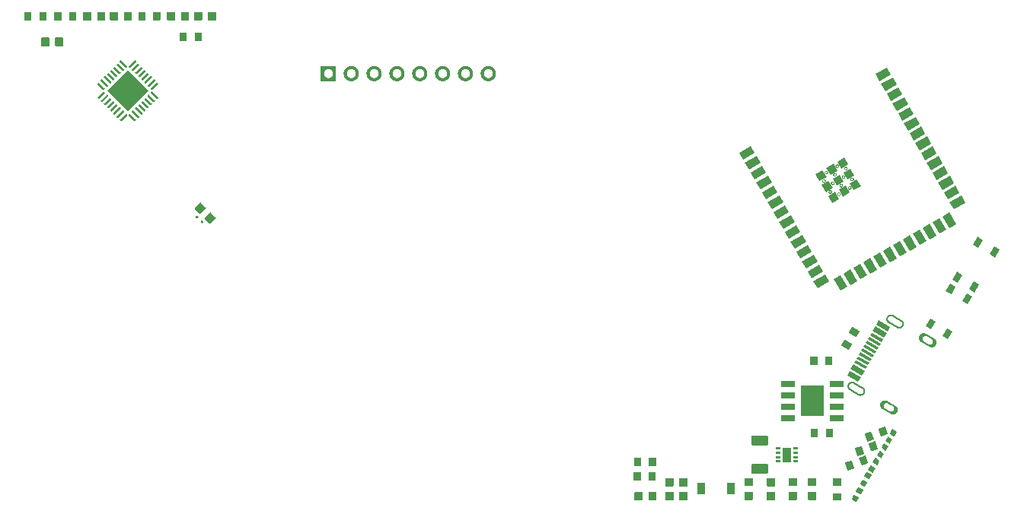
<source format=gbr>
%TF.GenerationSoftware,Flux,Pcbnew,7.0.11-7.0.11~ubuntu20.04.1*%
%TF.CreationDate,2024-08-16T13:12:05+00:00*%
%TF.ProjectId,input,696e7075-742e-46b6-9963-61645f706362,rev?*%
%TF.SameCoordinates,Original*%
%TF.FileFunction,Soldermask,Top*%
%TF.FilePolarity,Negative*%
%FSLAX46Y46*%
G04 Gerber Fmt 4.6, Leading zero omitted, Abs format (unit mm)*
G04 Filename: betterflipperzero*
G04 Build it with Flux! Visit our site at: https://www.flux.ai (PCBNEW 7.0.11-7.0.11~ubuntu20.04.1) date 2024-08-16 13:12:05*
%MOMM*%
%LPD*%
G01*
G04 APERTURE LIST*
G04 APERTURE END LIST*
%TO.C,*%
G36*
X33687956Y-19024952D02*
G01*
X33692593Y-19025409D01*
X33697190Y-19026168D01*
X33701727Y-19027226D01*
X33706186Y-19028579D01*
X33710546Y-19030220D01*
X33714790Y-19032143D01*
X33718899Y-19034339D01*
X33722856Y-19036799D01*
X33726643Y-19039513D01*
X33730245Y-19042469D01*
X33733645Y-19045654D01*
X33736830Y-19049055D01*
X33739786Y-19052656D01*
X33742500Y-19056443D01*
X33744960Y-19060400D01*
X33747157Y-19064509D01*
X33749079Y-19068753D01*
X33750721Y-19073114D01*
X33752073Y-19077572D01*
X33753131Y-19082110D01*
X33753890Y-19086707D01*
X33754347Y-19091343D01*
X33754499Y-19096000D01*
X33754499Y-19853600D01*
X33754347Y-19858257D01*
X33753890Y-19862893D01*
X33753131Y-19867490D01*
X33752073Y-19872028D01*
X33750721Y-19876486D01*
X33749079Y-19880847D01*
X33747157Y-19885091D01*
X33744960Y-19889200D01*
X33742500Y-19893157D01*
X33739786Y-19896944D01*
X33736830Y-19900545D01*
X33733645Y-19903946D01*
X33730245Y-19907131D01*
X33726643Y-19910087D01*
X33722856Y-19912801D01*
X33718899Y-19915261D01*
X33714790Y-19917457D01*
X33710546Y-19919380D01*
X33706186Y-19921021D01*
X33701727Y-19922374D01*
X33697190Y-19923432D01*
X33692593Y-19924191D01*
X33687956Y-19924648D01*
X33683299Y-19924800D01*
X32875699Y-19924800D01*
X32871043Y-19924648D01*
X32866406Y-19924191D01*
X32861809Y-19923432D01*
X32857271Y-19922374D01*
X32852813Y-19921021D01*
X32848452Y-19919380D01*
X32844208Y-19917457D01*
X32840099Y-19915261D01*
X32836143Y-19912801D01*
X32832355Y-19910087D01*
X32828754Y-19907131D01*
X32825353Y-19903946D01*
X32822168Y-19900545D01*
X32819212Y-19896944D01*
X32816499Y-19893157D01*
X32814038Y-19889200D01*
X32811842Y-19885091D01*
X32809919Y-19880847D01*
X32808278Y-19876486D01*
X32806925Y-19872028D01*
X32805867Y-19867490D01*
X32805108Y-19862893D01*
X32804652Y-19858257D01*
X32804499Y-19853600D01*
X32804499Y-19096000D01*
X32804652Y-19091343D01*
X32805108Y-19086707D01*
X32805867Y-19082110D01*
X32806925Y-19077572D01*
X32808278Y-19073114D01*
X32809919Y-19068753D01*
X32811842Y-19064509D01*
X32814038Y-19060400D01*
X32816499Y-19056443D01*
X32819212Y-19052656D01*
X32822168Y-19049055D01*
X32825353Y-19045654D01*
X32828754Y-19042469D01*
X32832355Y-19039513D01*
X32836143Y-19036799D01*
X32840099Y-19034339D01*
X32844208Y-19032143D01*
X32848452Y-19030220D01*
X32852813Y-19028579D01*
X32857271Y-19027226D01*
X32861809Y-19026168D01*
X32866406Y-19025409D01*
X32871043Y-19024952D01*
X32875699Y-19024800D01*
X33683299Y-19024800D01*
X33687956Y-19024952D01*
G37*
G36*
X33687957Y-20574952D02*
G01*
X33692594Y-20575409D01*
X33697191Y-20576168D01*
X33701729Y-20577226D01*
X33706187Y-20578579D01*
X33710548Y-20580220D01*
X33714792Y-20582143D01*
X33718901Y-20584339D01*
X33722857Y-20586799D01*
X33726645Y-20589513D01*
X33730246Y-20592469D01*
X33733647Y-20595654D01*
X33736832Y-20599055D01*
X33739788Y-20602656D01*
X33742501Y-20606443D01*
X33744962Y-20610400D01*
X33747158Y-20614509D01*
X33749081Y-20618753D01*
X33750722Y-20623114D01*
X33752075Y-20627572D01*
X33753133Y-20632110D01*
X33753892Y-20636707D01*
X33754348Y-20641343D01*
X33754501Y-20646000D01*
X33754501Y-21403600D01*
X33754348Y-21408257D01*
X33753892Y-21412893D01*
X33753133Y-21417490D01*
X33752075Y-21422028D01*
X33750722Y-21426486D01*
X33749081Y-21430847D01*
X33747158Y-21435091D01*
X33744962Y-21439200D01*
X33742501Y-21443157D01*
X33739788Y-21446944D01*
X33736832Y-21450545D01*
X33733647Y-21453946D01*
X33730246Y-21457131D01*
X33726645Y-21460087D01*
X33722857Y-21462801D01*
X33718901Y-21465261D01*
X33714792Y-21467457D01*
X33710548Y-21469380D01*
X33706187Y-21471021D01*
X33701729Y-21472374D01*
X33697191Y-21473432D01*
X33692594Y-21474191D01*
X33687957Y-21474648D01*
X33683301Y-21474800D01*
X32875701Y-21474800D01*
X32871044Y-21474648D01*
X32866407Y-21474191D01*
X32861810Y-21473432D01*
X32857273Y-21472374D01*
X32852814Y-21471021D01*
X32848454Y-21469380D01*
X32844210Y-21467457D01*
X32840101Y-21465261D01*
X32836144Y-21462801D01*
X32832357Y-21460087D01*
X32828755Y-21457131D01*
X32825355Y-21453946D01*
X32822170Y-21450545D01*
X32819214Y-21446944D01*
X32816500Y-21443157D01*
X32814040Y-21439200D01*
X32811843Y-21435091D01*
X32809921Y-21430847D01*
X32808279Y-21426486D01*
X32806927Y-21422028D01*
X32805869Y-21417490D01*
X32805110Y-21412893D01*
X32804653Y-21408257D01*
X32804501Y-21403600D01*
X32804501Y-20646000D01*
X32804653Y-20641343D01*
X32805110Y-20636707D01*
X32805869Y-20632110D01*
X32806927Y-20627572D01*
X32808279Y-20623114D01*
X32809921Y-20618753D01*
X32811843Y-20614509D01*
X32814040Y-20610400D01*
X32816500Y-20606443D01*
X32819214Y-20602656D01*
X32822170Y-20599055D01*
X32825355Y-20595654D01*
X32828755Y-20592469D01*
X32832357Y-20589513D01*
X32836144Y-20586799D01*
X32840101Y-20584339D01*
X32844210Y-20582143D01*
X32848454Y-20580220D01*
X32852814Y-20578579D01*
X32857273Y-20577226D01*
X32861810Y-20576168D01*
X32866407Y-20575409D01*
X32871044Y-20574952D01*
X32875701Y-20574800D01*
X33683301Y-20574800D01*
X33687957Y-20574952D01*
G37*
G36*
X-20290143Y32909948D02*
G01*
X-20285507Y32909491D01*
X-20280910Y32908732D01*
X-20276372Y32907674D01*
X-20271914Y32906321D01*
X-20267553Y32904680D01*
X-20263309Y32902757D01*
X-20259200Y32900561D01*
X-20255243Y32898101D01*
X-20251456Y32895387D01*
X-20247855Y32892431D01*
X-20244454Y32889246D01*
X-20241269Y32885845D01*
X-20238313Y32882244D01*
X-20235599Y32878457D01*
X-20233139Y32874500D01*
X-20230943Y32870391D01*
X-20229020Y32866147D01*
X-20227379Y32861786D01*
X-20226026Y32857328D01*
X-20224968Y32852790D01*
X-20224209Y32848193D01*
X-20223752Y32843557D01*
X-20223600Y32838900D01*
X-20223600Y32031300D01*
X-20223752Y32026643D01*
X-20224209Y32022007D01*
X-20224968Y32017410D01*
X-20226026Y32012872D01*
X-20227379Y32008414D01*
X-20229020Y32004053D01*
X-20230943Y31999809D01*
X-20233139Y31995700D01*
X-20235599Y31991743D01*
X-20238313Y31987956D01*
X-20241269Y31984355D01*
X-20244454Y31980954D01*
X-20247855Y31977769D01*
X-20251456Y31974813D01*
X-20255243Y31972099D01*
X-20259200Y31969639D01*
X-20263309Y31967443D01*
X-20267553Y31965520D01*
X-20271914Y31963879D01*
X-20276372Y31962526D01*
X-20280910Y31961468D01*
X-20285507Y31960709D01*
X-20290143Y31960252D01*
X-20294800Y31960100D01*
X-21052400Y31960100D01*
X-21057057Y31960252D01*
X-21061693Y31960709D01*
X-21066290Y31961468D01*
X-21070828Y31962526D01*
X-21075286Y31963879D01*
X-21079647Y31965520D01*
X-21083891Y31967443D01*
X-21088000Y31969639D01*
X-21091957Y31972099D01*
X-21095744Y31974813D01*
X-21099345Y31977769D01*
X-21102746Y31980954D01*
X-21105931Y31984355D01*
X-21108887Y31987956D01*
X-21111601Y31991743D01*
X-21114061Y31995700D01*
X-21116257Y31999809D01*
X-21118180Y32004053D01*
X-21119821Y32008414D01*
X-21121174Y32012872D01*
X-21122232Y32017410D01*
X-21122991Y32022007D01*
X-21123448Y32026643D01*
X-21123600Y32031300D01*
X-21123600Y32838900D01*
X-21123448Y32843557D01*
X-21122991Y32848193D01*
X-21122232Y32852790D01*
X-21121174Y32857328D01*
X-21119821Y32861786D01*
X-21118180Y32866147D01*
X-21116257Y32870391D01*
X-21114061Y32874500D01*
X-21111601Y32878457D01*
X-21108887Y32882244D01*
X-21105931Y32885845D01*
X-21102746Y32889246D01*
X-21099345Y32892431D01*
X-21095744Y32895387D01*
X-21091957Y32898101D01*
X-21088000Y32900561D01*
X-21083891Y32902757D01*
X-21079647Y32904680D01*
X-21075286Y32906321D01*
X-21070828Y32907674D01*
X-21066290Y32908732D01*
X-21061693Y32909491D01*
X-21057057Y32909948D01*
X-21052400Y32910100D01*
X-20294800Y32910100D01*
X-20290143Y32909948D01*
G37*
G36*
X-18740143Y32909948D02*
G01*
X-18735507Y32909491D01*
X-18730910Y32908732D01*
X-18726372Y32907674D01*
X-18721914Y32906321D01*
X-18717553Y32904680D01*
X-18713309Y32902757D01*
X-18709200Y32900561D01*
X-18705243Y32898101D01*
X-18701456Y32895387D01*
X-18697855Y32892431D01*
X-18694454Y32889246D01*
X-18691269Y32885845D01*
X-18688313Y32882244D01*
X-18685599Y32878457D01*
X-18683139Y32874500D01*
X-18680943Y32870391D01*
X-18679020Y32866147D01*
X-18677379Y32861786D01*
X-18676026Y32857328D01*
X-18674968Y32852790D01*
X-18674209Y32848193D01*
X-18673752Y32843557D01*
X-18673600Y32838900D01*
X-18673600Y32031300D01*
X-18673752Y32026643D01*
X-18674209Y32022007D01*
X-18674968Y32017410D01*
X-18676026Y32012872D01*
X-18677379Y32008414D01*
X-18679020Y32004053D01*
X-18680943Y31999809D01*
X-18683139Y31995700D01*
X-18685599Y31991743D01*
X-18688313Y31987956D01*
X-18691269Y31984355D01*
X-18694454Y31980954D01*
X-18697855Y31977769D01*
X-18701456Y31974813D01*
X-18705243Y31972099D01*
X-18709200Y31969639D01*
X-18713309Y31967443D01*
X-18717553Y31965520D01*
X-18721914Y31963879D01*
X-18726372Y31962526D01*
X-18730910Y31961468D01*
X-18735507Y31960709D01*
X-18740143Y31960252D01*
X-18744800Y31960100D01*
X-19502400Y31960100D01*
X-19507057Y31960252D01*
X-19511693Y31960709D01*
X-19516290Y31961468D01*
X-19520828Y31962526D01*
X-19525286Y31963879D01*
X-19529647Y31965520D01*
X-19533891Y31967443D01*
X-19538000Y31969639D01*
X-19541957Y31972099D01*
X-19545744Y31974813D01*
X-19549345Y31977769D01*
X-19552746Y31980954D01*
X-19555931Y31984355D01*
X-19558887Y31987956D01*
X-19561601Y31991743D01*
X-19564061Y31995700D01*
X-19566257Y31999809D01*
X-19568180Y32004053D01*
X-19569821Y32008414D01*
X-19571174Y32012872D01*
X-19572232Y32017410D01*
X-19572991Y32022007D01*
X-19573448Y32026643D01*
X-19573600Y32031300D01*
X-19573600Y32838900D01*
X-19573448Y32843557D01*
X-19572991Y32848193D01*
X-19572232Y32852790D01*
X-19571174Y32857328D01*
X-19569821Y32861786D01*
X-19568180Y32866147D01*
X-19566257Y32870391D01*
X-19564061Y32874500D01*
X-19561601Y32878457D01*
X-19558887Y32882244D01*
X-19555931Y32885845D01*
X-19552746Y32889246D01*
X-19549345Y32892431D01*
X-19545744Y32895387D01*
X-19541957Y32898101D01*
X-19538000Y32900561D01*
X-19533891Y32902757D01*
X-19529647Y32904680D01*
X-19525286Y32906321D01*
X-19520828Y32907674D01*
X-19516290Y32908732D01*
X-19511693Y32909491D01*
X-19507057Y32909948D01*
X-19502400Y32910100D01*
X-18744800Y32910100D01*
X-18740143Y32909948D01*
G37*
G36*
X52287281Y-20848817D02*
G01*
X52293506Y-20849637D01*
X52299571Y-20851262D01*
X52302511Y-20852368D01*
X52308142Y-20855145D01*
X52779260Y-21127145D01*
X52784480Y-21130634D01*
X52786909Y-21132626D01*
X52791348Y-21137066D01*
X52795170Y-21142047D01*
X52796829Y-21144715D01*
X52799606Y-21150346D01*
X52800713Y-21153286D01*
X52802338Y-21159350D01*
X52802849Y-21162449D01*
X52803260Y-21168715D01*
X52803157Y-21171854D01*
X52802338Y-21178079D01*
X52800713Y-21184144D01*
X52799606Y-21187083D01*
X52796829Y-21192715D01*
X52549829Y-21620531D01*
X52546341Y-21625752D01*
X52544348Y-21628180D01*
X52539909Y-21632620D01*
X52534927Y-21636442D01*
X52532260Y-21638100D01*
X52526629Y-21640877D01*
X52523689Y-21641984D01*
X52517624Y-21643609D01*
X52514525Y-21644121D01*
X52508260Y-21644531D01*
X52505121Y-21644428D01*
X52498896Y-21643609D01*
X52492831Y-21641984D01*
X52489891Y-21640877D01*
X52484260Y-21638100D01*
X52013142Y-21366100D01*
X52007922Y-21362612D01*
X52005494Y-21360620D01*
X52001054Y-21356180D01*
X51997232Y-21351199D01*
X51995573Y-21348531D01*
X51992796Y-21342900D01*
X51991689Y-21339960D01*
X51990064Y-21333896D01*
X51989553Y-21330796D01*
X51989142Y-21324531D01*
X51989245Y-21321392D01*
X51990064Y-21315167D01*
X51991689Y-21309102D01*
X51992796Y-21306162D01*
X51995573Y-21300531D01*
X52242573Y-20872715D01*
X52246061Y-20867494D01*
X52248054Y-20865066D01*
X52252494Y-20860626D01*
X52257475Y-20856804D01*
X52260142Y-20855145D01*
X52265773Y-20852368D01*
X52268713Y-20851262D01*
X52274778Y-20849637D01*
X52277877Y-20849125D01*
X52284142Y-20848715D01*
X52287281Y-20848817D01*
G37*
G36*
X52772279Y-20008772D02*
G01*
X52778504Y-20009591D01*
X52784569Y-20011216D01*
X52787509Y-20012323D01*
X52793140Y-20015100D01*
X53264258Y-20287100D01*
X53269478Y-20290588D01*
X53271906Y-20292580D01*
X53276346Y-20297020D01*
X53280168Y-20302001D01*
X53281827Y-20304669D01*
X53284604Y-20310300D01*
X53285711Y-20313240D01*
X53287336Y-20319304D01*
X53287847Y-20322404D01*
X53288258Y-20328669D01*
X53288155Y-20331808D01*
X53287336Y-20338033D01*
X53285711Y-20344098D01*
X53284604Y-20347038D01*
X53281827Y-20352669D01*
X53034827Y-20780485D01*
X53031339Y-20785706D01*
X53029346Y-20788134D01*
X53024906Y-20792574D01*
X53019925Y-20796396D01*
X53017258Y-20798055D01*
X53011627Y-20800832D01*
X53008687Y-20801938D01*
X53002622Y-20803563D01*
X52999523Y-20804075D01*
X52993258Y-20804485D01*
X52990119Y-20804383D01*
X52983894Y-20803563D01*
X52977829Y-20801938D01*
X52974889Y-20800832D01*
X52969258Y-20798055D01*
X52498140Y-20526055D01*
X52492920Y-20522566D01*
X52490491Y-20520574D01*
X52486052Y-20516134D01*
X52482230Y-20511153D01*
X52480571Y-20508485D01*
X52477794Y-20502854D01*
X52476687Y-20499914D01*
X52475062Y-20493850D01*
X52474551Y-20490751D01*
X52474140Y-20484485D01*
X52474243Y-20481346D01*
X52475062Y-20475121D01*
X52476687Y-20469056D01*
X52477794Y-20466117D01*
X52480571Y-20460485D01*
X52727571Y-20032669D01*
X52731059Y-20027448D01*
X52733052Y-20025020D01*
X52737491Y-20020580D01*
X52742473Y-20016758D01*
X52745140Y-20015100D01*
X52750771Y-20012323D01*
X52753711Y-20011216D01*
X52759776Y-20009591D01*
X52762875Y-20009079D01*
X52769140Y-20008669D01*
X52772279Y-20008772D01*
G37*
G36*
X30192357Y-16730152D02*
G01*
X30196993Y-16730609D01*
X30201590Y-16731368D01*
X30206128Y-16732426D01*
X30210586Y-16733779D01*
X30214947Y-16735420D01*
X30219191Y-16737343D01*
X30223300Y-16739539D01*
X30227257Y-16741999D01*
X30231044Y-16744713D01*
X30234645Y-16747669D01*
X30238046Y-16750854D01*
X30241231Y-16754255D01*
X30244187Y-16757856D01*
X30246901Y-16761643D01*
X30249361Y-16765600D01*
X30251557Y-16769709D01*
X30253480Y-16773953D01*
X30255121Y-16778314D01*
X30256474Y-16782772D01*
X30257532Y-16787310D01*
X30258291Y-16791907D01*
X30258748Y-16796543D01*
X30258900Y-16801200D01*
X30258900Y-17608800D01*
X30258748Y-17613457D01*
X30258291Y-17618093D01*
X30257532Y-17622690D01*
X30256474Y-17627228D01*
X30255121Y-17631686D01*
X30253480Y-17636047D01*
X30251557Y-17640291D01*
X30249361Y-17644400D01*
X30246901Y-17648357D01*
X30244187Y-17652144D01*
X30241231Y-17655745D01*
X30238046Y-17659146D01*
X30234645Y-17662331D01*
X30231044Y-17665287D01*
X30227257Y-17668001D01*
X30223300Y-17670461D01*
X30219191Y-17672657D01*
X30214947Y-17674580D01*
X30210586Y-17676221D01*
X30206128Y-17677574D01*
X30201590Y-17678632D01*
X30196993Y-17679391D01*
X30192357Y-17679848D01*
X30187700Y-17680000D01*
X29530100Y-17680000D01*
X29525443Y-17679848D01*
X29520807Y-17679391D01*
X29516210Y-17678632D01*
X29511672Y-17677574D01*
X29507214Y-17676221D01*
X29502853Y-17674580D01*
X29498609Y-17672657D01*
X29494500Y-17670461D01*
X29490543Y-17668001D01*
X29486756Y-17665287D01*
X29483155Y-17662331D01*
X29479754Y-17659146D01*
X29476569Y-17655745D01*
X29473613Y-17652144D01*
X29470899Y-17648357D01*
X29468439Y-17644400D01*
X29466243Y-17640291D01*
X29464320Y-17636047D01*
X29462679Y-17631686D01*
X29461326Y-17627228D01*
X29460268Y-17622690D01*
X29459509Y-17618093D01*
X29459052Y-17613457D01*
X29458900Y-17608800D01*
X29458900Y-16801200D01*
X29459052Y-16796543D01*
X29459509Y-16791907D01*
X29460268Y-16787310D01*
X29461326Y-16782772D01*
X29462679Y-16778314D01*
X29464320Y-16773953D01*
X29466243Y-16769709D01*
X29468439Y-16765600D01*
X29470899Y-16761643D01*
X29473613Y-16757856D01*
X29476569Y-16754255D01*
X29479754Y-16750854D01*
X29483155Y-16747669D01*
X29486756Y-16744713D01*
X29490543Y-16741999D01*
X29494500Y-16739539D01*
X29498609Y-16737343D01*
X29502853Y-16735420D01*
X29507214Y-16733779D01*
X29511672Y-16732426D01*
X29516210Y-16731368D01*
X29520807Y-16730609D01*
X29525443Y-16730152D01*
X29530100Y-16730000D01*
X30187700Y-16730000D01*
X30192357Y-16730152D01*
G37*
G36*
X28542357Y-16730152D02*
G01*
X28546993Y-16730609D01*
X28551590Y-16731368D01*
X28556128Y-16732426D01*
X28560586Y-16733779D01*
X28564947Y-16735420D01*
X28569191Y-16737343D01*
X28573300Y-16739539D01*
X28577257Y-16741999D01*
X28581044Y-16744713D01*
X28584645Y-16747669D01*
X28588046Y-16750854D01*
X28591231Y-16754255D01*
X28594187Y-16757856D01*
X28596901Y-16761643D01*
X28599361Y-16765600D01*
X28601557Y-16769709D01*
X28603480Y-16773953D01*
X28605121Y-16778314D01*
X28606474Y-16782772D01*
X28607532Y-16787310D01*
X28608291Y-16791907D01*
X28608748Y-16796543D01*
X28608900Y-16801200D01*
X28608900Y-17608800D01*
X28608748Y-17613457D01*
X28608291Y-17618093D01*
X28607532Y-17622690D01*
X28606474Y-17627228D01*
X28605121Y-17631686D01*
X28603480Y-17636047D01*
X28601557Y-17640291D01*
X28599361Y-17644400D01*
X28596901Y-17648357D01*
X28594187Y-17652144D01*
X28591231Y-17655745D01*
X28588046Y-17659146D01*
X28584645Y-17662331D01*
X28581044Y-17665287D01*
X28577257Y-17668001D01*
X28573300Y-17670461D01*
X28569191Y-17672657D01*
X28564947Y-17674580D01*
X28560586Y-17676221D01*
X28556128Y-17677574D01*
X28551590Y-17678632D01*
X28546993Y-17679391D01*
X28542357Y-17679848D01*
X28537700Y-17680000D01*
X27880100Y-17680000D01*
X27875443Y-17679848D01*
X27870807Y-17679391D01*
X27866210Y-17678632D01*
X27861672Y-17677574D01*
X27857214Y-17676221D01*
X27852853Y-17674580D01*
X27848609Y-17672657D01*
X27844500Y-17670461D01*
X27840543Y-17668001D01*
X27836756Y-17665287D01*
X27833155Y-17662331D01*
X27829754Y-17659146D01*
X27826569Y-17655745D01*
X27823613Y-17652144D01*
X27820899Y-17648357D01*
X27818439Y-17644400D01*
X27816243Y-17640291D01*
X27814320Y-17636047D01*
X27812679Y-17631686D01*
X27811326Y-17627228D01*
X27810268Y-17622690D01*
X27809509Y-17618093D01*
X27809052Y-17613457D01*
X27808900Y-17608800D01*
X27808900Y-16801200D01*
X27809052Y-16796543D01*
X27809509Y-16791907D01*
X27810268Y-16787310D01*
X27811326Y-16782772D01*
X27812679Y-16778314D01*
X27814320Y-16773953D01*
X27816243Y-16769709D01*
X27818439Y-16765600D01*
X27820899Y-16761643D01*
X27823613Y-16757856D01*
X27826569Y-16754255D01*
X27829754Y-16750854D01*
X27833155Y-16747669D01*
X27836756Y-16744713D01*
X27840543Y-16741999D01*
X27844500Y-16739539D01*
X27848609Y-16737343D01*
X27852853Y-16735420D01*
X27857214Y-16733779D01*
X27861672Y-16732426D01*
X27866210Y-16731368D01*
X27870807Y-16730609D01*
X27875443Y-16730152D01*
X27880100Y-16730000D01*
X28537700Y-16730000D01*
X28542357Y-16730152D01*
G37*
G36*
X43439856Y-19024952D02*
G01*
X43444493Y-19025409D01*
X43449090Y-19026168D01*
X43453627Y-19027226D01*
X43458086Y-19028579D01*
X43462446Y-19030220D01*
X43466690Y-19032143D01*
X43470799Y-19034339D01*
X43474756Y-19036799D01*
X43478543Y-19039513D01*
X43482145Y-19042469D01*
X43485545Y-19045654D01*
X43488730Y-19049055D01*
X43491686Y-19052656D01*
X43494400Y-19056443D01*
X43496860Y-19060400D01*
X43499057Y-19064509D01*
X43500979Y-19068753D01*
X43502621Y-19073114D01*
X43503973Y-19077572D01*
X43505031Y-19082110D01*
X43505790Y-19086707D01*
X43506247Y-19091343D01*
X43506399Y-19096000D01*
X43506399Y-19853600D01*
X43506247Y-19858257D01*
X43505790Y-19862893D01*
X43505031Y-19867490D01*
X43503973Y-19872028D01*
X43502621Y-19876486D01*
X43500979Y-19880847D01*
X43499057Y-19885091D01*
X43496860Y-19889200D01*
X43494400Y-19893157D01*
X43491686Y-19896944D01*
X43488730Y-19900545D01*
X43485545Y-19903946D01*
X43482145Y-19907131D01*
X43478543Y-19910087D01*
X43474756Y-19912801D01*
X43470799Y-19915261D01*
X43466690Y-19917457D01*
X43462446Y-19919380D01*
X43458086Y-19921021D01*
X43453627Y-19922374D01*
X43449090Y-19923432D01*
X43444493Y-19924191D01*
X43439856Y-19924648D01*
X43435199Y-19924800D01*
X42627599Y-19924800D01*
X42622943Y-19924648D01*
X42618306Y-19924191D01*
X42613709Y-19923432D01*
X42609171Y-19922374D01*
X42604713Y-19921021D01*
X42600352Y-19919380D01*
X42596108Y-19917457D01*
X42591999Y-19915261D01*
X42588043Y-19912801D01*
X42584255Y-19910087D01*
X42580654Y-19907131D01*
X42577253Y-19903946D01*
X42574068Y-19900545D01*
X42571112Y-19896944D01*
X42568399Y-19893157D01*
X42565938Y-19889200D01*
X42563742Y-19885091D01*
X42561819Y-19880847D01*
X42560178Y-19876486D01*
X42558825Y-19872028D01*
X42557767Y-19867490D01*
X42557008Y-19862893D01*
X42556552Y-19858257D01*
X42556399Y-19853600D01*
X42556399Y-19096000D01*
X42556552Y-19091343D01*
X42557008Y-19086707D01*
X42557767Y-19082110D01*
X42558825Y-19077572D01*
X42560178Y-19073114D01*
X42561819Y-19068753D01*
X42563742Y-19064509D01*
X42565938Y-19060400D01*
X42568399Y-19056443D01*
X42571112Y-19052656D01*
X42574068Y-19049055D01*
X42577253Y-19045654D01*
X42580654Y-19042469D01*
X42584255Y-19039513D01*
X42588043Y-19036799D01*
X42591999Y-19034339D01*
X42596108Y-19032143D01*
X42600352Y-19030220D01*
X42604713Y-19028579D01*
X42609171Y-19027226D01*
X42613709Y-19026168D01*
X42618306Y-19025409D01*
X42622943Y-19024952D01*
X42627599Y-19024800D01*
X43435199Y-19024800D01*
X43439856Y-19024952D01*
G37*
G36*
X43439857Y-20574952D02*
G01*
X43444494Y-20575409D01*
X43449091Y-20576168D01*
X43453629Y-20577226D01*
X43458087Y-20578579D01*
X43462448Y-20580220D01*
X43466692Y-20582143D01*
X43470801Y-20584339D01*
X43474757Y-20586799D01*
X43478545Y-20589513D01*
X43482146Y-20592469D01*
X43485547Y-20595654D01*
X43488732Y-20599055D01*
X43491688Y-20602656D01*
X43494401Y-20606443D01*
X43496862Y-20610400D01*
X43499058Y-20614509D01*
X43500981Y-20618753D01*
X43502622Y-20623114D01*
X43503975Y-20627572D01*
X43505033Y-20632110D01*
X43505792Y-20636707D01*
X43506248Y-20641343D01*
X43506401Y-20646000D01*
X43506401Y-21403600D01*
X43506248Y-21408257D01*
X43505792Y-21412893D01*
X43505033Y-21417490D01*
X43503975Y-21422028D01*
X43502622Y-21426486D01*
X43500981Y-21430847D01*
X43499058Y-21435091D01*
X43496862Y-21439200D01*
X43494401Y-21443157D01*
X43491688Y-21446944D01*
X43488732Y-21450545D01*
X43485547Y-21453946D01*
X43482146Y-21457131D01*
X43478545Y-21460087D01*
X43474757Y-21462801D01*
X43470801Y-21465261D01*
X43466692Y-21467457D01*
X43462448Y-21469380D01*
X43458087Y-21471021D01*
X43453629Y-21472374D01*
X43449091Y-21473432D01*
X43444494Y-21474191D01*
X43439857Y-21474648D01*
X43435201Y-21474800D01*
X42627601Y-21474800D01*
X42622944Y-21474648D01*
X42618307Y-21474191D01*
X42613710Y-21473432D01*
X42609173Y-21472374D01*
X42604714Y-21471021D01*
X42600354Y-21469380D01*
X42596110Y-21467457D01*
X42592001Y-21465261D01*
X42588044Y-21462801D01*
X42584257Y-21460087D01*
X42580655Y-21457131D01*
X42577255Y-21453946D01*
X42574070Y-21450545D01*
X42571114Y-21446944D01*
X42568400Y-21443157D01*
X42565940Y-21439200D01*
X42563743Y-21435091D01*
X42561821Y-21430847D01*
X42560179Y-21426486D01*
X42558827Y-21422028D01*
X42557769Y-21417490D01*
X42557010Y-21412893D01*
X42556553Y-21408257D01*
X42556401Y-21403600D01*
X42556401Y-20646000D01*
X42556553Y-20641343D01*
X42557010Y-20636707D01*
X42557769Y-20632110D01*
X42558827Y-20627572D01*
X42560179Y-20623114D01*
X42561821Y-20618753D01*
X42563743Y-20614509D01*
X42565940Y-20610400D01*
X42568400Y-20606443D01*
X42571114Y-20602656D01*
X42574070Y-20599055D01*
X42577255Y-20595654D01*
X42580655Y-20592469D01*
X42584257Y-20589513D01*
X42588044Y-20586799D01*
X42592001Y-20584339D01*
X42596110Y-20582143D01*
X42600354Y-20580220D01*
X42604714Y-20578579D01*
X42609173Y-20577226D01*
X42613710Y-20576168D01*
X42618307Y-20575409D01*
X42622944Y-20574952D01*
X42627601Y-20574800D01*
X43435201Y-20574800D01*
X43439857Y-20574952D01*
G37*
G36*
X50787754Y-19045852D02*
G01*
X50792390Y-19046309D01*
X50796987Y-19047068D01*
X50801525Y-19048126D01*
X50805983Y-19049479D01*
X50810344Y-19051120D01*
X50814588Y-19053043D01*
X50818697Y-19055239D01*
X50822654Y-19057699D01*
X50826441Y-19060413D01*
X50830042Y-19063369D01*
X50833443Y-19066554D01*
X50836628Y-19069955D01*
X50839584Y-19073556D01*
X50842298Y-19077343D01*
X50844758Y-19081300D01*
X50846954Y-19085409D01*
X50848877Y-19089653D01*
X50850518Y-19094014D01*
X50851871Y-19098472D01*
X50852929Y-19103010D01*
X50853688Y-19107607D01*
X50854145Y-19112243D01*
X50854297Y-19116900D01*
X50854297Y-19774500D01*
X50854145Y-19779157D01*
X50853688Y-19783793D01*
X50852929Y-19788390D01*
X50851871Y-19792928D01*
X50850518Y-19797386D01*
X50848877Y-19801747D01*
X50846954Y-19805991D01*
X50844758Y-19810100D01*
X50842298Y-19814057D01*
X50839584Y-19817844D01*
X50836628Y-19821445D01*
X50833443Y-19824846D01*
X50830042Y-19828031D01*
X50826441Y-19830987D01*
X50822654Y-19833701D01*
X50818697Y-19836161D01*
X50814588Y-19838357D01*
X50810344Y-19840280D01*
X50805983Y-19841921D01*
X50801525Y-19843274D01*
X50796987Y-19844332D01*
X50792390Y-19845091D01*
X50787754Y-19845548D01*
X50783097Y-19845700D01*
X49975497Y-19845700D01*
X49970840Y-19845548D01*
X49966204Y-19845091D01*
X49961607Y-19844332D01*
X49957069Y-19843274D01*
X49952610Y-19841921D01*
X49948250Y-19840280D01*
X49944006Y-19838357D01*
X49939897Y-19836161D01*
X49935940Y-19833701D01*
X49932153Y-19830987D01*
X49928552Y-19828031D01*
X49925151Y-19824846D01*
X49921966Y-19821445D01*
X49919010Y-19817844D01*
X49916296Y-19814057D01*
X49913836Y-19810100D01*
X49911640Y-19805991D01*
X49909717Y-19801747D01*
X49908076Y-19797386D01*
X49906723Y-19792928D01*
X49905665Y-19788390D01*
X49904906Y-19783793D01*
X49904449Y-19779157D01*
X49904297Y-19774500D01*
X49904297Y-19116900D01*
X49904449Y-19112243D01*
X49904906Y-19107607D01*
X49905665Y-19103010D01*
X49906723Y-19098472D01*
X49908076Y-19094014D01*
X49909717Y-19089653D01*
X49911640Y-19085409D01*
X49913836Y-19081300D01*
X49916296Y-19077343D01*
X49919010Y-19073556D01*
X49921966Y-19069955D01*
X49925151Y-19066554D01*
X49928552Y-19063369D01*
X49932153Y-19060413D01*
X49935940Y-19057699D01*
X49939897Y-19055239D01*
X49944006Y-19053043D01*
X49948250Y-19051120D01*
X49952610Y-19049479D01*
X49957069Y-19048126D01*
X49961607Y-19047068D01*
X49966204Y-19046309D01*
X49970840Y-19045852D01*
X49975497Y-19045700D01*
X50783097Y-19045700D01*
X50787754Y-19045852D01*
G37*
G36*
X50787760Y-20695852D02*
G01*
X50792396Y-20696309D01*
X50796993Y-20697068D01*
X50801531Y-20698126D01*
X50805990Y-20699479D01*
X50810350Y-20701120D01*
X50814594Y-20703043D01*
X50818703Y-20705239D01*
X50822660Y-20707699D01*
X50826447Y-20710413D01*
X50830048Y-20713369D01*
X50833449Y-20716554D01*
X50836634Y-20719955D01*
X50839590Y-20723556D01*
X50842304Y-20727343D01*
X50844764Y-20731300D01*
X50846960Y-20735409D01*
X50848883Y-20739653D01*
X50850524Y-20744014D01*
X50851877Y-20748472D01*
X50852935Y-20753010D01*
X50853694Y-20757607D01*
X50854151Y-20762243D01*
X50854303Y-20766900D01*
X50854303Y-21424500D01*
X50854151Y-21429157D01*
X50853694Y-21433793D01*
X50852935Y-21438390D01*
X50851877Y-21442928D01*
X50850524Y-21447386D01*
X50848883Y-21451747D01*
X50846960Y-21455991D01*
X50844764Y-21460100D01*
X50842304Y-21464057D01*
X50839590Y-21467844D01*
X50836634Y-21471445D01*
X50833449Y-21474846D01*
X50830048Y-21478031D01*
X50826447Y-21480987D01*
X50822660Y-21483701D01*
X50818703Y-21486161D01*
X50814594Y-21488357D01*
X50810350Y-21490280D01*
X50805990Y-21491921D01*
X50801531Y-21493274D01*
X50796993Y-21494332D01*
X50792396Y-21495091D01*
X50787760Y-21495548D01*
X50783103Y-21495700D01*
X49975503Y-21495700D01*
X49970846Y-21495548D01*
X49966210Y-21495091D01*
X49961613Y-21494332D01*
X49957075Y-21493274D01*
X49952617Y-21491921D01*
X49948256Y-21490280D01*
X49944012Y-21488357D01*
X49939903Y-21486161D01*
X49935946Y-21483701D01*
X49932159Y-21480987D01*
X49928558Y-21478031D01*
X49925157Y-21474846D01*
X49921972Y-21471445D01*
X49919016Y-21467844D01*
X49916302Y-21464057D01*
X49913842Y-21460100D01*
X49911646Y-21455991D01*
X49909723Y-21451747D01*
X49908082Y-21447386D01*
X49906729Y-21442928D01*
X49905671Y-21438390D01*
X49904912Y-21433793D01*
X49904455Y-21429157D01*
X49904303Y-21424500D01*
X49904303Y-20766900D01*
X49904455Y-20762243D01*
X49904912Y-20757607D01*
X49905671Y-20753010D01*
X49906729Y-20748472D01*
X49908082Y-20744014D01*
X49909723Y-20739653D01*
X49911646Y-20735409D01*
X49913842Y-20731300D01*
X49916302Y-20727343D01*
X49919016Y-20723556D01*
X49921972Y-20719955D01*
X49925157Y-20716554D01*
X49928558Y-20713369D01*
X49932159Y-20710413D01*
X49935946Y-20707699D01*
X49939903Y-20705239D01*
X49944012Y-20703043D01*
X49948256Y-20701120D01*
X49952617Y-20699479D01*
X49957075Y-20698126D01*
X49961613Y-20697068D01*
X49966210Y-20696309D01*
X49970846Y-20695852D01*
X49975503Y-20695700D01*
X50783103Y-20695700D01*
X50787760Y-20695852D01*
G37*
G36*
X52105091Y-2179288D02*
G01*
X52109688Y-2180047D01*
X52114225Y-2181105D01*
X52118684Y-2182457D01*
X52123044Y-2184099D01*
X52127288Y-2186022D01*
X52131397Y-2188218D01*
X52830799Y-2592018D01*
X52834756Y-2594478D01*
X52838543Y-2597192D01*
X52842145Y-2600148D01*
X52845545Y-2603333D01*
X52848730Y-2606733D01*
X52851686Y-2610335D01*
X52854400Y-2614122D01*
X52856860Y-2618079D01*
X52859057Y-2622188D01*
X52860980Y-2626432D01*
X52862621Y-2630792D01*
X52863973Y-2635251D01*
X52865031Y-2639788D01*
X52865790Y-2644385D01*
X52866247Y-2649022D01*
X52866247Y-2658336D01*
X52865790Y-2662972D01*
X52865031Y-2667569D01*
X52863973Y-2672107D01*
X52862621Y-2676565D01*
X52860980Y-2680926D01*
X52859057Y-2685170D01*
X52856860Y-2689279D01*
X52528060Y-3258777D01*
X52525600Y-3262734D01*
X52522886Y-3266521D01*
X52519930Y-3270123D01*
X52516745Y-3273523D01*
X52513345Y-3276708D01*
X52509743Y-3279664D01*
X52505956Y-3282378D01*
X52501999Y-3284838D01*
X52497890Y-3287035D01*
X52493646Y-3288957D01*
X52489286Y-3290599D01*
X52484827Y-3291951D01*
X52480290Y-3293009D01*
X52475693Y-3293768D01*
X52471056Y-3294225D01*
X52461743Y-3294225D01*
X52457106Y-3293768D01*
X52452509Y-3293009D01*
X52447971Y-3291951D01*
X52443513Y-3290599D01*
X52439152Y-3288957D01*
X52434908Y-3287035D01*
X52430799Y-3284838D01*
X51731397Y-2881038D01*
X51727441Y-2878578D01*
X51723653Y-2875864D01*
X51720052Y-2872908D01*
X51716651Y-2869723D01*
X51713466Y-2866323D01*
X51710510Y-2862721D01*
X51707797Y-2858934D01*
X51705336Y-2854977D01*
X51703140Y-2850868D01*
X51701217Y-2846624D01*
X51699576Y-2842264D01*
X51698223Y-2837805D01*
X51697165Y-2833268D01*
X51696406Y-2828671D01*
X51695950Y-2824034D01*
X51695950Y-2814720D01*
X51696406Y-2810084D01*
X51697165Y-2805487D01*
X51698223Y-2800949D01*
X51699576Y-2796491D01*
X51701217Y-2792130D01*
X51703140Y-2787886D01*
X51705336Y-2783777D01*
X52034136Y-2214279D01*
X52036597Y-2210322D01*
X52039310Y-2206535D01*
X52042266Y-2202933D01*
X52045451Y-2199533D01*
X52048852Y-2196348D01*
X52052453Y-2193392D01*
X52056241Y-2190678D01*
X52060197Y-2188218D01*
X52064306Y-2186022D01*
X52068550Y-2184099D01*
X52072911Y-2182457D01*
X52077369Y-2181105D01*
X52081907Y-2180047D01*
X52086504Y-2179288D01*
X52091140Y-2178831D01*
X52100454Y-2178831D01*
X52105091Y-2179288D01*
G37*
G36*
X51280094Y-3608232D02*
G01*
X51284691Y-3608991D01*
X51289229Y-3610049D01*
X51293687Y-3611401D01*
X51298048Y-3613043D01*
X51302292Y-3614965D01*
X51306401Y-3617162D01*
X52005803Y-4020962D01*
X52009759Y-4023422D01*
X52013547Y-4026136D01*
X52017148Y-4029092D01*
X52020549Y-4032277D01*
X52023734Y-4035677D01*
X52026690Y-4039279D01*
X52029403Y-4043066D01*
X52031864Y-4047023D01*
X52034060Y-4051132D01*
X52035983Y-4055376D01*
X52037624Y-4059736D01*
X52038977Y-4064195D01*
X52040035Y-4068732D01*
X52040794Y-4073329D01*
X52041250Y-4077966D01*
X52041250Y-4087280D01*
X52040794Y-4091916D01*
X52040035Y-4096513D01*
X52038977Y-4101051D01*
X52037624Y-4105509D01*
X52035983Y-4109870D01*
X52034060Y-4114114D01*
X52031864Y-4118223D01*
X51703064Y-4687721D01*
X51700603Y-4691678D01*
X51697890Y-4695465D01*
X51694934Y-4699067D01*
X51691749Y-4702467D01*
X51688348Y-4705652D01*
X51684747Y-4708608D01*
X51680959Y-4711322D01*
X51677003Y-4713782D01*
X51672894Y-4715978D01*
X51668650Y-4717901D01*
X51664289Y-4719543D01*
X51659831Y-4720895D01*
X51655293Y-4721953D01*
X51650696Y-4722712D01*
X51646060Y-4723169D01*
X51636746Y-4723169D01*
X51632109Y-4722712D01*
X51627512Y-4721953D01*
X51622975Y-4720895D01*
X51618516Y-4719543D01*
X51614156Y-4717901D01*
X51609912Y-4715978D01*
X51605803Y-4713782D01*
X50906401Y-4309982D01*
X50902444Y-4307522D01*
X50898657Y-4304808D01*
X50895055Y-4301852D01*
X50891655Y-4298667D01*
X50888470Y-4295267D01*
X50885514Y-4291665D01*
X50882800Y-4287878D01*
X50880340Y-4283921D01*
X50878143Y-4279812D01*
X50876220Y-4275568D01*
X50874579Y-4271208D01*
X50873227Y-4266749D01*
X50872169Y-4262212D01*
X50871410Y-4257615D01*
X50870953Y-4252978D01*
X50870953Y-4243664D01*
X50871410Y-4239028D01*
X50872169Y-4234431D01*
X50873227Y-4229893D01*
X50874579Y-4225435D01*
X50876220Y-4221074D01*
X50878143Y-4216830D01*
X50880340Y-4212721D01*
X51209140Y-3643223D01*
X51211600Y-3639266D01*
X51214314Y-3635479D01*
X51217270Y-3631877D01*
X51220455Y-3628477D01*
X51223855Y-3625292D01*
X51227457Y-3622336D01*
X51231244Y-3619622D01*
X51235201Y-3617162D01*
X51239310Y-3614965D01*
X51243554Y-3613043D01*
X51247914Y-3611401D01*
X51252373Y-3610049D01*
X51256910Y-3608991D01*
X51261507Y-3608232D01*
X51266144Y-3607775D01*
X51275457Y-3607775D01*
X51280094Y-3608232D01*
G37*
G36*
X-31362307Y25387121D02*
G01*
X-31357419Y25386314D01*
X-31352595Y25385189D01*
X-31347854Y25383751D01*
X-31343218Y25382006D01*
X-31338706Y25379962D01*
X-31334337Y25377627D01*
X-31330131Y25375011D01*
X-31326104Y25372126D01*
X-31322275Y25368983D01*
X-31318659Y25365597D01*
X-30711820Y24758758D01*
X-30708434Y24755142D01*
X-30705291Y24751313D01*
X-30702406Y24747286D01*
X-30699790Y24743080D01*
X-30697455Y24738711D01*
X-30695411Y24734199D01*
X-30693666Y24729563D01*
X-30692228Y24724822D01*
X-30691103Y24719998D01*
X-30690296Y24715111D01*
X-30689810Y24710181D01*
X-30689810Y24700279D01*
X-30690296Y24695349D01*
X-30691103Y24690461D01*
X-30692228Y24685637D01*
X-30693666Y24680897D01*
X-30695411Y24676261D01*
X-30697455Y24671748D01*
X-30699790Y24667380D01*
X-30702406Y24663173D01*
X-30705291Y24659146D01*
X-30708434Y24655317D01*
X-30711820Y24651702D01*
X-30773975Y24589547D01*
X-30777591Y24586161D01*
X-30781420Y24583018D01*
X-30785446Y24580133D01*
X-30789653Y24577517D01*
X-30794022Y24575182D01*
X-30798534Y24573137D01*
X-30803170Y24571392D01*
X-30807910Y24569954D01*
X-30812735Y24568830D01*
X-30817622Y24568023D01*
X-30822552Y24567537D01*
X-30832454Y24567537D01*
X-30837384Y24568023D01*
X-30842271Y24568830D01*
X-30847096Y24569954D01*
X-30851836Y24571392D01*
X-30856472Y24573137D01*
X-30860984Y24575182D01*
X-30865353Y24577517D01*
X-30869560Y24580133D01*
X-30873586Y24583018D01*
X-30877415Y24586161D01*
X-30881031Y24589547D01*
X-31487870Y25196386D01*
X-31491256Y25200002D01*
X-31494399Y25203831D01*
X-31497284Y25207857D01*
X-31499900Y25212064D01*
X-31502235Y25216433D01*
X-31504280Y25220945D01*
X-31506025Y25225581D01*
X-31507463Y25230321D01*
X-31508587Y25235146D01*
X-31509394Y25240033D01*
X-31509880Y25244963D01*
X-31509880Y25254865D01*
X-31509394Y25259795D01*
X-31508587Y25264682D01*
X-31507463Y25269507D01*
X-31506025Y25274247D01*
X-31504280Y25278883D01*
X-31502235Y25283395D01*
X-31499900Y25287764D01*
X-31497284Y25291971D01*
X-31494399Y25295997D01*
X-31491256Y25299827D01*
X-31487870Y25303442D01*
X-31425715Y25365597D01*
X-31422100Y25368983D01*
X-31418271Y25372126D01*
X-31414244Y25375011D01*
X-31410037Y25377627D01*
X-31405669Y25379962D01*
X-31401156Y25382006D01*
X-31396520Y25383751D01*
X-31391780Y25385189D01*
X-31386956Y25386314D01*
X-31382068Y25387121D01*
X-31377138Y25387607D01*
X-31367236Y25387607D01*
X-31362307Y25387121D01*
G37*
G36*
X-27351105Y27154894D02*
G01*
X-27346218Y27154087D01*
X-27341393Y27152963D01*
X-27336653Y27151525D01*
X-27332017Y27149780D01*
X-27327505Y27147735D01*
X-27323136Y27145400D01*
X-27318929Y27142784D01*
X-27314903Y27139899D01*
X-27311073Y27136756D01*
X-27307458Y27133370D01*
X-27245303Y27071215D01*
X-27241917Y27067600D01*
X-27238774Y27063771D01*
X-27235889Y27059744D01*
X-27233273Y27055537D01*
X-27230938Y27051169D01*
X-27228894Y27046656D01*
X-27227149Y27042020D01*
X-27225711Y27037280D01*
X-27224586Y27032456D01*
X-27223779Y27027568D01*
X-27223293Y27022638D01*
X-27223293Y27012736D01*
X-27223779Y27007807D01*
X-27224586Y27002919D01*
X-27225711Y26998095D01*
X-27227149Y26993354D01*
X-27228894Y26988718D01*
X-27230938Y26984206D01*
X-27233273Y26979837D01*
X-27235889Y26975631D01*
X-27238774Y26971604D01*
X-27241917Y26967775D01*
X-27245303Y26964159D01*
X-27852142Y26357320D01*
X-27855758Y26353934D01*
X-27859587Y26350791D01*
X-27863614Y26347906D01*
X-27867820Y26345290D01*
X-27872189Y26342955D01*
X-27876701Y26340911D01*
X-27881337Y26339166D01*
X-27886078Y26337728D01*
X-27890902Y26336603D01*
X-27895789Y26335796D01*
X-27900719Y26335310D01*
X-27910621Y26335310D01*
X-27915551Y26335796D01*
X-27920439Y26336603D01*
X-27925263Y26337728D01*
X-27930003Y26339166D01*
X-27934639Y26340911D01*
X-27939152Y26342955D01*
X-27943520Y26345290D01*
X-27947727Y26347906D01*
X-27951754Y26350791D01*
X-27955583Y26353934D01*
X-27959198Y26357320D01*
X-28021353Y26419475D01*
X-28024739Y26423091D01*
X-28027882Y26426920D01*
X-28030767Y26430946D01*
X-28033383Y26435153D01*
X-28035718Y26439522D01*
X-28037763Y26444034D01*
X-28039508Y26448670D01*
X-28040946Y26453410D01*
X-28042070Y26458235D01*
X-28042877Y26463122D01*
X-28043363Y26468052D01*
X-28043363Y26477954D01*
X-28042877Y26482884D01*
X-28042070Y26487771D01*
X-28040946Y26492596D01*
X-28039508Y26497336D01*
X-28037763Y26501972D01*
X-28035718Y26506484D01*
X-28033383Y26510853D01*
X-28030767Y26515060D01*
X-28027882Y26519086D01*
X-28024739Y26522915D01*
X-28021353Y26526531D01*
X-27414514Y27133370D01*
X-27410898Y27136756D01*
X-27407069Y27139899D01*
X-27403043Y27142784D01*
X-27398836Y27145400D01*
X-27394467Y27147735D01*
X-27389955Y27149780D01*
X-27385319Y27151525D01*
X-27380579Y27152963D01*
X-27375754Y27154087D01*
X-27370867Y27154894D01*
X-27365937Y27155380D01*
X-27356035Y27155380D01*
X-27351105Y27154894D01*
G37*
G36*
X-25774463Y24041931D02*
G01*
X-25769576Y24041124D01*
X-25764752Y24040000D01*
X-25760011Y24038562D01*
X-25755375Y24036817D01*
X-25750863Y24034772D01*
X-25746494Y24032437D01*
X-25742288Y24029821D01*
X-25738261Y24026936D01*
X-25734432Y24023793D01*
X-25730816Y24020407D01*
X-25123977Y23413568D01*
X-25120591Y23409952D01*
X-25117448Y23406123D01*
X-25114563Y23402097D01*
X-25111947Y23397890D01*
X-25109612Y23393521D01*
X-25107568Y23389009D01*
X-25105823Y23384373D01*
X-25104385Y23379633D01*
X-25103260Y23374808D01*
X-25102453Y23369921D01*
X-25101967Y23364991D01*
X-25101967Y23355089D01*
X-25102453Y23350159D01*
X-25103260Y23345272D01*
X-25104385Y23340447D01*
X-25105823Y23335707D01*
X-25107568Y23331071D01*
X-25109612Y23326559D01*
X-25111947Y23322190D01*
X-25114563Y23317983D01*
X-25117448Y23313957D01*
X-25120591Y23310128D01*
X-25123977Y23306512D01*
X-25186132Y23244357D01*
X-25189747Y23240971D01*
X-25193577Y23237828D01*
X-25197603Y23234943D01*
X-25201810Y23232327D01*
X-25206179Y23229992D01*
X-25210691Y23227948D01*
X-25215327Y23226203D01*
X-25220067Y23224765D01*
X-25224892Y23223640D01*
X-25229779Y23222833D01*
X-25234709Y23222347D01*
X-25244611Y23222347D01*
X-25249541Y23222833D01*
X-25254428Y23223640D01*
X-25259253Y23224765D01*
X-25263993Y23226203D01*
X-25268629Y23227948D01*
X-25273141Y23229992D01*
X-25277510Y23232327D01*
X-25281717Y23234943D01*
X-25285743Y23237828D01*
X-25289572Y23240971D01*
X-25293188Y23244357D01*
X-25900027Y23851196D01*
X-25903413Y23854812D01*
X-25906556Y23858641D01*
X-25909441Y23862668D01*
X-25912057Y23866874D01*
X-25914392Y23871243D01*
X-25916437Y23875755D01*
X-25918182Y23880391D01*
X-25919620Y23885132D01*
X-25920744Y23889956D01*
X-25921551Y23894844D01*
X-25922037Y23899773D01*
X-25922037Y23909675D01*
X-25921551Y23914605D01*
X-25920744Y23919493D01*
X-25919620Y23924317D01*
X-25918182Y23929057D01*
X-25916437Y23933693D01*
X-25914392Y23938206D01*
X-25912057Y23942574D01*
X-25909441Y23946781D01*
X-25906556Y23950808D01*
X-25903413Y23954637D01*
X-25900027Y23958252D01*
X-25837872Y24020407D01*
X-25834257Y24023793D01*
X-25830427Y24026936D01*
X-25826401Y24029821D01*
X-25822194Y24032437D01*
X-25817826Y24034772D01*
X-25813313Y24036817D01*
X-25808677Y24038562D01*
X-25803937Y24040000D01*
X-25799113Y24041124D01*
X-25794225Y24041931D01*
X-25789295Y24042417D01*
X-25779393Y24042417D01*
X-25774463Y24041931D01*
G37*
G36*
X-30817619Y23688368D02*
G01*
X-30812732Y23687561D01*
X-30807907Y23686436D01*
X-30803167Y23684998D01*
X-30798531Y23683253D01*
X-30794019Y23681209D01*
X-30789650Y23678874D01*
X-30785443Y23676258D01*
X-30781417Y23673372D01*
X-30777587Y23670230D01*
X-30773972Y23666843D01*
X-30711817Y23604689D01*
X-30708431Y23601073D01*
X-30705288Y23597244D01*
X-30702403Y23593217D01*
X-30699787Y23589011D01*
X-30697452Y23584642D01*
X-30695408Y23580130D01*
X-30693663Y23575494D01*
X-30692225Y23570753D01*
X-30691100Y23565929D01*
X-30690293Y23561042D01*
X-30689807Y23556112D01*
X-30689807Y23546210D01*
X-30690293Y23541280D01*
X-30691100Y23536392D01*
X-30692225Y23531568D01*
X-30693663Y23526828D01*
X-30695408Y23522192D01*
X-30697452Y23517679D01*
X-30699787Y23513311D01*
X-30702403Y23509104D01*
X-30705288Y23505077D01*
X-30708431Y23501248D01*
X-30711817Y23497633D01*
X-31318656Y22890794D01*
X-31322272Y22887407D01*
X-31326101Y22884265D01*
X-31330128Y22881379D01*
X-31334334Y22878764D01*
X-31338703Y22876428D01*
X-31343215Y22874384D01*
X-31347851Y22872639D01*
X-31352592Y22871201D01*
X-31357416Y22870076D01*
X-31362303Y22869269D01*
X-31367233Y22868784D01*
X-31377135Y22868784D01*
X-31382065Y22869269D01*
X-31386953Y22870076D01*
X-31391777Y22871201D01*
X-31396517Y22872639D01*
X-31401153Y22874384D01*
X-31405665Y22876428D01*
X-31410034Y22878764D01*
X-31414241Y22881379D01*
X-31418267Y22884265D01*
X-31422097Y22887407D01*
X-31425712Y22890794D01*
X-31487867Y22952948D01*
X-31491253Y22956564D01*
X-31494396Y22960393D01*
X-31497281Y22964420D01*
X-31499897Y22968626D01*
X-31502232Y22972995D01*
X-31504277Y22977507D01*
X-31506022Y22982143D01*
X-31507460Y22986884D01*
X-31508584Y22991708D01*
X-31509391Y22996596D01*
X-31509877Y23001525D01*
X-31509877Y23011427D01*
X-31509391Y23016357D01*
X-31508584Y23021245D01*
X-31507460Y23026069D01*
X-31506022Y23030809D01*
X-31504277Y23035445D01*
X-31502232Y23039958D01*
X-31499897Y23044326D01*
X-31497281Y23048533D01*
X-31494396Y23052560D01*
X-31491253Y23056389D01*
X-31487867Y23060004D01*
X-30881028Y23666843D01*
X-30877412Y23670230D01*
X-30873583Y23673372D01*
X-30869557Y23676258D01*
X-30865350Y23678874D01*
X-30860981Y23681209D01*
X-30856469Y23683253D01*
X-30851833Y23684998D01*
X-30847092Y23686436D01*
X-30842268Y23687561D01*
X-30837381Y23688368D01*
X-30832451Y23688853D01*
X-30822549Y23688853D01*
X-30817619Y23688368D01*
G37*
G36*
X-26643997Y26447789D02*
G01*
X-26639110Y26446982D01*
X-26634285Y26445857D01*
X-26629545Y26444419D01*
X-26624909Y26442674D01*
X-26620397Y26440630D01*
X-26616028Y26438295D01*
X-26611821Y26435679D01*
X-26607795Y26432793D01*
X-26603965Y26429651D01*
X-26600350Y26426265D01*
X-26538195Y26364110D01*
X-26534809Y26360494D01*
X-26531666Y26356665D01*
X-26528781Y26352639D01*
X-26526165Y26348432D01*
X-26523830Y26344063D01*
X-26521786Y26339551D01*
X-26520041Y26334915D01*
X-26518603Y26330174D01*
X-26517478Y26325350D01*
X-26516671Y26320463D01*
X-26516185Y26315533D01*
X-26516185Y26305631D01*
X-26516671Y26300701D01*
X-26517478Y26295814D01*
X-26518603Y26290989D01*
X-26520041Y26286249D01*
X-26521786Y26281613D01*
X-26523830Y26277101D01*
X-26526165Y26272732D01*
X-26528781Y26268525D01*
X-26531666Y26264499D01*
X-26534809Y26260669D01*
X-26538195Y26257054D01*
X-27145034Y25650215D01*
X-27148650Y25646829D01*
X-27152479Y25643686D01*
X-27156506Y25640801D01*
X-27160712Y25638185D01*
X-27165081Y25635850D01*
X-27169593Y25633805D01*
X-27174229Y25632060D01*
X-27178970Y25630622D01*
X-27183794Y25629497D01*
X-27188681Y25628690D01*
X-27193611Y25628205D01*
X-27203513Y25628205D01*
X-27208443Y25628690D01*
X-27213331Y25629497D01*
X-27218155Y25630622D01*
X-27222895Y25632060D01*
X-27227531Y25633805D01*
X-27232043Y25635850D01*
X-27236412Y25638185D01*
X-27240619Y25640801D01*
X-27244645Y25643686D01*
X-27248475Y25646829D01*
X-27252090Y25650215D01*
X-27314245Y25712370D01*
X-27317631Y25715985D01*
X-27320774Y25719814D01*
X-27323659Y25723841D01*
X-27326275Y25728048D01*
X-27328610Y25732416D01*
X-27330655Y25736928D01*
X-27332400Y25741565D01*
X-27333838Y25746305D01*
X-27334962Y25751129D01*
X-27335769Y25756017D01*
X-27336255Y25760947D01*
X-27336255Y25770849D01*
X-27335769Y25775778D01*
X-27334962Y25780666D01*
X-27333838Y25785490D01*
X-27332400Y25790230D01*
X-27330655Y25794867D01*
X-27328610Y25799379D01*
X-27326275Y25803748D01*
X-27323659Y25807954D01*
X-27320774Y25811981D01*
X-27317631Y25815810D01*
X-27314245Y25819426D01*
X-26707406Y26426265D01*
X-26703790Y26429651D01*
X-26699961Y26432793D01*
X-26695935Y26435679D01*
X-26691728Y26438295D01*
X-26687359Y26440630D01*
X-26682847Y26442674D01*
X-26678211Y26444419D01*
X-26673470Y26445857D01*
X-26668646Y26446982D01*
X-26663759Y26447789D01*
X-26658829Y26448274D01*
X-26648927Y26448274D01*
X-26643997Y26447789D01*
G37*
G36*
X-26835122Y22981269D02*
G01*
X-26830234Y22980462D01*
X-26825410Y22979338D01*
X-26820670Y22977900D01*
X-26816033Y22976155D01*
X-26811521Y22974110D01*
X-26807152Y22971775D01*
X-26802946Y22969159D01*
X-26798919Y22966274D01*
X-26795090Y22963131D01*
X-26791474Y22959745D01*
X-26184635Y22352906D01*
X-26181249Y22349290D01*
X-26178107Y22345461D01*
X-26175221Y22341435D01*
X-26172605Y22337228D01*
X-26170270Y22332859D01*
X-26168226Y22328347D01*
X-26166481Y22323711D01*
X-26165043Y22318970D01*
X-26163918Y22314146D01*
X-26163111Y22309259D01*
X-26162626Y22304329D01*
X-26162626Y22294427D01*
X-26163111Y22289497D01*
X-26163918Y22284610D01*
X-26165043Y22279785D01*
X-26166481Y22275045D01*
X-26168226Y22270409D01*
X-26170270Y22265897D01*
X-26172605Y22261528D01*
X-26175221Y22257321D01*
X-26178107Y22253295D01*
X-26181249Y22249465D01*
X-26184635Y22245850D01*
X-26246790Y22183695D01*
X-26250406Y22180309D01*
X-26254235Y22177166D01*
X-26258261Y22174281D01*
X-26262468Y22171665D01*
X-26266837Y22169330D01*
X-26271349Y22167286D01*
X-26275985Y22165541D01*
X-26280726Y22164103D01*
X-26285550Y22162978D01*
X-26290437Y22162171D01*
X-26295367Y22161685D01*
X-26305269Y22161685D01*
X-26310199Y22162171D01*
X-26315086Y22162978D01*
X-26319911Y22164103D01*
X-26324651Y22165541D01*
X-26329287Y22167286D01*
X-26333799Y22169330D01*
X-26338168Y22171665D01*
X-26342375Y22174281D01*
X-26346401Y22177166D01*
X-26350231Y22180309D01*
X-26353846Y22183695D01*
X-26960685Y22790534D01*
X-26964071Y22794150D01*
X-26967214Y22797979D01*
X-26970099Y22802006D01*
X-26972715Y22806212D01*
X-26975050Y22810581D01*
X-26977095Y22815093D01*
X-26978840Y22819729D01*
X-26980278Y22824470D01*
X-26981403Y22829294D01*
X-26982210Y22834181D01*
X-26982695Y22839111D01*
X-26982695Y22849013D01*
X-26982210Y22853943D01*
X-26981403Y22858831D01*
X-26980278Y22863655D01*
X-26978840Y22868395D01*
X-26977095Y22873031D01*
X-26975050Y22877543D01*
X-26972715Y22881912D01*
X-26970099Y22886119D01*
X-26967214Y22890145D01*
X-26964071Y22893975D01*
X-26960685Y22897590D01*
X-26898530Y22959745D01*
X-26894915Y22963131D01*
X-26891086Y22966274D01*
X-26887059Y22969159D01*
X-26882852Y22971775D01*
X-26878484Y22974110D01*
X-26873972Y22976155D01*
X-26869335Y22977900D01*
X-26864595Y22979338D01*
X-26859771Y22980462D01*
X-26854883Y22981269D01*
X-26849953Y22981755D01*
X-26840051Y22981755D01*
X-26835122Y22981269D01*
G37*
G36*
X-29403403Y22274157D02*
G01*
X-29398515Y22273350D01*
X-29393691Y22272225D01*
X-29388951Y22270787D01*
X-29384315Y22269042D01*
X-29379802Y22266998D01*
X-29375434Y22264663D01*
X-29371227Y22262047D01*
X-29367200Y22259161D01*
X-29363371Y22256019D01*
X-29359756Y22252632D01*
X-29297601Y22190478D01*
X-29294215Y22186862D01*
X-29291072Y22183033D01*
X-29288187Y22179006D01*
X-29285571Y22174800D01*
X-29283236Y22170431D01*
X-29281191Y22165919D01*
X-29279446Y22161283D01*
X-29278008Y22156542D01*
X-29276884Y22151718D01*
X-29276077Y22146831D01*
X-29275591Y22141901D01*
X-29275591Y22131999D01*
X-29276077Y22127069D01*
X-29276884Y22122181D01*
X-29278008Y22117357D01*
X-29279446Y22112617D01*
X-29281191Y22107981D01*
X-29283236Y22103468D01*
X-29285571Y22099100D01*
X-29288187Y22094893D01*
X-29291072Y22090866D01*
X-29294215Y22087037D01*
X-29297601Y22083422D01*
X-29904440Y21476583D01*
X-29908056Y21473196D01*
X-29911885Y21470054D01*
X-29915911Y21467168D01*
X-29920118Y21464553D01*
X-29924487Y21462217D01*
X-29928999Y21460173D01*
X-29933635Y21458428D01*
X-29938375Y21456990D01*
X-29943200Y21455865D01*
X-29948087Y21455058D01*
X-29953017Y21454573D01*
X-29962919Y21454573D01*
X-29967849Y21455058D01*
X-29972736Y21455865D01*
X-29977561Y21456990D01*
X-29982301Y21458428D01*
X-29986937Y21460173D01*
X-29991449Y21462217D01*
X-29995818Y21464553D01*
X-30000025Y21467168D01*
X-30004051Y21470054D01*
X-30007881Y21473196D01*
X-30011496Y21476583D01*
X-30073651Y21538737D01*
X-30077037Y21542353D01*
X-30080180Y21546182D01*
X-30083065Y21550209D01*
X-30085681Y21554415D01*
X-30088016Y21558784D01*
X-30090060Y21563296D01*
X-30091805Y21567932D01*
X-30093243Y21572673D01*
X-30094368Y21577497D01*
X-30095175Y21582385D01*
X-30095661Y21587314D01*
X-30095661Y21597216D01*
X-30095175Y21602146D01*
X-30094368Y21607034D01*
X-30093243Y21611858D01*
X-30091805Y21616598D01*
X-30090060Y21621235D01*
X-30088016Y21625747D01*
X-30085681Y21630115D01*
X-30083065Y21634322D01*
X-30080180Y21638349D01*
X-30077037Y21642178D01*
X-30073651Y21645793D01*
X-29466812Y22252632D01*
X-29463196Y22256019D01*
X-29459367Y22259161D01*
X-29455340Y22262047D01*
X-29451134Y22264663D01*
X-29446765Y22266998D01*
X-29442253Y22269042D01*
X-29437617Y22270787D01*
X-29432876Y22272225D01*
X-29428052Y22273350D01*
X-29423165Y22274157D01*
X-29418235Y22274642D01*
X-29408333Y22274642D01*
X-29403403Y22274157D01*
G37*
G36*
X-27188674Y22627715D02*
G01*
X-27183787Y22626908D01*
X-27178963Y22625783D01*
X-27174222Y22624345D01*
X-27169586Y22622601D01*
X-27165074Y22620556D01*
X-27160705Y22618221D01*
X-27156499Y22615605D01*
X-27152472Y22612720D01*
X-27148643Y22609577D01*
X-27145027Y22606191D01*
X-26538188Y21999352D01*
X-26534802Y21995736D01*
X-26531659Y21991907D01*
X-26528774Y21987881D01*
X-26526158Y21983674D01*
X-26523823Y21979305D01*
X-26521779Y21974793D01*
X-26520034Y21970157D01*
X-26518596Y21965416D01*
X-26517471Y21960592D01*
X-26516664Y21955705D01*
X-26516178Y21950775D01*
X-26516178Y21940873D01*
X-26516664Y21935943D01*
X-26517471Y21931056D01*
X-26518596Y21926231D01*
X-26520034Y21921491D01*
X-26521779Y21916855D01*
X-26523823Y21912343D01*
X-26526158Y21907974D01*
X-26528774Y21903767D01*
X-26531659Y21899741D01*
X-26534802Y21895911D01*
X-26538188Y21892296D01*
X-26600343Y21830141D01*
X-26603958Y21826755D01*
X-26607788Y21823612D01*
X-26611814Y21820727D01*
X-26616021Y21818111D01*
X-26620390Y21815776D01*
X-26624902Y21813731D01*
X-26629538Y21811987D01*
X-26634278Y21810549D01*
X-26639103Y21809424D01*
X-26643990Y21808617D01*
X-26648920Y21808131D01*
X-26658822Y21808131D01*
X-26663752Y21808617D01*
X-26668639Y21809424D01*
X-26673463Y21810549D01*
X-26678204Y21811987D01*
X-26682840Y21813731D01*
X-26687352Y21815776D01*
X-26691721Y21818111D01*
X-26695928Y21820727D01*
X-26699954Y21823612D01*
X-26703783Y21826755D01*
X-26707399Y21830141D01*
X-27314238Y22436980D01*
X-27317624Y22440596D01*
X-27320767Y22444425D01*
X-27323652Y22448452D01*
X-27326268Y22452658D01*
X-27328603Y22457027D01*
X-27330648Y22461539D01*
X-27332393Y22466175D01*
X-27333830Y22470916D01*
X-27334955Y22475740D01*
X-27335762Y22480627D01*
X-27336248Y22485557D01*
X-27336248Y22495459D01*
X-27335762Y22500389D01*
X-27334955Y22505277D01*
X-27333830Y22510101D01*
X-27332393Y22514841D01*
X-27330648Y22519477D01*
X-27328603Y22523989D01*
X-27326268Y22528358D01*
X-27323652Y22532565D01*
X-27320767Y22536591D01*
X-27317624Y22540421D01*
X-27314238Y22544036D01*
X-27252083Y22606191D01*
X-27248468Y22609577D01*
X-27244638Y22612720D01*
X-27240612Y22615605D01*
X-27236405Y22618221D01*
X-27232036Y22620556D01*
X-27227524Y22622601D01*
X-27222888Y22624345D01*
X-27218148Y22625783D01*
X-27213324Y22626908D01*
X-27208436Y22627715D01*
X-27203506Y22628201D01*
X-27193604Y22628201D01*
X-27188674Y22627715D01*
G37*
G36*
X-30464065Y23334815D02*
G01*
X-30459178Y23334008D01*
X-30454353Y23332883D01*
X-30449613Y23331445D01*
X-30444977Y23329700D01*
X-30440465Y23327656D01*
X-30436096Y23325321D01*
X-30431889Y23322705D01*
X-30427863Y23319819D01*
X-30424033Y23316677D01*
X-30420418Y23313291D01*
X-30358263Y23251136D01*
X-30354877Y23247520D01*
X-30351734Y23243691D01*
X-30348849Y23239665D01*
X-30346233Y23235458D01*
X-30343898Y23231089D01*
X-30341853Y23226577D01*
X-30340109Y23221941D01*
X-30338671Y23217201D01*
X-30337546Y23212376D01*
X-30336739Y23207489D01*
X-30336253Y23202559D01*
X-30336253Y23192657D01*
X-30336739Y23187727D01*
X-30337546Y23182840D01*
X-30338671Y23178015D01*
X-30340109Y23173275D01*
X-30341853Y23168639D01*
X-30343898Y23164127D01*
X-30346233Y23159758D01*
X-30348849Y23155551D01*
X-30351734Y23151525D01*
X-30354877Y23147695D01*
X-30358263Y23144080D01*
X-30965102Y22537241D01*
X-30968718Y22533855D01*
X-30972547Y22530712D01*
X-30976574Y22527827D01*
X-30980780Y22525211D01*
X-30985149Y22522876D01*
X-30989661Y22520831D01*
X-30994297Y22519086D01*
X-30999038Y22517648D01*
X-31003862Y22516523D01*
X-31008749Y22515717D01*
X-31013679Y22515231D01*
X-31023581Y22515231D01*
X-31028511Y22515717D01*
X-31033399Y22516523D01*
X-31038223Y22517648D01*
X-31042963Y22519086D01*
X-31047599Y22520831D01*
X-31052111Y22522876D01*
X-31056480Y22525211D01*
X-31060687Y22527827D01*
X-31064713Y22530712D01*
X-31068543Y22533855D01*
X-31072158Y22537241D01*
X-31134313Y22599396D01*
X-31137699Y22603011D01*
X-31140842Y22606840D01*
X-31143727Y22610867D01*
X-31146343Y22615074D01*
X-31148678Y22619442D01*
X-31150723Y22623954D01*
X-31152467Y22628591D01*
X-31153905Y22633331D01*
X-31155030Y22638155D01*
X-31155837Y22643043D01*
X-31156323Y22647973D01*
X-31156323Y22657875D01*
X-31155837Y22662804D01*
X-31155030Y22667692D01*
X-31153905Y22672516D01*
X-31152467Y22677257D01*
X-31150723Y22681893D01*
X-31148678Y22686405D01*
X-31146343Y22690774D01*
X-31143727Y22694980D01*
X-31140842Y22699007D01*
X-31137699Y22702836D01*
X-31134313Y22706452D01*
X-30527474Y23313291D01*
X-30523858Y23316677D01*
X-30520029Y23319819D01*
X-30516003Y23322705D01*
X-30511796Y23325321D01*
X-30507427Y23327656D01*
X-30502915Y23329700D01*
X-30498279Y23331445D01*
X-30493538Y23332883D01*
X-30488714Y23334008D01*
X-30483827Y23334815D01*
X-30478897Y23335301D01*
X-30468995Y23335301D01*
X-30464065Y23334815D01*
G37*
G36*
X-26128016Y23688377D02*
G01*
X-26123129Y23687570D01*
X-26118304Y23686446D01*
X-26113564Y23685008D01*
X-26108928Y23683263D01*
X-26104416Y23681218D01*
X-26100047Y23678883D01*
X-26095840Y23676267D01*
X-26091814Y23673382D01*
X-26087985Y23670239D01*
X-26084369Y23666853D01*
X-25477530Y23060014D01*
X-25474144Y23056398D01*
X-25471001Y23052569D01*
X-25468116Y23048543D01*
X-25465500Y23044336D01*
X-25463165Y23039967D01*
X-25461120Y23035455D01*
X-25459375Y23030819D01*
X-25457937Y23026079D01*
X-25456813Y23021254D01*
X-25456006Y23016367D01*
X-25455520Y23011437D01*
X-25455520Y23001535D01*
X-25456006Y22996605D01*
X-25456813Y22991718D01*
X-25457937Y22986893D01*
X-25459375Y22982153D01*
X-25461120Y22977517D01*
X-25463165Y22973005D01*
X-25465500Y22968636D01*
X-25468116Y22964429D01*
X-25471001Y22960403D01*
X-25474144Y22956573D01*
X-25477530Y22952958D01*
X-25539685Y22890803D01*
X-25543300Y22887417D01*
X-25547129Y22884274D01*
X-25551156Y22881389D01*
X-25555363Y22878773D01*
X-25559731Y22876438D01*
X-25564244Y22874394D01*
X-25568880Y22872649D01*
X-25573620Y22871211D01*
X-25578444Y22870086D01*
X-25583332Y22869279D01*
X-25588262Y22868793D01*
X-25598164Y22868793D01*
X-25603093Y22869279D01*
X-25607981Y22870086D01*
X-25612805Y22871211D01*
X-25617546Y22872649D01*
X-25622182Y22874394D01*
X-25626694Y22876438D01*
X-25631063Y22878773D01*
X-25635269Y22881389D01*
X-25639296Y22884274D01*
X-25643125Y22887417D01*
X-25646741Y22890803D01*
X-26253580Y23497642D01*
X-26256966Y23501258D01*
X-26260109Y23505087D01*
X-26262994Y23509114D01*
X-26265610Y23513320D01*
X-26267945Y23517689D01*
X-26269989Y23522201D01*
X-26271734Y23526837D01*
X-26273172Y23531578D01*
X-26274297Y23536402D01*
X-26275104Y23541289D01*
X-26275590Y23546219D01*
X-26275590Y23556121D01*
X-26275104Y23561051D01*
X-26274297Y23565939D01*
X-26273172Y23570763D01*
X-26271734Y23575503D01*
X-26269989Y23580139D01*
X-26267945Y23584652D01*
X-26265610Y23589020D01*
X-26262994Y23593227D01*
X-26260109Y23597254D01*
X-26256966Y23601083D01*
X-26253580Y23604698D01*
X-26191425Y23666853D01*
X-26187809Y23670239D01*
X-26183980Y23673382D01*
X-26179954Y23676267D01*
X-26175747Y23678883D01*
X-26171378Y23681218D01*
X-26166866Y23683263D01*
X-26162230Y23685008D01*
X-26157490Y23686446D01*
X-26152665Y23687570D01*
X-26147778Y23688377D01*
X-26142848Y23688863D01*
X-26132946Y23688863D01*
X-26128016Y23688377D01*
G37*
G36*
X-27542227Y22274161D02*
G01*
X-27537340Y22273354D01*
X-27532515Y22272229D01*
X-27527775Y22270791D01*
X-27523139Y22269047D01*
X-27518627Y22267002D01*
X-27514258Y22264667D01*
X-27510051Y22262051D01*
X-27506025Y22259166D01*
X-27502195Y22256023D01*
X-27498580Y22252637D01*
X-26891741Y21645798D01*
X-26888355Y21642182D01*
X-26885212Y21638353D01*
X-26882327Y21634326D01*
X-26879711Y21630120D01*
X-26877376Y21625751D01*
X-26875331Y21621239D01*
X-26873586Y21616603D01*
X-26872148Y21611862D01*
X-26871023Y21607038D01*
X-26870217Y21602151D01*
X-26869731Y21597221D01*
X-26869731Y21587319D01*
X-26870217Y21582389D01*
X-26871023Y21577501D01*
X-26872148Y21572677D01*
X-26873586Y21567937D01*
X-26875331Y21563301D01*
X-26877376Y21558789D01*
X-26879711Y21554420D01*
X-26882327Y21550213D01*
X-26885212Y21546187D01*
X-26888355Y21542357D01*
X-26891741Y21538742D01*
X-26953896Y21476587D01*
X-26957511Y21473201D01*
X-26961340Y21470058D01*
X-26965367Y21467173D01*
X-26969574Y21464557D01*
X-26973942Y21462222D01*
X-26978454Y21460177D01*
X-26983091Y21458433D01*
X-26987831Y21456995D01*
X-26992655Y21455870D01*
X-26997543Y21455063D01*
X-27002473Y21454577D01*
X-27012375Y21454577D01*
X-27017304Y21455063D01*
X-27022192Y21455870D01*
X-27027016Y21456995D01*
X-27031757Y21458433D01*
X-27036393Y21460177D01*
X-27040905Y21462222D01*
X-27045274Y21464557D01*
X-27049480Y21467173D01*
X-27053507Y21470058D01*
X-27057336Y21473201D01*
X-27060952Y21476587D01*
X-27667791Y22083426D01*
X-27671177Y22087042D01*
X-27674319Y22090871D01*
X-27677205Y22094897D01*
X-27679821Y22099104D01*
X-27682156Y22103473D01*
X-27684200Y22107985D01*
X-27685945Y22112621D01*
X-27687383Y22117362D01*
X-27688508Y22122186D01*
X-27689315Y22127073D01*
X-27689801Y22132003D01*
X-27689801Y22141905D01*
X-27689315Y22146835D01*
X-27688508Y22151722D01*
X-27687383Y22156547D01*
X-27685945Y22161287D01*
X-27684200Y22165923D01*
X-27682156Y22170435D01*
X-27679821Y22174804D01*
X-27677205Y22179011D01*
X-27674319Y22183037D01*
X-27671177Y22186867D01*
X-27667791Y22190482D01*
X-27605636Y22252637D01*
X-27602020Y22256023D01*
X-27598191Y22259166D01*
X-27594165Y22262051D01*
X-27589958Y22264667D01*
X-27585589Y22267002D01*
X-27581077Y22269047D01*
X-27576441Y22270791D01*
X-27571701Y22272229D01*
X-27566876Y22273354D01*
X-27561989Y22274161D01*
X-27557059Y22274647D01*
X-27547157Y22274647D01*
X-27542227Y22274161D01*
G37*
G36*
X-27704659Y27508447D02*
G01*
X-27699772Y27507640D01*
X-27694947Y27506515D01*
X-27690207Y27505077D01*
X-27685571Y27503332D01*
X-27681059Y27501288D01*
X-27676690Y27498953D01*
X-27672483Y27496337D01*
X-27668457Y27493452D01*
X-27664628Y27490309D01*
X-27661012Y27486923D01*
X-27598857Y27424768D01*
X-27595471Y27421153D01*
X-27592328Y27417323D01*
X-27589443Y27413297D01*
X-27586827Y27409090D01*
X-27584492Y27404721D01*
X-27582448Y27400209D01*
X-27580703Y27395573D01*
X-27579265Y27390833D01*
X-27578140Y27386008D01*
X-27577333Y27381121D01*
X-27576847Y27376191D01*
X-27576847Y27366289D01*
X-27577333Y27361359D01*
X-27578140Y27356472D01*
X-27579265Y27351647D01*
X-27580703Y27346907D01*
X-27582448Y27342271D01*
X-27584492Y27337759D01*
X-27586827Y27333390D01*
X-27589443Y27329183D01*
X-27592328Y27325157D01*
X-27595471Y27321328D01*
X-27598857Y27317712D01*
X-28205696Y26710873D01*
X-28209312Y26707487D01*
X-28213141Y26704344D01*
X-28217168Y26701459D01*
X-28221374Y26698843D01*
X-28225743Y26696508D01*
X-28230255Y26694463D01*
X-28234891Y26692718D01*
X-28239632Y26691280D01*
X-28244456Y26690156D01*
X-28249344Y26689349D01*
X-28254273Y26688863D01*
X-28264175Y26688863D01*
X-28269105Y26689349D01*
X-28273993Y26690156D01*
X-28278817Y26691280D01*
X-28283557Y26692718D01*
X-28288193Y26694463D01*
X-28292706Y26696508D01*
X-28297074Y26698843D01*
X-28301281Y26701459D01*
X-28305308Y26704344D01*
X-28309137Y26707487D01*
X-28312752Y26710873D01*
X-28374907Y26773028D01*
X-28378293Y26776643D01*
X-28381436Y26780473D01*
X-28384321Y26784499D01*
X-28386937Y26788706D01*
X-28389272Y26793074D01*
X-28391317Y26797587D01*
X-28393062Y26802223D01*
X-28394500Y26806963D01*
X-28395624Y26811787D01*
X-28396431Y26816675D01*
X-28396917Y26821605D01*
X-28396917Y26831507D01*
X-28396431Y26836437D01*
X-28395624Y26841324D01*
X-28394500Y26846148D01*
X-28393062Y26850889D01*
X-28391317Y26855525D01*
X-28389272Y26860037D01*
X-28386937Y26864406D01*
X-28384321Y26868612D01*
X-28381436Y26872639D01*
X-28378293Y26876468D01*
X-28374907Y26880084D01*
X-27768068Y27486923D01*
X-27764452Y27490309D01*
X-27760623Y27493452D01*
X-27756597Y27496337D01*
X-27752390Y27498953D01*
X-27748021Y27501288D01*
X-27743509Y27503332D01*
X-27738873Y27505077D01*
X-27734133Y27506515D01*
X-27729308Y27507640D01*
X-27724421Y27508447D01*
X-27719491Y27508933D01*
X-27709589Y27508933D01*
X-27704659Y27508447D01*
G37*
G36*
X-30301648Y26447783D02*
G01*
X-30296761Y26446976D01*
X-30291937Y26445851D01*
X-30287196Y26444413D01*
X-30282560Y26442669D01*
X-30278048Y26440624D01*
X-30273679Y26438289D01*
X-30269472Y26435673D01*
X-30265446Y26432788D01*
X-30261617Y26429645D01*
X-30258001Y26426259D01*
X-29651162Y25819420D01*
X-29647776Y25815804D01*
X-29644633Y25811975D01*
X-29641748Y25807948D01*
X-29639132Y25803742D01*
X-29636797Y25799373D01*
X-29634752Y25794861D01*
X-29633007Y25790225D01*
X-29631570Y25785484D01*
X-29630445Y25780660D01*
X-29629638Y25775773D01*
X-29629152Y25770843D01*
X-29629152Y25760941D01*
X-29629638Y25756011D01*
X-29630445Y25751123D01*
X-29631570Y25746299D01*
X-29633007Y25741559D01*
X-29634752Y25736923D01*
X-29636797Y25732411D01*
X-29639132Y25728042D01*
X-29641748Y25723835D01*
X-29644633Y25719809D01*
X-29647776Y25715979D01*
X-29651162Y25712364D01*
X-29713317Y25650209D01*
X-29716932Y25646823D01*
X-29720762Y25643680D01*
X-29724788Y25640795D01*
X-29728995Y25638179D01*
X-29733364Y25635844D01*
X-29737876Y25633799D01*
X-29742512Y25632055D01*
X-29747252Y25630617D01*
X-29752076Y25629492D01*
X-29756964Y25628685D01*
X-29761894Y25628199D01*
X-29771796Y25628199D01*
X-29776726Y25628685D01*
X-29781613Y25629492D01*
X-29786437Y25630617D01*
X-29791178Y25632055D01*
X-29795814Y25633799D01*
X-29800326Y25635844D01*
X-29804695Y25638179D01*
X-29808901Y25640795D01*
X-29812928Y25643680D01*
X-29816757Y25646823D01*
X-29820373Y25650209D01*
X-30427212Y26257048D01*
X-30430598Y26260664D01*
X-30433741Y26264493D01*
X-30436626Y26268519D01*
X-30439242Y26272726D01*
X-30441577Y26277095D01*
X-30443621Y26281607D01*
X-30445366Y26286243D01*
X-30446804Y26290984D01*
X-30447929Y26295808D01*
X-30448736Y26300695D01*
X-30449222Y26305625D01*
X-30449222Y26315527D01*
X-30448736Y26320457D01*
X-30447929Y26325344D01*
X-30446804Y26330169D01*
X-30445366Y26334909D01*
X-30443621Y26339545D01*
X-30441577Y26344057D01*
X-30439242Y26348426D01*
X-30436626Y26352633D01*
X-30433741Y26356659D01*
X-30430598Y26360489D01*
X-30427212Y26364104D01*
X-30365057Y26426259D01*
X-30361442Y26429645D01*
X-30357612Y26432788D01*
X-30353586Y26435673D01*
X-30349379Y26438289D01*
X-30345010Y26440624D01*
X-30340498Y26442669D01*
X-30335862Y26444413D01*
X-30331122Y26445851D01*
X-30326297Y26446976D01*
X-30321410Y26447783D01*
X-30316480Y26448269D01*
X-30306578Y26448269D01*
X-30301648Y26447783D01*
G37*
G36*
X-29594543Y27154891D02*
G01*
X-29589655Y27154084D01*
X-29584831Y27152960D01*
X-29580091Y27151522D01*
X-29575455Y27149777D01*
X-29570942Y27147732D01*
X-29566574Y27145397D01*
X-29562367Y27142781D01*
X-29558340Y27139896D01*
X-29554511Y27136753D01*
X-29550896Y27133367D01*
X-28944057Y26526528D01*
X-28940670Y26522912D01*
X-28937528Y26519083D01*
X-28934642Y26515057D01*
X-28932026Y26510850D01*
X-28929691Y26506481D01*
X-28927647Y26501969D01*
X-28925902Y26497333D01*
X-28924464Y26492592D01*
X-28923339Y26487768D01*
X-28922532Y26482881D01*
X-28922047Y26477951D01*
X-28922047Y26468049D01*
X-28922532Y26463119D01*
X-28923339Y26458232D01*
X-28924464Y26453407D01*
X-28925902Y26448667D01*
X-28927647Y26444031D01*
X-28929691Y26439519D01*
X-28932026Y26435150D01*
X-28934642Y26430943D01*
X-28937528Y26426917D01*
X-28940670Y26423087D01*
X-28944057Y26419472D01*
X-29006211Y26357317D01*
X-29009827Y26353931D01*
X-29013656Y26350788D01*
X-29017683Y26347903D01*
X-29021889Y26345287D01*
X-29026258Y26342952D01*
X-29030770Y26340908D01*
X-29035406Y26339163D01*
X-29040147Y26337725D01*
X-29044971Y26336600D01*
X-29049858Y26335793D01*
X-29054788Y26335307D01*
X-29064690Y26335307D01*
X-29069620Y26335793D01*
X-29074508Y26336600D01*
X-29079332Y26337725D01*
X-29084072Y26339163D01*
X-29088708Y26340908D01*
X-29093221Y26342952D01*
X-29097589Y26345287D01*
X-29101796Y26347903D01*
X-29105823Y26350788D01*
X-29109652Y26353931D01*
X-29113267Y26357317D01*
X-29720106Y26964156D01*
X-29723493Y26967772D01*
X-29726635Y26971601D01*
X-29729521Y26975628D01*
X-29732136Y26979834D01*
X-29734472Y26984203D01*
X-29736516Y26988715D01*
X-29738261Y26993351D01*
X-29739699Y26998092D01*
X-29740824Y27002916D01*
X-29741631Y27007803D01*
X-29742116Y27012733D01*
X-29742116Y27022635D01*
X-29741631Y27027565D01*
X-29740824Y27032453D01*
X-29739699Y27037277D01*
X-29738261Y27042017D01*
X-29736516Y27046653D01*
X-29734472Y27051165D01*
X-29732136Y27055534D01*
X-29729521Y27059741D01*
X-29726635Y27063767D01*
X-29723493Y27067597D01*
X-29720106Y27071212D01*
X-29657952Y27133367D01*
X-29654336Y27136753D01*
X-29650507Y27139896D01*
X-29646480Y27142781D01*
X-29642274Y27145397D01*
X-29637905Y27147732D01*
X-29633393Y27149777D01*
X-29628757Y27151522D01*
X-29624016Y27152960D01*
X-29619192Y27154084D01*
X-29614304Y27154891D01*
X-29609375Y27155377D01*
X-29599473Y27155377D01*
X-29594543Y27154891D01*
G37*
G36*
X-28249333Y21567053D02*
G01*
X-28244445Y21566246D01*
X-28239621Y21565121D01*
X-28234880Y21563683D01*
X-28230244Y21561938D01*
X-28225732Y21559894D01*
X-28221363Y21557559D01*
X-28217157Y21554943D01*
X-28213130Y21552058D01*
X-28209301Y21548915D01*
X-28205685Y21545529D01*
X-27598846Y20938690D01*
X-27595460Y20935074D01*
X-27592318Y20931245D01*
X-27589432Y20927218D01*
X-27586816Y20923012D01*
X-27584481Y20918643D01*
X-27582437Y20914131D01*
X-27580692Y20909495D01*
X-27579254Y20904754D01*
X-27578129Y20899930D01*
X-27577322Y20895043D01*
X-27576836Y20890113D01*
X-27576836Y20880211D01*
X-27577322Y20875281D01*
X-27578129Y20870393D01*
X-27579254Y20865569D01*
X-27580692Y20860829D01*
X-27582437Y20856193D01*
X-27584481Y20851680D01*
X-27586816Y20847312D01*
X-27589432Y20843105D01*
X-27592318Y20839078D01*
X-27595460Y20835249D01*
X-27598846Y20831634D01*
X-27661001Y20769479D01*
X-27664617Y20766093D01*
X-27668446Y20762950D01*
X-27672472Y20760065D01*
X-27676679Y20757449D01*
X-27681048Y20755114D01*
X-27685560Y20753069D01*
X-27690196Y20751324D01*
X-27694936Y20749886D01*
X-27699761Y20748762D01*
X-27704648Y20747955D01*
X-27709578Y20747469D01*
X-27719480Y20747469D01*
X-27724410Y20747955D01*
X-27729297Y20748762D01*
X-27734122Y20749886D01*
X-27738862Y20751324D01*
X-27743498Y20753069D01*
X-27748010Y20755114D01*
X-27752379Y20757449D01*
X-27756586Y20760065D01*
X-27760612Y20762950D01*
X-27764442Y20766093D01*
X-27768057Y20769479D01*
X-28374896Y21376318D01*
X-28378282Y21379934D01*
X-28381425Y21383763D01*
X-28384310Y21387789D01*
X-28386926Y21391996D01*
X-28389261Y21396365D01*
X-28391306Y21400877D01*
X-28393051Y21405513D01*
X-28394489Y21410253D01*
X-28395614Y21415078D01*
X-28396421Y21419965D01*
X-28396906Y21424895D01*
X-28396906Y21434797D01*
X-28396421Y21439727D01*
X-28395614Y21444614D01*
X-28394489Y21449439D01*
X-28393051Y21454179D01*
X-28391306Y21458815D01*
X-28389261Y21463327D01*
X-28386926Y21467696D01*
X-28384310Y21471903D01*
X-28381425Y21475929D01*
X-28378282Y21479759D01*
X-28374896Y21483374D01*
X-28312741Y21545529D01*
X-28309126Y21548915D01*
X-28305297Y21552058D01*
X-28301270Y21554943D01*
X-28297063Y21557559D01*
X-28292695Y21559894D01*
X-28288183Y21561938D01*
X-28283546Y21563683D01*
X-28278806Y21565121D01*
X-28273982Y21566246D01*
X-28269094Y21567053D01*
X-28264164Y21567539D01*
X-28254262Y21567539D01*
X-28249333Y21567053D01*
G37*
G36*
X-25936889Y25740683D02*
G01*
X-25932001Y25739877D01*
X-25927177Y25738752D01*
X-25922437Y25737314D01*
X-25917801Y25735569D01*
X-25913289Y25733524D01*
X-25908920Y25731189D01*
X-25904713Y25728573D01*
X-25900687Y25725688D01*
X-25896857Y25722545D01*
X-25893242Y25719159D01*
X-25831087Y25657004D01*
X-25827701Y25653389D01*
X-25824558Y25649560D01*
X-25821673Y25645533D01*
X-25819057Y25641326D01*
X-25816722Y25636958D01*
X-25814677Y25632446D01*
X-25812933Y25627809D01*
X-25811495Y25623069D01*
X-25810370Y25618245D01*
X-25809563Y25613357D01*
X-25809077Y25608427D01*
X-25809077Y25598525D01*
X-25809563Y25593596D01*
X-25810370Y25588708D01*
X-25811495Y25583884D01*
X-25812933Y25579143D01*
X-25814677Y25574507D01*
X-25816722Y25569995D01*
X-25819057Y25565626D01*
X-25821673Y25561420D01*
X-25824558Y25557393D01*
X-25827701Y25553564D01*
X-25831087Y25549948D01*
X-26437926Y24943109D01*
X-26441542Y24939723D01*
X-26445371Y24936581D01*
X-26449397Y24933695D01*
X-26453604Y24931079D01*
X-26457973Y24928744D01*
X-26462485Y24926700D01*
X-26467121Y24924955D01*
X-26471862Y24923517D01*
X-26476686Y24922392D01*
X-26481573Y24921585D01*
X-26486503Y24921099D01*
X-26496405Y24921099D01*
X-26501335Y24921585D01*
X-26506222Y24922392D01*
X-26511047Y24923517D01*
X-26515787Y24924955D01*
X-26520423Y24926700D01*
X-26524935Y24928744D01*
X-26529304Y24931079D01*
X-26533511Y24933695D01*
X-26537537Y24936581D01*
X-26541367Y24939723D01*
X-26544982Y24943109D01*
X-26607137Y25005264D01*
X-26610523Y25008880D01*
X-26613666Y25012709D01*
X-26616551Y25016735D01*
X-26619167Y25020942D01*
X-26621502Y25025311D01*
X-26623547Y25029823D01*
X-26625291Y25034459D01*
X-26626729Y25039199D01*
X-26627854Y25044024D01*
X-26628661Y25048911D01*
X-26629147Y25053841D01*
X-26629147Y25063743D01*
X-26628661Y25068673D01*
X-26627854Y25073560D01*
X-26626729Y25078385D01*
X-26625291Y25083125D01*
X-26623547Y25087761D01*
X-26621502Y25092273D01*
X-26619167Y25096642D01*
X-26616551Y25100849D01*
X-26613666Y25104875D01*
X-26610523Y25108705D01*
X-26607137Y25112320D01*
X-26000298Y25719159D01*
X-25996682Y25722545D01*
X-25992853Y25725688D01*
X-25988826Y25728573D01*
X-25984620Y25731189D01*
X-25980251Y25733524D01*
X-25975739Y25735569D01*
X-25971103Y25737314D01*
X-25966362Y25738752D01*
X-25961538Y25739877D01*
X-25956651Y25740683D01*
X-25951721Y25741169D01*
X-25941819Y25741169D01*
X-25936889Y25740683D01*
G37*
G36*
X-26290443Y26094236D02*
G01*
X-26285556Y26093429D01*
X-26280731Y26092304D01*
X-26275991Y26090866D01*
X-26271355Y26089121D01*
X-26266843Y26087077D01*
X-26262474Y26084742D01*
X-26258267Y26082126D01*
X-26254241Y26079241D01*
X-26250411Y26076098D01*
X-26246796Y26072712D01*
X-26184641Y26010557D01*
X-26181255Y26006942D01*
X-26178112Y26003112D01*
X-26175227Y25999086D01*
X-26172611Y25994879D01*
X-26170276Y25990510D01*
X-26168231Y25985998D01*
X-26166487Y25981362D01*
X-26165049Y25976622D01*
X-26163924Y25971797D01*
X-26163117Y25966910D01*
X-26162631Y25961980D01*
X-26162631Y25952078D01*
X-26163117Y25947148D01*
X-26163924Y25942261D01*
X-26165049Y25937437D01*
X-26166487Y25932696D01*
X-26168231Y25928060D01*
X-26170276Y25923548D01*
X-26172611Y25919179D01*
X-26175227Y25914972D01*
X-26178112Y25910946D01*
X-26181255Y25907117D01*
X-26184641Y25903501D01*
X-26791480Y25296662D01*
X-26795096Y25293276D01*
X-26798925Y25290133D01*
X-26802952Y25287248D01*
X-26807158Y25284632D01*
X-26811527Y25282297D01*
X-26816039Y25280252D01*
X-26820675Y25278507D01*
X-26825416Y25277070D01*
X-26830240Y25275945D01*
X-26835127Y25275138D01*
X-26840057Y25274652D01*
X-26849959Y25274652D01*
X-26854889Y25275138D01*
X-26859777Y25275945D01*
X-26864601Y25277070D01*
X-26869341Y25278507D01*
X-26873977Y25280252D01*
X-26878489Y25282297D01*
X-26882858Y25284632D01*
X-26887065Y25287248D01*
X-26891091Y25290133D01*
X-26894921Y25293276D01*
X-26898536Y25296662D01*
X-26960691Y25358817D01*
X-26964077Y25362432D01*
X-26967220Y25366262D01*
X-26970105Y25370288D01*
X-26972721Y25374495D01*
X-26975056Y25378864D01*
X-26977101Y25383376D01*
X-26978845Y25388012D01*
X-26980283Y25392752D01*
X-26981408Y25397576D01*
X-26982215Y25402464D01*
X-26982701Y25407394D01*
X-26982701Y25417296D01*
X-26982215Y25422226D01*
X-26981408Y25427113D01*
X-26980283Y25431937D01*
X-26978845Y25436678D01*
X-26977101Y25441314D01*
X-26975056Y25445826D01*
X-26972721Y25450195D01*
X-26970105Y25454401D01*
X-26967220Y25458428D01*
X-26964077Y25462257D01*
X-26960691Y25465873D01*
X-26353852Y26072712D01*
X-26350236Y26076098D01*
X-26346407Y26079241D01*
X-26342381Y26082126D01*
X-26338174Y26084742D01*
X-26333805Y26087077D01*
X-26329293Y26089121D01*
X-26324657Y26090866D01*
X-26319916Y26092304D01*
X-26315092Y26093429D01*
X-26310205Y26094236D01*
X-26305275Y26094722D01*
X-26295373Y26094722D01*
X-26290443Y26094236D01*
G37*
G36*
X-31011843Y23904713D02*
G01*
X-31725738Y23190818D01*
X-31894949Y23360029D01*
X-31181054Y24073924D01*
X-31011843Y23904713D01*
G37*
G36*
X-26184603Y24128200D02*
G01*
X-28482700Y21830103D01*
X-30780797Y24128200D01*
X-28482700Y26426297D01*
X-26184603Y24128200D01*
G37*
G36*
X-31715859Y25033567D02*
G01*
X-31710972Y25032760D01*
X-31706147Y25031635D01*
X-31701407Y25030197D01*
X-31696771Y25028452D01*
X-31692259Y25026408D01*
X-31687890Y25024073D01*
X-31683683Y25021457D01*
X-31679657Y25018572D01*
X-31675828Y25015429D01*
X-31672212Y25012043D01*
X-31065373Y24405204D01*
X-31061987Y24401588D01*
X-31058844Y24397759D01*
X-31055959Y24393732D01*
X-31053343Y24389526D01*
X-31051008Y24385157D01*
X-31048963Y24380645D01*
X-31047218Y24376009D01*
X-31045780Y24371268D01*
X-31044656Y24366444D01*
X-31043849Y24361556D01*
X-31043363Y24356627D01*
X-31043363Y24346725D01*
X-31043849Y24341795D01*
X-31044656Y24336907D01*
X-31045780Y24332083D01*
X-31047218Y24327343D01*
X-31048963Y24322707D01*
X-31051008Y24318194D01*
X-31053343Y24313826D01*
X-31055959Y24309619D01*
X-31058844Y24305592D01*
X-31061987Y24301763D01*
X-31065373Y24298148D01*
X-31127528Y24235993D01*
X-31131143Y24232607D01*
X-31134973Y24229464D01*
X-31138999Y24226579D01*
X-31143206Y24223963D01*
X-31147574Y24221628D01*
X-31152087Y24219583D01*
X-31156723Y24217838D01*
X-31161463Y24216400D01*
X-31166287Y24215276D01*
X-31171175Y24214469D01*
X-31176105Y24213983D01*
X-31186007Y24213983D01*
X-31190937Y24214469D01*
X-31195824Y24215276D01*
X-31200648Y24216400D01*
X-31205389Y24217838D01*
X-31210025Y24219583D01*
X-31214537Y24221628D01*
X-31218906Y24223963D01*
X-31223112Y24226579D01*
X-31227139Y24229464D01*
X-31230968Y24232607D01*
X-31234584Y24235993D01*
X-31841423Y24842832D01*
X-31844809Y24846448D01*
X-31847952Y24850277D01*
X-31850837Y24854303D01*
X-31853453Y24858510D01*
X-31855788Y24862879D01*
X-31857832Y24867391D01*
X-31859577Y24872027D01*
X-31861015Y24876767D01*
X-31862140Y24881592D01*
X-31862947Y24886479D01*
X-31863433Y24891409D01*
X-31863433Y24901311D01*
X-31862947Y24906241D01*
X-31862140Y24911128D01*
X-31861015Y24915953D01*
X-31859577Y24920693D01*
X-31857832Y24925329D01*
X-31855788Y24929841D01*
X-31853453Y24934210D01*
X-31850837Y24938417D01*
X-31847952Y24942443D01*
X-31844809Y24946272D01*
X-31841423Y24949888D01*
X-31779268Y25012043D01*
X-31775653Y25015429D01*
X-31771823Y25018572D01*
X-31767797Y25021457D01*
X-31763590Y25024073D01*
X-31759221Y25026408D01*
X-31754709Y25028452D01*
X-31750073Y25030197D01*
X-31745333Y25031635D01*
X-31740508Y25032760D01*
X-31735621Y25033567D01*
X-31730691Y25034053D01*
X-31720789Y25034053D01*
X-31715859Y25033567D01*
G37*
G36*
X-29756957Y22627710D02*
G01*
X-29752069Y22626903D01*
X-29747245Y22625778D01*
X-29742505Y22624340D01*
X-29737869Y22622595D01*
X-29733357Y22620550D01*
X-29728988Y22618215D01*
X-29724781Y22615599D01*
X-29720755Y22612714D01*
X-29716925Y22609571D01*
X-29713310Y22606185D01*
X-29651155Y22544030D01*
X-29647769Y22540415D01*
X-29644626Y22536586D01*
X-29641741Y22532559D01*
X-29639125Y22528352D01*
X-29636790Y22523984D01*
X-29634745Y22519472D01*
X-29633000Y22514835D01*
X-29631562Y22510095D01*
X-29630438Y22505271D01*
X-29629631Y22500383D01*
X-29629145Y22495453D01*
X-29629145Y22485551D01*
X-29629631Y22480622D01*
X-29630438Y22475734D01*
X-29631562Y22470910D01*
X-29633000Y22466170D01*
X-29634745Y22461533D01*
X-29636790Y22457021D01*
X-29639125Y22452652D01*
X-29641741Y22448446D01*
X-29644626Y22444419D01*
X-29647769Y22440590D01*
X-29651155Y22436974D01*
X-30257994Y21830135D01*
X-30261610Y21826749D01*
X-30265439Y21823607D01*
X-30269465Y21820721D01*
X-30273672Y21818105D01*
X-30278041Y21815770D01*
X-30282553Y21813726D01*
X-30287189Y21811981D01*
X-30291930Y21810543D01*
X-30296754Y21809418D01*
X-30301641Y21808611D01*
X-30306571Y21808126D01*
X-30316473Y21808126D01*
X-30321403Y21808611D01*
X-30326290Y21809418D01*
X-30331115Y21810543D01*
X-30335855Y21811981D01*
X-30340491Y21813726D01*
X-30345003Y21815770D01*
X-30349372Y21818105D01*
X-30353579Y21820721D01*
X-30357605Y21823607D01*
X-30361435Y21826749D01*
X-30365050Y21830135D01*
X-30427205Y21892290D01*
X-30430591Y21895906D01*
X-30433734Y21899735D01*
X-30436619Y21903761D01*
X-30439235Y21907968D01*
X-30441570Y21912337D01*
X-30443614Y21916849D01*
X-30445359Y21921485D01*
X-30446797Y21926226D01*
X-30447922Y21931050D01*
X-30448729Y21935937D01*
X-30449215Y21940867D01*
X-30449215Y21950769D01*
X-30448729Y21955699D01*
X-30447922Y21960586D01*
X-30446797Y21965411D01*
X-30445359Y21970151D01*
X-30443614Y21974787D01*
X-30441570Y21979299D01*
X-30439235Y21983668D01*
X-30436619Y21987875D01*
X-30433734Y21991901D01*
X-30430591Y21995731D01*
X-30427205Y21999346D01*
X-29820366Y22606185D01*
X-29816750Y22609571D01*
X-29812921Y22612714D01*
X-29808894Y22615599D01*
X-29804688Y22618215D01*
X-29800319Y22620550D01*
X-29795807Y22622595D01*
X-29791171Y22624340D01*
X-29786430Y22625778D01*
X-29781606Y22626903D01*
X-29776719Y22627710D01*
X-29771789Y22628195D01*
X-29761887Y22628195D01*
X-29756957Y22627710D01*
G37*
G36*
X-30110511Y22981262D02*
G01*
X-30105623Y22980455D01*
X-30100799Y22979330D01*
X-30096059Y22977893D01*
X-30091423Y22976148D01*
X-30086911Y22974103D01*
X-30082542Y22971768D01*
X-30078335Y22969152D01*
X-30074309Y22966267D01*
X-30070479Y22963124D01*
X-30066864Y22959738D01*
X-30004709Y22897583D01*
X-30001323Y22893968D01*
X-29998180Y22890138D01*
X-29995295Y22886112D01*
X-29992679Y22881905D01*
X-29990344Y22877536D01*
X-29988299Y22873024D01*
X-29986555Y22868388D01*
X-29985117Y22863648D01*
X-29983992Y22858824D01*
X-29983185Y22853936D01*
X-29982699Y22849006D01*
X-29982699Y22839104D01*
X-29983185Y22834174D01*
X-29983992Y22829287D01*
X-29985117Y22824463D01*
X-29986555Y22819722D01*
X-29988299Y22815086D01*
X-29990344Y22810574D01*
X-29992679Y22806205D01*
X-29995295Y22801999D01*
X-29998180Y22797972D01*
X-30001323Y22794143D01*
X-30004709Y22790527D01*
X-30611548Y22183688D01*
X-30615164Y22180302D01*
X-30618993Y22177159D01*
X-30623019Y22174274D01*
X-30627226Y22171658D01*
X-30631595Y22169323D01*
X-30636107Y22167279D01*
X-30640743Y22165534D01*
X-30645484Y22164096D01*
X-30650308Y22162971D01*
X-30655195Y22162164D01*
X-30660125Y22161678D01*
X-30670027Y22161678D01*
X-30674957Y22162164D01*
X-30679844Y22162971D01*
X-30684669Y22164096D01*
X-30689409Y22165534D01*
X-30694045Y22167279D01*
X-30698557Y22169323D01*
X-30702926Y22171658D01*
X-30707133Y22174274D01*
X-30711159Y22177159D01*
X-30714989Y22180302D01*
X-30718604Y22183688D01*
X-30780759Y22245843D01*
X-30784145Y22249458D01*
X-30787288Y22253288D01*
X-30790173Y22257314D01*
X-30792789Y22261521D01*
X-30795124Y22265890D01*
X-30797169Y22270402D01*
X-30798913Y22275038D01*
X-30800351Y22279778D01*
X-30801476Y22284603D01*
X-30802283Y22289490D01*
X-30802769Y22294420D01*
X-30802769Y22304322D01*
X-30802283Y22309252D01*
X-30801476Y22314139D01*
X-30800351Y22318963D01*
X-30798913Y22323704D01*
X-30797169Y22328340D01*
X-30795124Y22332852D01*
X-30792789Y22337221D01*
X-30790173Y22341428D01*
X-30787288Y22345454D01*
X-30784145Y22349283D01*
X-30780759Y22352899D01*
X-30173920Y22959738D01*
X-30170304Y22963124D01*
X-30166475Y22966267D01*
X-30162448Y22969152D01*
X-30158242Y22971768D01*
X-30153873Y22974103D01*
X-30149361Y22976148D01*
X-30144725Y22977893D01*
X-30139984Y22979330D01*
X-30135160Y22980455D01*
X-30130273Y22981262D01*
X-30125343Y22981748D01*
X-30115441Y22981748D01*
X-30110511Y22981262D01*
G37*
G36*
X-26997551Y26801342D02*
G01*
X-26992664Y26800535D01*
X-26987839Y26799410D01*
X-26983099Y26797972D01*
X-26978463Y26796227D01*
X-26973951Y26794183D01*
X-26969582Y26791847D01*
X-26965375Y26789232D01*
X-26961349Y26786346D01*
X-26957519Y26783204D01*
X-26953904Y26779817D01*
X-26891749Y26717663D01*
X-26888363Y26714047D01*
X-26885220Y26710218D01*
X-26882335Y26706191D01*
X-26879719Y26701985D01*
X-26877384Y26697616D01*
X-26875340Y26693104D01*
X-26873595Y26688468D01*
X-26872157Y26683727D01*
X-26871032Y26678903D01*
X-26870225Y26674015D01*
X-26869739Y26669086D01*
X-26869739Y26659184D01*
X-26870225Y26654254D01*
X-26871032Y26649366D01*
X-26872157Y26644542D01*
X-26873595Y26639802D01*
X-26875340Y26635165D01*
X-26877384Y26630653D01*
X-26879719Y26626285D01*
X-26882335Y26622078D01*
X-26885220Y26618051D01*
X-26888363Y26614222D01*
X-26891749Y26610607D01*
X-27498588Y26003768D01*
X-27502204Y26000381D01*
X-27506033Y25997239D01*
X-27510060Y25994353D01*
X-27514266Y25991737D01*
X-27518635Y25989402D01*
X-27523147Y25987358D01*
X-27527783Y25985613D01*
X-27532524Y25984175D01*
X-27537348Y25983050D01*
X-27542235Y25982243D01*
X-27547165Y25981758D01*
X-27557067Y25981758D01*
X-27561997Y25982243D01*
X-27566885Y25983050D01*
X-27571709Y25984175D01*
X-27576449Y25985613D01*
X-27581085Y25987358D01*
X-27585598Y25989402D01*
X-27589966Y25991737D01*
X-27594173Y25994353D01*
X-27598200Y25997239D01*
X-27602029Y26000381D01*
X-27605644Y26003768D01*
X-27667799Y26065922D01*
X-27671185Y26069538D01*
X-27674328Y26073367D01*
X-27677213Y26077394D01*
X-27679829Y26081600D01*
X-27682164Y26085969D01*
X-27684209Y26090481D01*
X-27685954Y26095117D01*
X-27687392Y26099858D01*
X-27688516Y26104682D01*
X-27689323Y26109569D01*
X-27689809Y26114499D01*
X-27689809Y26124401D01*
X-27689323Y26129331D01*
X-27688516Y26134219D01*
X-27687392Y26139043D01*
X-27685954Y26143783D01*
X-27684209Y26148419D01*
X-27682164Y26152932D01*
X-27679829Y26157300D01*
X-27677213Y26161507D01*
X-27674328Y26165534D01*
X-27671185Y26169363D01*
X-27667799Y26172978D01*
X-27060960Y26779817D01*
X-27057344Y26783204D01*
X-27053515Y26786346D01*
X-27049489Y26789232D01*
X-27045282Y26791847D01*
X-27040913Y26794183D01*
X-27036401Y26796227D01*
X-27031765Y26797972D01*
X-27027025Y26799410D01*
X-27022200Y26800535D01*
X-27017313Y26801342D01*
X-27012383Y26801827D01*
X-27002481Y26801827D01*
X-26997551Y26801342D01*
G37*
G36*
X-25229781Y25033578D02*
G01*
X-25224893Y25032771D01*
X-25220069Y25031646D01*
X-25215329Y25030208D01*
X-25210693Y25028463D01*
X-25206180Y25026419D01*
X-25201812Y25024084D01*
X-25197605Y25021468D01*
X-25193578Y25018582D01*
X-25189749Y25015440D01*
X-25186134Y25012054D01*
X-25123979Y24949899D01*
X-25120593Y24946283D01*
X-25117450Y24942454D01*
X-25114565Y24938428D01*
X-25111949Y24934221D01*
X-25109614Y24929852D01*
X-25107569Y24925340D01*
X-25105824Y24920704D01*
X-25104386Y24915964D01*
X-25103262Y24911139D01*
X-25102455Y24906252D01*
X-25101969Y24901322D01*
X-25101969Y24891420D01*
X-25102455Y24886490D01*
X-25103262Y24881603D01*
X-25104386Y24876778D01*
X-25105824Y24872038D01*
X-25107569Y24867402D01*
X-25109614Y24862890D01*
X-25111949Y24858521D01*
X-25114565Y24854314D01*
X-25117450Y24850288D01*
X-25120593Y24846458D01*
X-25123979Y24842843D01*
X-25730818Y24236004D01*
X-25734434Y24232618D01*
X-25738263Y24229475D01*
X-25742289Y24226590D01*
X-25746496Y24223974D01*
X-25750865Y24221639D01*
X-25755377Y24219594D01*
X-25760013Y24217849D01*
X-25764753Y24216411D01*
X-25769578Y24215286D01*
X-25774465Y24214479D01*
X-25779395Y24213994D01*
X-25789297Y24213994D01*
X-25794227Y24214479D01*
X-25799114Y24215286D01*
X-25803939Y24216411D01*
X-25808679Y24217849D01*
X-25813315Y24219594D01*
X-25817827Y24221639D01*
X-25822196Y24223974D01*
X-25826403Y24226590D01*
X-25830429Y24229475D01*
X-25834259Y24232618D01*
X-25837874Y24236004D01*
X-25900029Y24298159D01*
X-25903415Y24301774D01*
X-25906558Y24305603D01*
X-25909443Y24309630D01*
X-25912059Y24313837D01*
X-25914394Y24318205D01*
X-25916438Y24322717D01*
X-25918183Y24327354D01*
X-25919621Y24332094D01*
X-25920746Y24336918D01*
X-25921553Y24341806D01*
X-25922039Y24346736D01*
X-25922039Y24356638D01*
X-25921553Y24361567D01*
X-25920746Y24366455D01*
X-25919621Y24371279D01*
X-25918183Y24376020D01*
X-25916438Y24380656D01*
X-25914394Y24385168D01*
X-25912059Y24389537D01*
X-25909443Y24393743D01*
X-25906558Y24397770D01*
X-25903415Y24401599D01*
X-25900029Y24405215D01*
X-25293190Y25012054D01*
X-25289574Y25015440D01*
X-25285745Y25018582D01*
X-25281718Y25021468D01*
X-25277512Y25024084D01*
X-25273143Y25026419D01*
X-25268631Y25028463D01*
X-25263995Y25030208D01*
X-25259254Y25031646D01*
X-25254430Y25032771D01*
X-25249543Y25033578D01*
X-25244613Y25034064D01*
X-25234711Y25034064D01*
X-25229781Y25033578D01*
G37*
G36*
X-28696295Y21567051D02*
G01*
X-28691407Y21566244D01*
X-28686583Y21565120D01*
X-28681843Y21563682D01*
X-28677207Y21561937D01*
X-28672694Y21559892D01*
X-28668326Y21557557D01*
X-28664119Y21554941D01*
X-28660092Y21552056D01*
X-28656263Y21548913D01*
X-28652648Y21545527D01*
X-28590493Y21483372D01*
X-28587107Y21479757D01*
X-28583964Y21475927D01*
X-28581079Y21471901D01*
X-28578463Y21467694D01*
X-28576128Y21463326D01*
X-28574083Y21458813D01*
X-28572338Y21454177D01*
X-28570900Y21449437D01*
X-28569776Y21444613D01*
X-28568969Y21439725D01*
X-28568483Y21434795D01*
X-28568483Y21424893D01*
X-28568969Y21419963D01*
X-28569776Y21415076D01*
X-28570900Y21410252D01*
X-28572338Y21405511D01*
X-28574083Y21400875D01*
X-28576128Y21396363D01*
X-28578463Y21391994D01*
X-28581079Y21387788D01*
X-28583964Y21383761D01*
X-28587107Y21379932D01*
X-28590493Y21376316D01*
X-29197332Y20769477D01*
X-29200948Y20766091D01*
X-29204777Y20762948D01*
X-29208803Y20760063D01*
X-29213010Y20757447D01*
X-29217379Y20755112D01*
X-29221891Y20753068D01*
X-29226527Y20751323D01*
X-29231267Y20749885D01*
X-29236092Y20748760D01*
X-29240979Y20747953D01*
X-29245909Y20747467D01*
X-29255811Y20747467D01*
X-29260741Y20747953D01*
X-29265628Y20748760D01*
X-29270453Y20749885D01*
X-29275193Y20751323D01*
X-29279829Y20753068D01*
X-29284341Y20755112D01*
X-29288710Y20757447D01*
X-29292917Y20760063D01*
X-29296943Y20762948D01*
X-29300772Y20766091D01*
X-29304388Y20769477D01*
X-29366543Y20831632D01*
X-29369929Y20835247D01*
X-29373072Y20839077D01*
X-29375957Y20843103D01*
X-29378573Y20847310D01*
X-29380908Y20851679D01*
X-29382952Y20856191D01*
X-29384697Y20860827D01*
X-29386135Y20865567D01*
X-29387260Y20870392D01*
X-29388067Y20875279D01*
X-29388553Y20880209D01*
X-29388553Y20890111D01*
X-29388067Y20895041D01*
X-29387260Y20899928D01*
X-29386135Y20904753D01*
X-29384697Y20909493D01*
X-29382952Y20914129D01*
X-29380908Y20918641D01*
X-29378573Y20923010D01*
X-29375957Y20927217D01*
X-29373072Y20931243D01*
X-29369929Y20935072D01*
X-29366543Y20938688D01*
X-28759704Y21545527D01*
X-28756088Y21548913D01*
X-28752259Y21552056D01*
X-28748232Y21554941D01*
X-28744026Y21557557D01*
X-28739657Y21559892D01*
X-28735145Y21561937D01*
X-28730509Y21563682D01*
X-28725768Y21565120D01*
X-28720944Y21566244D01*
X-28716056Y21567051D01*
X-28711127Y21567537D01*
X-28701225Y21567537D01*
X-28696295Y21567051D01*
G37*
G36*
X-31008754Y25740675D02*
G01*
X-31003866Y25739868D01*
X-30999042Y25738743D01*
X-30994302Y25737305D01*
X-30989665Y25735560D01*
X-30985153Y25733516D01*
X-30980785Y25731181D01*
X-30976578Y25728565D01*
X-30972551Y25725680D01*
X-30968722Y25722537D01*
X-30965107Y25719151D01*
X-30358268Y25112312D01*
X-30354881Y25108696D01*
X-30351739Y25104867D01*
X-30348853Y25100840D01*
X-30346237Y25096634D01*
X-30343902Y25092265D01*
X-30341858Y25087753D01*
X-30340113Y25083117D01*
X-30338675Y25078376D01*
X-30337550Y25073552D01*
X-30336743Y25068665D01*
X-30336258Y25063735D01*
X-30336258Y25053833D01*
X-30336743Y25048903D01*
X-30337550Y25044015D01*
X-30338675Y25039191D01*
X-30340113Y25034451D01*
X-30341858Y25029815D01*
X-30343902Y25025302D01*
X-30346237Y25020934D01*
X-30348853Y25016727D01*
X-30351739Y25012700D01*
X-30354881Y25008871D01*
X-30358268Y25005256D01*
X-30420422Y24943101D01*
X-30424038Y24939715D01*
X-30427867Y24936572D01*
X-30431894Y24933687D01*
X-30436100Y24931071D01*
X-30440469Y24928736D01*
X-30444981Y24926691D01*
X-30449617Y24924946D01*
X-30454358Y24923508D01*
X-30459182Y24922384D01*
X-30464069Y24921577D01*
X-30468999Y24921091D01*
X-30478901Y24921091D01*
X-30483831Y24921577D01*
X-30488719Y24922384D01*
X-30493543Y24923508D01*
X-30498283Y24924946D01*
X-30502919Y24926691D01*
X-30507432Y24928736D01*
X-30511800Y24931071D01*
X-30516007Y24933687D01*
X-30520034Y24936572D01*
X-30523863Y24939715D01*
X-30527478Y24943101D01*
X-31134317Y25549940D01*
X-31137704Y25553556D01*
X-31140846Y25557385D01*
X-31143732Y25561411D01*
X-31146347Y25565618D01*
X-31148683Y25569987D01*
X-31150727Y25574499D01*
X-31152472Y25579135D01*
X-31153910Y25583875D01*
X-31155035Y25588700D01*
X-31155842Y25593587D01*
X-31156327Y25598517D01*
X-31156327Y25608419D01*
X-31155842Y25613349D01*
X-31155035Y25618236D01*
X-31153910Y25623061D01*
X-31152472Y25627801D01*
X-31150727Y25632437D01*
X-31148683Y25636949D01*
X-31146347Y25641318D01*
X-31143732Y25645525D01*
X-31140846Y25649551D01*
X-31137704Y25653381D01*
X-31134317Y25656996D01*
X-31072163Y25719151D01*
X-31068547Y25722537D01*
X-31064718Y25725680D01*
X-31060691Y25728565D01*
X-31056485Y25731181D01*
X-31052116Y25733516D01*
X-31047604Y25735560D01*
X-31042968Y25737305D01*
X-31038227Y25738743D01*
X-31033403Y25739868D01*
X-31028515Y25740675D01*
X-31023586Y25741161D01*
X-31013684Y25741161D01*
X-31008754Y25740675D01*
G37*
G36*
X-29049849Y21920604D02*
G01*
X-29044961Y21919797D01*
X-29040137Y21918672D01*
X-29035397Y21917234D01*
X-29030761Y21915489D01*
X-29026248Y21913445D01*
X-29021880Y21911110D01*
X-29017673Y21908494D01*
X-29013646Y21905609D01*
X-29009817Y21902466D01*
X-29006202Y21899080D01*
X-28944047Y21836925D01*
X-28940661Y21833309D01*
X-28937518Y21829480D01*
X-28934633Y21825454D01*
X-28932017Y21821247D01*
X-28929682Y21816878D01*
X-28927637Y21812366D01*
X-28925892Y21807730D01*
X-28924454Y21802990D01*
X-28923330Y21798165D01*
X-28922523Y21793278D01*
X-28922037Y21788348D01*
X-28922037Y21778446D01*
X-28922523Y21773516D01*
X-28923330Y21768629D01*
X-28924454Y21763804D01*
X-28925892Y21759064D01*
X-28927637Y21754428D01*
X-28929682Y21749916D01*
X-28932017Y21745547D01*
X-28934633Y21741340D01*
X-28937518Y21737314D01*
X-28940661Y21733485D01*
X-28944047Y21729869D01*
X-29550886Y21123030D01*
X-29554502Y21119644D01*
X-29558331Y21116501D01*
X-29562357Y21113616D01*
X-29566564Y21111000D01*
X-29570933Y21108665D01*
X-29575445Y21106620D01*
X-29580081Y21104875D01*
X-29584821Y21103437D01*
X-29589646Y21102313D01*
X-29594533Y21101506D01*
X-29599463Y21101020D01*
X-29609365Y21101020D01*
X-29614295Y21101506D01*
X-29619182Y21102313D01*
X-29624007Y21103437D01*
X-29628747Y21104875D01*
X-29633383Y21106620D01*
X-29637895Y21108665D01*
X-29642264Y21111000D01*
X-29646471Y21113616D01*
X-29650497Y21116501D01*
X-29654327Y21119644D01*
X-29657942Y21123030D01*
X-29720097Y21185185D01*
X-29723483Y21188800D01*
X-29726626Y21192629D01*
X-29729511Y21196656D01*
X-29732127Y21200863D01*
X-29734462Y21205231D01*
X-29736506Y21209744D01*
X-29738251Y21214380D01*
X-29739689Y21219120D01*
X-29740814Y21223944D01*
X-29741621Y21228832D01*
X-29742107Y21233762D01*
X-29742107Y21243664D01*
X-29741621Y21248593D01*
X-29740814Y21253481D01*
X-29739689Y21258305D01*
X-29738251Y21263046D01*
X-29736506Y21267682D01*
X-29734462Y21272194D01*
X-29732127Y21276563D01*
X-29729511Y21280769D01*
X-29726626Y21284796D01*
X-29723483Y21288625D01*
X-29720097Y21292241D01*
X-29113258Y21899080D01*
X-29109642Y21902466D01*
X-29105813Y21905609D01*
X-29101786Y21908494D01*
X-29097580Y21911110D01*
X-29093211Y21913445D01*
X-29088699Y21915489D01*
X-29084063Y21917234D01*
X-29079322Y21918672D01*
X-29074498Y21919797D01*
X-29069611Y21920604D01*
X-29064681Y21921090D01*
X-29054779Y21921090D01*
X-29049849Y21920604D01*
G37*
G36*
X-26481569Y23334823D02*
G01*
X-26476681Y23334016D01*
X-26471857Y23332892D01*
X-26467117Y23331454D01*
X-26462481Y23329709D01*
X-26457968Y23327664D01*
X-26453600Y23325329D01*
X-26449393Y23322713D01*
X-26445366Y23319828D01*
X-26441537Y23316685D01*
X-26437922Y23313299D01*
X-25831083Y22706460D01*
X-25827696Y22702844D01*
X-25824554Y22699015D01*
X-25821668Y22694989D01*
X-25819053Y22690782D01*
X-25816717Y22686413D01*
X-25814673Y22681901D01*
X-25812928Y22677265D01*
X-25811490Y22672525D01*
X-25810365Y22667700D01*
X-25809558Y22662813D01*
X-25809073Y22657883D01*
X-25809073Y22647981D01*
X-25809558Y22643051D01*
X-25810365Y22638164D01*
X-25811490Y22633339D01*
X-25812928Y22628599D01*
X-25814673Y22623963D01*
X-25816717Y22619451D01*
X-25819053Y22615082D01*
X-25821668Y22610875D01*
X-25824554Y22606849D01*
X-25827696Y22603019D01*
X-25831083Y22599404D01*
X-25893237Y22537249D01*
X-25896853Y22533863D01*
X-25900682Y22530720D01*
X-25904709Y22527835D01*
X-25908915Y22525219D01*
X-25913284Y22522884D01*
X-25917796Y22520840D01*
X-25922432Y22519095D01*
X-25927173Y22517657D01*
X-25931997Y22516532D01*
X-25936885Y22515725D01*
X-25941814Y22515239D01*
X-25951716Y22515239D01*
X-25956646Y22515725D01*
X-25961534Y22516532D01*
X-25966358Y22517657D01*
X-25971098Y22519095D01*
X-25975735Y22520840D01*
X-25980247Y22522884D01*
X-25984615Y22525219D01*
X-25988822Y22527835D01*
X-25992849Y22530720D01*
X-25996678Y22533863D01*
X-26000293Y22537249D01*
X-26607132Y23144088D01*
X-26610519Y23147704D01*
X-26613661Y23151533D01*
X-26616547Y23155560D01*
X-26619163Y23159766D01*
X-26621498Y23164135D01*
X-26623542Y23168647D01*
X-26625287Y23173283D01*
X-26626725Y23178024D01*
X-26627850Y23182848D01*
X-26628657Y23187735D01*
X-26629142Y23192665D01*
X-26629142Y23202567D01*
X-26628657Y23207497D01*
X-26627850Y23212385D01*
X-26626725Y23217209D01*
X-26625287Y23221949D01*
X-26623542Y23226585D01*
X-26621498Y23231098D01*
X-26619163Y23235466D01*
X-26616547Y23239673D01*
X-26613661Y23243700D01*
X-26610519Y23247529D01*
X-26607132Y23251144D01*
X-26544978Y23313299D01*
X-26541362Y23316685D01*
X-26537533Y23319828D01*
X-26533506Y23322713D01*
X-26529300Y23325329D01*
X-26524931Y23327664D01*
X-26520419Y23329709D01*
X-26515783Y23331454D01*
X-26511042Y23332892D01*
X-26506218Y23334016D01*
X-26501331Y23334823D01*
X-26496401Y23335309D01*
X-26486499Y23335309D01*
X-26481569Y23334823D01*
G37*
G36*
X-29948096Y26801337D02*
G01*
X-29943208Y26800530D01*
X-29938384Y26799405D01*
X-29933643Y26797967D01*
X-29929007Y26796223D01*
X-29924495Y26794178D01*
X-29920126Y26791843D01*
X-29915920Y26789227D01*
X-29911893Y26786342D01*
X-29908064Y26783199D01*
X-29904448Y26779813D01*
X-29297609Y26172974D01*
X-29294223Y26169358D01*
X-29291081Y26165529D01*
X-29288195Y26161503D01*
X-29285579Y26157296D01*
X-29283244Y26152927D01*
X-29281200Y26148415D01*
X-29279455Y26143779D01*
X-29278017Y26139038D01*
X-29276892Y26134214D01*
X-29276085Y26129327D01*
X-29275599Y26124397D01*
X-29275599Y26114495D01*
X-29276085Y26109565D01*
X-29276892Y26104678D01*
X-29278017Y26099853D01*
X-29279455Y26095113D01*
X-29281200Y26090477D01*
X-29283244Y26085965D01*
X-29285579Y26081596D01*
X-29288195Y26077389D01*
X-29291081Y26073363D01*
X-29294223Y26069533D01*
X-29297609Y26065918D01*
X-29359764Y26003763D01*
X-29363380Y26000377D01*
X-29367209Y25997234D01*
X-29371235Y25994349D01*
X-29375442Y25991733D01*
X-29379811Y25989398D01*
X-29384323Y25987353D01*
X-29388959Y25985609D01*
X-29393699Y25984171D01*
X-29398524Y25983046D01*
X-29403411Y25982239D01*
X-29408341Y25981753D01*
X-29418243Y25981753D01*
X-29423173Y25982239D01*
X-29428060Y25983046D01*
X-29432885Y25984171D01*
X-29437625Y25985609D01*
X-29442261Y25987353D01*
X-29446773Y25989398D01*
X-29451142Y25991733D01*
X-29455349Y25994349D01*
X-29459375Y25997234D01*
X-29463205Y26000377D01*
X-29466820Y26003763D01*
X-30073659Y26610602D01*
X-30077045Y26614218D01*
X-30080188Y26618047D01*
X-30083073Y26622074D01*
X-30085689Y26626280D01*
X-30088024Y26630649D01*
X-30090069Y26635161D01*
X-30091814Y26639797D01*
X-30093252Y26644538D01*
X-30094377Y26649362D01*
X-30095183Y26654249D01*
X-30095669Y26659179D01*
X-30095669Y26669081D01*
X-30095183Y26674011D01*
X-30094377Y26678899D01*
X-30093252Y26683723D01*
X-30091814Y26688463D01*
X-30090069Y26693099D01*
X-30088024Y26697611D01*
X-30085689Y26701980D01*
X-30083073Y26706187D01*
X-30080188Y26710213D01*
X-30077045Y26714043D01*
X-30073659Y26717658D01*
X-30011504Y26779813D01*
X-30007889Y26783199D01*
X-30004060Y26786342D01*
X-30000033Y26789227D01*
X-29995826Y26791843D01*
X-29991458Y26794178D01*
X-29986946Y26796223D01*
X-29982309Y26797967D01*
X-29977569Y26799405D01*
X-29972745Y26800530D01*
X-29967857Y26801337D01*
X-29962927Y26801823D01*
X-29953025Y26801823D01*
X-29948096Y26801337D01*
G37*
G36*
X-27895780Y21920607D02*
G01*
X-27890892Y21919800D01*
X-27886068Y21918675D01*
X-27881328Y21917237D01*
X-27876692Y21915492D01*
X-27872179Y21913448D01*
X-27867811Y21911113D01*
X-27863604Y21908497D01*
X-27859577Y21905612D01*
X-27855748Y21902469D01*
X-27852133Y21899083D01*
X-27245294Y21292244D01*
X-27241907Y21288628D01*
X-27238765Y21284799D01*
X-27235879Y21280772D01*
X-27233264Y21276566D01*
X-27230928Y21272197D01*
X-27228884Y21267685D01*
X-27227139Y21263049D01*
X-27225701Y21258308D01*
X-27224576Y21253484D01*
X-27223769Y21248597D01*
X-27223284Y21243667D01*
X-27223284Y21233765D01*
X-27223769Y21228835D01*
X-27224576Y21223947D01*
X-27225701Y21219123D01*
X-27227139Y21214383D01*
X-27228884Y21209747D01*
X-27230928Y21205235D01*
X-27233264Y21200866D01*
X-27235879Y21196659D01*
X-27238765Y21192633D01*
X-27241907Y21188803D01*
X-27245294Y21185188D01*
X-27307448Y21123033D01*
X-27311064Y21119647D01*
X-27314893Y21116504D01*
X-27318920Y21113619D01*
X-27323126Y21111003D01*
X-27327495Y21108668D01*
X-27332007Y21106623D01*
X-27336643Y21104878D01*
X-27341384Y21103440D01*
X-27346208Y21102316D01*
X-27351096Y21101509D01*
X-27356025Y21101023D01*
X-27365927Y21101023D01*
X-27370857Y21101509D01*
X-27375745Y21102316D01*
X-27380569Y21103440D01*
X-27385309Y21104878D01*
X-27389945Y21106623D01*
X-27394458Y21108668D01*
X-27398826Y21111003D01*
X-27403033Y21113619D01*
X-27407060Y21116504D01*
X-27410889Y21119647D01*
X-27414504Y21123033D01*
X-28021343Y21729872D01*
X-28024730Y21733488D01*
X-28027872Y21737317D01*
X-28030758Y21741343D01*
X-28033374Y21745550D01*
X-28035709Y21749919D01*
X-28037753Y21754431D01*
X-28039498Y21759067D01*
X-28040936Y21763808D01*
X-28042061Y21768632D01*
X-28042868Y21773519D01*
X-28043353Y21778449D01*
X-28043353Y21788351D01*
X-28042868Y21793281D01*
X-28042061Y21798168D01*
X-28040936Y21802993D01*
X-28039498Y21807733D01*
X-28037753Y21812369D01*
X-28035709Y21816881D01*
X-28033374Y21821250D01*
X-28030758Y21825457D01*
X-28027872Y21829483D01*
X-28024730Y21833313D01*
X-28021343Y21836928D01*
X-27959189Y21899083D01*
X-27955573Y21902469D01*
X-27951744Y21905612D01*
X-27947717Y21908497D01*
X-27943511Y21911113D01*
X-27939142Y21913448D01*
X-27934630Y21915492D01*
X-27929994Y21917237D01*
X-27925253Y21918675D01*
X-27920429Y21919800D01*
X-27915542Y21920607D01*
X-27910612Y21921093D01*
X-27900710Y21921093D01*
X-27895780Y21920607D01*
G37*
G36*
X-25583335Y25387131D02*
G01*
X-25578447Y25386324D01*
X-25573623Y25385199D01*
X-25568883Y25383761D01*
X-25564247Y25382016D01*
X-25559735Y25379972D01*
X-25555366Y25377636D01*
X-25551159Y25375021D01*
X-25547133Y25372135D01*
X-25543303Y25368993D01*
X-25539688Y25365606D01*
X-25477533Y25303452D01*
X-25474147Y25299836D01*
X-25471004Y25296007D01*
X-25468119Y25291980D01*
X-25465503Y25287774D01*
X-25463168Y25283405D01*
X-25461123Y25278893D01*
X-25459378Y25274257D01*
X-25457940Y25269516D01*
X-25456816Y25264692D01*
X-25456009Y25259804D01*
X-25455523Y25254875D01*
X-25455523Y25244973D01*
X-25456009Y25240043D01*
X-25456816Y25235155D01*
X-25457940Y25230331D01*
X-25459378Y25225591D01*
X-25461123Y25220955D01*
X-25463168Y25216442D01*
X-25465503Y25212074D01*
X-25468119Y25207867D01*
X-25471004Y25203840D01*
X-25474147Y25200011D01*
X-25477533Y25196396D01*
X-26084372Y24589557D01*
X-26087988Y24586170D01*
X-26091817Y24583028D01*
X-26095843Y24580142D01*
X-26100050Y24577526D01*
X-26104419Y24575191D01*
X-26108931Y24573147D01*
X-26113567Y24571402D01*
X-26118308Y24569964D01*
X-26123132Y24568839D01*
X-26128019Y24568032D01*
X-26132949Y24567547D01*
X-26142851Y24567547D01*
X-26147781Y24568032D01*
X-26152668Y24568839D01*
X-26157493Y24569964D01*
X-26162233Y24571402D01*
X-26166869Y24573147D01*
X-26171381Y24575191D01*
X-26175750Y24577526D01*
X-26179957Y24580142D01*
X-26183983Y24583028D01*
X-26187813Y24586170D01*
X-26191428Y24589557D01*
X-26253583Y24651711D01*
X-26256969Y24655327D01*
X-26260112Y24659156D01*
X-26262997Y24663183D01*
X-26265613Y24667389D01*
X-26267948Y24671758D01*
X-26269992Y24676270D01*
X-26271737Y24680906D01*
X-26273175Y24685647D01*
X-26274300Y24690471D01*
X-26275107Y24695358D01*
X-26275593Y24700288D01*
X-26275593Y24710190D01*
X-26275107Y24715120D01*
X-26274300Y24720008D01*
X-26273175Y24724832D01*
X-26271737Y24729572D01*
X-26269992Y24734208D01*
X-26267948Y24738721D01*
X-26265613Y24743089D01*
X-26262997Y24747296D01*
X-26260112Y24751323D01*
X-26256969Y24755152D01*
X-26253583Y24758767D01*
X-25646744Y25365606D01*
X-25643128Y25368993D01*
X-25639299Y25372135D01*
X-25635272Y25375021D01*
X-25631066Y25377636D01*
X-25626697Y25379972D01*
X-25622185Y25382016D01*
X-25617549Y25383761D01*
X-25612808Y25385199D01*
X-25607984Y25386324D01*
X-25603097Y25387131D01*
X-25598167Y25387616D01*
X-25588265Y25387616D01*
X-25583335Y25387131D01*
G37*
G36*
X-30655201Y26094229D02*
G01*
X-30650314Y26093422D01*
X-30645489Y26092297D01*
X-30640749Y26090859D01*
X-30636113Y26089114D01*
X-30631601Y26087070D01*
X-30627232Y26084735D01*
X-30623025Y26082119D01*
X-30618999Y26079234D01*
X-30615169Y26076091D01*
X-30611554Y26072705D01*
X-30004715Y25465866D01*
X-30001329Y25462250D01*
X-29998186Y25458421D01*
X-29995301Y25454394D01*
X-29992685Y25450188D01*
X-29990350Y25445819D01*
X-29988305Y25441307D01*
X-29986560Y25436671D01*
X-29985122Y25431930D01*
X-29983997Y25427106D01*
X-29983190Y25422219D01*
X-29982705Y25417289D01*
X-29982705Y25407387D01*
X-29983190Y25402457D01*
X-29983997Y25397569D01*
X-29985122Y25392745D01*
X-29986560Y25388005D01*
X-29988305Y25383369D01*
X-29990350Y25378857D01*
X-29992685Y25374488D01*
X-29995301Y25370281D01*
X-29998186Y25366255D01*
X-30001329Y25362425D01*
X-30004715Y25358810D01*
X-30066870Y25296655D01*
X-30070485Y25293269D01*
X-30074314Y25290126D01*
X-30078341Y25287241D01*
X-30082548Y25284625D01*
X-30086916Y25282290D01*
X-30091428Y25280245D01*
X-30096065Y25278500D01*
X-30100805Y25277062D01*
X-30105629Y25275938D01*
X-30110517Y25275131D01*
X-30115447Y25274645D01*
X-30125349Y25274645D01*
X-30130278Y25275131D01*
X-30135166Y25275938D01*
X-30139990Y25277062D01*
X-30144730Y25278500D01*
X-30149367Y25280245D01*
X-30153879Y25282290D01*
X-30158248Y25284625D01*
X-30162454Y25287241D01*
X-30166481Y25290126D01*
X-30170310Y25293269D01*
X-30173926Y25296655D01*
X-30780765Y25903494D01*
X-30784151Y25907110D01*
X-30787293Y25910939D01*
X-30790179Y25914965D01*
X-30792795Y25919172D01*
X-30795130Y25923541D01*
X-30797174Y25928053D01*
X-30798919Y25932689D01*
X-30800357Y25937430D01*
X-30801482Y25942254D01*
X-30802289Y25947141D01*
X-30802774Y25952071D01*
X-30802774Y25961973D01*
X-30802289Y25966903D01*
X-30801482Y25971790D01*
X-30800357Y25976615D01*
X-30798919Y25981355D01*
X-30797174Y25985991D01*
X-30795130Y25990503D01*
X-30792795Y25994872D01*
X-30790179Y25999079D01*
X-30787293Y26003105D01*
X-30784151Y26006935D01*
X-30780765Y26010550D01*
X-30718610Y26072705D01*
X-30714994Y26076091D01*
X-30711165Y26079234D01*
X-30707139Y26082119D01*
X-30702932Y26084735D01*
X-30698563Y26087070D01*
X-30694051Y26089114D01*
X-30689415Y26090859D01*
X-30684674Y26092297D01*
X-30679850Y26093422D01*
X-30674963Y26094229D01*
X-30670033Y26094715D01*
X-30660131Y26094715D01*
X-30655201Y26094229D01*
G37*
G36*
X-29240990Y27508445D02*
G01*
X-29236103Y27507638D01*
X-29231278Y27506514D01*
X-29226538Y27505076D01*
X-29221902Y27503331D01*
X-29217390Y27501286D01*
X-29213021Y27498951D01*
X-29208814Y27496335D01*
X-29204788Y27493450D01*
X-29200958Y27490307D01*
X-29197343Y27486921D01*
X-28590504Y26880082D01*
X-28587118Y26876466D01*
X-28583975Y26872637D01*
X-28581090Y26868611D01*
X-28578474Y26864404D01*
X-28576139Y26860035D01*
X-28574094Y26855523D01*
X-28572349Y26850887D01*
X-28570911Y26846147D01*
X-28569786Y26841322D01*
X-28568979Y26836435D01*
X-28568494Y26831505D01*
X-28568494Y26821603D01*
X-28568979Y26816673D01*
X-28569786Y26811786D01*
X-28570911Y26806961D01*
X-28572349Y26802221D01*
X-28574094Y26797585D01*
X-28576139Y26793073D01*
X-28578474Y26788704D01*
X-28581090Y26784497D01*
X-28583975Y26780471D01*
X-28587118Y26776641D01*
X-28590504Y26773026D01*
X-28652659Y26710871D01*
X-28656274Y26707485D01*
X-28660103Y26704342D01*
X-28664130Y26701457D01*
X-28668337Y26698841D01*
X-28672705Y26696506D01*
X-28677217Y26694462D01*
X-28681854Y26692717D01*
X-28686594Y26691279D01*
X-28691418Y26690154D01*
X-28696306Y26689347D01*
X-28701236Y26688861D01*
X-28711138Y26688861D01*
X-28716067Y26689347D01*
X-28720955Y26690154D01*
X-28725779Y26691279D01*
X-28730520Y26692717D01*
X-28735156Y26694462D01*
X-28739668Y26696506D01*
X-28744037Y26698841D01*
X-28748243Y26701457D01*
X-28752270Y26704342D01*
X-28756099Y26707485D01*
X-28759715Y26710871D01*
X-29366554Y27317710D01*
X-29369940Y27321326D01*
X-29373082Y27325155D01*
X-29375968Y27329182D01*
X-29378584Y27333388D01*
X-29380919Y27337757D01*
X-29382963Y27342269D01*
X-29384708Y27346905D01*
X-29386146Y27351646D01*
X-29387271Y27356470D01*
X-29388078Y27361357D01*
X-29388564Y27366287D01*
X-29388564Y27376189D01*
X-29388078Y27381119D01*
X-29387271Y27386007D01*
X-29386146Y27390831D01*
X-29384708Y27395571D01*
X-29382963Y27400207D01*
X-29380919Y27404720D01*
X-29378584Y27409088D01*
X-29375968Y27413295D01*
X-29373082Y27417322D01*
X-29369940Y27421151D01*
X-29366554Y27424766D01*
X-29304399Y27486921D01*
X-29300783Y27490307D01*
X-29296954Y27493450D01*
X-29292928Y27496335D01*
X-29288721Y27498951D01*
X-29284352Y27501286D01*
X-29279840Y27503331D01*
X-29275204Y27505076D01*
X-29270464Y27506514D01*
X-29265639Y27507638D01*
X-29260752Y27508445D01*
X-29255822Y27508931D01*
X-29245920Y27508931D01*
X-29240990Y27508445D01*
G37*
G36*
X53225281Y-19193817D02*
G01*
X53231506Y-19194637D01*
X53237571Y-19196262D01*
X53240511Y-19197368D01*
X53246142Y-19200145D01*
X53717260Y-19472145D01*
X53722480Y-19475634D01*
X53724909Y-19477626D01*
X53729348Y-19482066D01*
X53733170Y-19487047D01*
X53734829Y-19489715D01*
X53737606Y-19495346D01*
X53738713Y-19498286D01*
X53740338Y-19504350D01*
X53740849Y-19507449D01*
X53741260Y-19513715D01*
X53741157Y-19516854D01*
X53740338Y-19523079D01*
X53738713Y-19529144D01*
X53737606Y-19532083D01*
X53734829Y-19537715D01*
X53487829Y-19965531D01*
X53484341Y-19970752D01*
X53482348Y-19973180D01*
X53477909Y-19977620D01*
X53472927Y-19981442D01*
X53470260Y-19983100D01*
X53464629Y-19985877D01*
X53461689Y-19986984D01*
X53455624Y-19988609D01*
X53452525Y-19989121D01*
X53446260Y-19989531D01*
X53443121Y-19989428D01*
X53436896Y-19988609D01*
X53430831Y-19986984D01*
X53427891Y-19985877D01*
X53422260Y-19983100D01*
X52951142Y-19711100D01*
X52945922Y-19707612D01*
X52943494Y-19705620D01*
X52939054Y-19701180D01*
X52935232Y-19696199D01*
X52933573Y-19693531D01*
X52930796Y-19687900D01*
X52929689Y-19684960D01*
X52928064Y-19678896D01*
X52927553Y-19675796D01*
X52927142Y-19669531D01*
X52927245Y-19666392D01*
X52928064Y-19660167D01*
X52929689Y-19654102D01*
X52930796Y-19651162D01*
X52933573Y-19645531D01*
X53180573Y-19217715D01*
X53184061Y-19212494D01*
X53186054Y-19210066D01*
X53190494Y-19205626D01*
X53195475Y-19201804D01*
X53198142Y-19200145D01*
X53203773Y-19197368D01*
X53206713Y-19196262D01*
X53212778Y-19194637D01*
X53215877Y-19194125D01*
X53222142Y-19193715D01*
X53225281Y-19193817D01*
G37*
G36*
X53710279Y-18353772D02*
G01*
X53716504Y-18354591D01*
X53722569Y-18356216D01*
X53725509Y-18357323D01*
X53731140Y-18360100D01*
X54202258Y-18632100D01*
X54207478Y-18635588D01*
X54209906Y-18637580D01*
X54214346Y-18642020D01*
X54218168Y-18647001D01*
X54219827Y-18649669D01*
X54222604Y-18655300D01*
X54223711Y-18658240D01*
X54225336Y-18664304D01*
X54225847Y-18667404D01*
X54226258Y-18673669D01*
X54226155Y-18676808D01*
X54225336Y-18683033D01*
X54223711Y-18689098D01*
X54222604Y-18692038D01*
X54219827Y-18697669D01*
X53972827Y-19125485D01*
X53969339Y-19130706D01*
X53967346Y-19133134D01*
X53962906Y-19137574D01*
X53957925Y-19141396D01*
X53955258Y-19143055D01*
X53949627Y-19145832D01*
X53946687Y-19146938D01*
X53940622Y-19148563D01*
X53937523Y-19149075D01*
X53931258Y-19149485D01*
X53928119Y-19149383D01*
X53921894Y-19148563D01*
X53915829Y-19146938D01*
X53912889Y-19145832D01*
X53907258Y-19143055D01*
X53436140Y-18871055D01*
X53430920Y-18867566D01*
X53428491Y-18865574D01*
X53424052Y-18861134D01*
X53420230Y-18856153D01*
X53418571Y-18853485D01*
X53415794Y-18847854D01*
X53414687Y-18844914D01*
X53413062Y-18838850D01*
X53412551Y-18835751D01*
X53412140Y-18829485D01*
X53412243Y-18826346D01*
X53413062Y-18820121D01*
X53414687Y-18814056D01*
X53415794Y-18811117D01*
X53418571Y-18805485D01*
X53665571Y-18377669D01*
X53669059Y-18372448D01*
X53671052Y-18370020D01*
X53675491Y-18365580D01*
X53680473Y-18361758D01*
X53683140Y-18360100D01*
X53688771Y-18357323D01*
X53691711Y-18356216D01*
X53697776Y-18354591D01*
X53700875Y-18354079D01*
X53707140Y-18353669D01*
X53710279Y-18353772D01*
G37*
G36*
X39014800Y-20766000D02*
G01*
X38114800Y-20766000D01*
X38114800Y-19566000D01*
X39014800Y-19566000D01*
X39014800Y-20766000D01*
G37*
G36*
X35714800Y-20766000D02*
G01*
X34814800Y-20766000D01*
X34814800Y-19566000D01*
X35714800Y-19566000D01*
X35714800Y-20766000D01*
G37*
G36*
X-20395336Y11666781D02*
G01*
X-20390739Y11666022D01*
X-20386201Y11664964D01*
X-20381743Y11663612D01*
X-20377382Y11661971D01*
X-20373138Y11660048D01*
X-20369029Y11657852D01*
X-20365072Y11655391D01*
X-20361285Y11652677D01*
X-20357684Y11649722D01*
X-20354283Y11646537D01*
X-19818579Y11110832D01*
X-19815394Y11107432D01*
X-19812438Y11103830D01*
X-19809724Y11100043D01*
X-19807264Y11096086D01*
X-19805068Y11091977D01*
X-19803145Y11087733D01*
X-19801504Y11083373D01*
X-19800151Y11078914D01*
X-19799093Y11074377D01*
X-19798334Y11069780D01*
X-19797877Y11065143D01*
X-19797877Y11055830D01*
X-19798334Y11051193D01*
X-19799093Y11046596D01*
X-19800151Y11042059D01*
X-19801504Y11037600D01*
X-19803145Y11033239D01*
X-19805068Y11028995D01*
X-19807264Y11024886D01*
X-19809724Y11020930D01*
X-19812438Y11017143D01*
X-19815394Y11013541D01*
X-19818579Y11010140D01*
X-20389638Y10439081D01*
X-20393039Y10435896D01*
X-20396641Y10432940D01*
X-20400428Y10430226D01*
X-20404384Y10427766D01*
X-20408493Y10425570D01*
X-20412737Y10423647D01*
X-20417098Y10422006D01*
X-20421557Y10420653D01*
X-20426094Y10419595D01*
X-20430691Y10418836D01*
X-20435328Y10418379D01*
X-20444641Y10418379D01*
X-20449278Y10418836D01*
X-20453875Y10419595D01*
X-20458412Y10420653D01*
X-20462871Y10422006D01*
X-20467231Y10423647D01*
X-20471475Y10425570D01*
X-20475584Y10427766D01*
X-20479541Y10430226D01*
X-20483328Y10432940D01*
X-20486930Y10435896D01*
X-20490330Y10439081D01*
X-21026035Y10974785D01*
X-21029220Y10978186D01*
X-21032175Y10981787D01*
X-21034889Y10985574D01*
X-21037350Y10989531D01*
X-21039546Y10993640D01*
X-21041469Y10997884D01*
X-21043110Y11002245D01*
X-21044462Y11006703D01*
X-21045520Y11011241D01*
X-21046279Y11015838D01*
X-21046736Y11020474D01*
X-21046736Y11029788D01*
X-21046279Y11034425D01*
X-21045520Y11039022D01*
X-21044462Y11043559D01*
X-21043110Y11048018D01*
X-21041469Y11052378D01*
X-21039546Y11056622D01*
X-21037350Y11060731D01*
X-21034889Y11064688D01*
X-21032175Y11068475D01*
X-21029220Y11072077D01*
X-21026035Y11075477D01*
X-20454975Y11646537D01*
X-20451575Y11649722D01*
X-20447973Y11652677D01*
X-20444186Y11655391D01*
X-20440229Y11657852D01*
X-20436120Y11660048D01*
X-20431876Y11661971D01*
X-20427516Y11663612D01*
X-20423057Y11664964D01*
X-20418520Y11666022D01*
X-20413923Y11666781D01*
X-20409286Y11667238D01*
X-20399972Y11667238D01*
X-20395336Y11666781D01*
G37*
G36*
X-19299322Y10570764D02*
G01*
X-19294725Y10570005D01*
X-19290188Y10568947D01*
X-19285729Y10567594D01*
X-19281369Y10565953D01*
X-19277125Y10564030D01*
X-19273016Y10561834D01*
X-19269059Y10559374D01*
X-19265272Y10556660D01*
X-19261670Y10553704D01*
X-19258270Y10550519D01*
X-18722565Y10014815D01*
X-18719380Y10011414D01*
X-18716425Y10007813D01*
X-18713711Y10004026D01*
X-18711250Y10000069D01*
X-18709054Y9995960D01*
X-18707131Y9991716D01*
X-18705490Y9987355D01*
X-18704138Y9982897D01*
X-18703080Y9978359D01*
X-18702321Y9973762D01*
X-18701864Y9969126D01*
X-18701864Y9959812D01*
X-18702321Y9955175D01*
X-18703080Y9950578D01*
X-18704138Y9946041D01*
X-18705490Y9941582D01*
X-18707131Y9937222D01*
X-18709054Y9932978D01*
X-18711250Y9928869D01*
X-18713711Y9924912D01*
X-18716425Y9921125D01*
X-18719380Y9917523D01*
X-18722565Y9914123D01*
X-19293625Y9343063D01*
X-19297025Y9339878D01*
X-19300627Y9336923D01*
X-19304414Y9334209D01*
X-19308371Y9331748D01*
X-19312480Y9329552D01*
X-19316724Y9327629D01*
X-19321084Y9325988D01*
X-19325543Y9324636D01*
X-19330080Y9323578D01*
X-19334677Y9322819D01*
X-19339314Y9322362D01*
X-19348628Y9322362D01*
X-19353264Y9322819D01*
X-19357861Y9323578D01*
X-19362399Y9324636D01*
X-19366857Y9325988D01*
X-19371218Y9327629D01*
X-19375462Y9329552D01*
X-19379571Y9331748D01*
X-19383528Y9334209D01*
X-19387315Y9336923D01*
X-19390916Y9339878D01*
X-19394317Y9343063D01*
X-19930021Y9878768D01*
X-19933206Y9882168D01*
X-19936162Y9885770D01*
X-19938876Y9889557D01*
X-19941336Y9893514D01*
X-19943532Y9897623D01*
X-19945455Y9901867D01*
X-19947096Y9906227D01*
X-19948449Y9910686D01*
X-19949507Y9915223D01*
X-19950266Y9919820D01*
X-19950723Y9924457D01*
X-19950723Y9933770D01*
X-19950266Y9938407D01*
X-19949507Y9943004D01*
X-19948449Y9947541D01*
X-19947096Y9952000D01*
X-19945455Y9956361D01*
X-19943532Y9960605D01*
X-19941336Y9964714D01*
X-19938876Y9968670D01*
X-19936162Y9972457D01*
X-19933206Y9976059D01*
X-19930021Y9979460D01*
X-19358962Y10550519D01*
X-19355561Y10553704D01*
X-19351959Y10556660D01*
X-19348172Y10559374D01*
X-19344216Y10561834D01*
X-19340107Y10564030D01*
X-19335863Y10565953D01*
X-19331502Y10567594D01*
X-19327043Y10568947D01*
X-19322506Y10570005D01*
X-19317909Y10570764D01*
X-19313272Y10571221D01*
X-19303959Y10571221D01*
X-19299322Y10570764D01*
G37*
G36*
X-37289943Y30035148D02*
G01*
X-37285307Y30034691D01*
X-37280710Y30033932D01*
X-37276172Y30032874D01*
X-37271714Y30031521D01*
X-37267353Y30029880D01*
X-37263109Y30027957D01*
X-37259000Y30025761D01*
X-37255043Y30023301D01*
X-37251256Y30020587D01*
X-37247655Y30017631D01*
X-37244254Y30014446D01*
X-37241069Y30011045D01*
X-37238113Y30007444D01*
X-37235399Y30003657D01*
X-37232939Y29999700D01*
X-37230743Y29995591D01*
X-37228820Y29991347D01*
X-37227179Y29986986D01*
X-37225826Y29982528D01*
X-37224768Y29977990D01*
X-37224009Y29973393D01*
X-37223552Y29968757D01*
X-37223400Y29964100D01*
X-37223400Y29156500D01*
X-37223552Y29151843D01*
X-37224009Y29147207D01*
X-37224768Y29142610D01*
X-37225826Y29138072D01*
X-37227179Y29133614D01*
X-37228820Y29129253D01*
X-37230743Y29125009D01*
X-37232939Y29120900D01*
X-37235399Y29116943D01*
X-37238113Y29113156D01*
X-37241069Y29109555D01*
X-37244254Y29106154D01*
X-37247655Y29102969D01*
X-37251256Y29100013D01*
X-37255043Y29097299D01*
X-37259000Y29094839D01*
X-37263109Y29092643D01*
X-37267353Y29090720D01*
X-37271714Y29089079D01*
X-37276172Y29087726D01*
X-37280710Y29086668D01*
X-37285307Y29085909D01*
X-37289943Y29085452D01*
X-37294600Y29085300D01*
X-38052200Y29085300D01*
X-38056857Y29085452D01*
X-38061493Y29085909D01*
X-38066090Y29086668D01*
X-38070628Y29087726D01*
X-38075086Y29089079D01*
X-38079447Y29090720D01*
X-38083691Y29092643D01*
X-38087800Y29094839D01*
X-38091757Y29097299D01*
X-38095544Y29100013D01*
X-38099145Y29102969D01*
X-38102546Y29106154D01*
X-38105731Y29109555D01*
X-38108687Y29113156D01*
X-38111401Y29116943D01*
X-38113861Y29120900D01*
X-38116057Y29125009D01*
X-38117980Y29129253D01*
X-38119621Y29133614D01*
X-38120974Y29138072D01*
X-38122032Y29142610D01*
X-38122791Y29147207D01*
X-38123248Y29151843D01*
X-38123400Y29156500D01*
X-38123400Y29964100D01*
X-38123248Y29968757D01*
X-38122791Y29973393D01*
X-38122032Y29977990D01*
X-38120974Y29982528D01*
X-38119621Y29986986D01*
X-38117980Y29991347D01*
X-38116057Y29995591D01*
X-38113861Y29999700D01*
X-38111401Y30003657D01*
X-38108687Y30007444D01*
X-38105731Y30011045D01*
X-38102546Y30014446D01*
X-38099145Y30017631D01*
X-38095544Y30020587D01*
X-38091757Y30023301D01*
X-38087800Y30025761D01*
X-38083691Y30027957D01*
X-38079447Y30029880D01*
X-38075086Y30031521D01*
X-38070628Y30032874D01*
X-38066090Y30033932D01*
X-38061493Y30034691D01*
X-38056857Y30035148D01*
X-38052200Y30035300D01*
X-37294600Y30035300D01*
X-37289943Y30035148D01*
G37*
G36*
X-35739943Y30035148D02*
G01*
X-35735307Y30034691D01*
X-35730710Y30033932D01*
X-35726172Y30032874D01*
X-35721714Y30031521D01*
X-35717353Y30029880D01*
X-35713109Y30027957D01*
X-35709000Y30025761D01*
X-35705043Y30023301D01*
X-35701256Y30020587D01*
X-35697655Y30017631D01*
X-35694254Y30014446D01*
X-35691069Y30011045D01*
X-35688113Y30007444D01*
X-35685399Y30003657D01*
X-35682939Y29999700D01*
X-35680743Y29995591D01*
X-35678820Y29991347D01*
X-35677179Y29986986D01*
X-35675826Y29982528D01*
X-35674768Y29977990D01*
X-35674009Y29973393D01*
X-35673552Y29968757D01*
X-35673400Y29964100D01*
X-35673400Y29156500D01*
X-35673552Y29151843D01*
X-35674009Y29147207D01*
X-35674768Y29142610D01*
X-35675826Y29138072D01*
X-35677179Y29133614D01*
X-35678820Y29129253D01*
X-35680743Y29125009D01*
X-35682939Y29120900D01*
X-35685399Y29116943D01*
X-35688113Y29113156D01*
X-35691069Y29109555D01*
X-35694254Y29106154D01*
X-35697655Y29102969D01*
X-35701256Y29100013D01*
X-35705043Y29097299D01*
X-35709000Y29094839D01*
X-35713109Y29092643D01*
X-35717353Y29090720D01*
X-35721714Y29089079D01*
X-35726172Y29087726D01*
X-35730710Y29086668D01*
X-35735307Y29085909D01*
X-35739943Y29085452D01*
X-35744600Y29085300D01*
X-36502200Y29085300D01*
X-36506857Y29085452D01*
X-36511493Y29085909D01*
X-36516090Y29086668D01*
X-36520628Y29087726D01*
X-36525086Y29089079D01*
X-36529447Y29090720D01*
X-36533691Y29092643D01*
X-36537800Y29094839D01*
X-36541757Y29097299D01*
X-36545544Y29100013D01*
X-36549145Y29102969D01*
X-36552546Y29106154D01*
X-36555731Y29109555D01*
X-36558687Y29113156D01*
X-36561401Y29116943D01*
X-36563861Y29120900D01*
X-36566057Y29125009D01*
X-36567980Y29129253D01*
X-36569621Y29133614D01*
X-36570974Y29138072D01*
X-36572032Y29142610D01*
X-36572791Y29147207D01*
X-36573248Y29151843D01*
X-36573400Y29156500D01*
X-36573400Y29964100D01*
X-36573248Y29968757D01*
X-36572791Y29973393D01*
X-36572032Y29977990D01*
X-36570974Y29982528D01*
X-36569621Y29986986D01*
X-36567980Y29991347D01*
X-36566057Y29995591D01*
X-36563861Y29999700D01*
X-36561401Y30003657D01*
X-36558687Y30007444D01*
X-36555731Y30011045D01*
X-36552546Y30014446D01*
X-36549145Y30017631D01*
X-36545544Y30020587D01*
X-36541757Y30023301D01*
X-36537800Y30025761D01*
X-36533691Y30027957D01*
X-36529447Y30029880D01*
X-36525086Y30031521D01*
X-36520628Y30032874D01*
X-36516090Y30033932D01*
X-36511493Y30034691D01*
X-36506857Y30035148D01*
X-36502200Y30035300D01*
X-35744600Y30035300D01*
X-35739943Y30035148D01*
G37*
G36*
X42596214Y-14304305D02*
G01*
X42605494Y-14305219D01*
X42614695Y-14306738D01*
X42623776Y-14308856D01*
X42632699Y-14311562D01*
X42641427Y-14314847D01*
X42649920Y-14318696D01*
X42658144Y-14323091D01*
X42666063Y-14328016D01*
X42673643Y-14333447D01*
X42680851Y-14339363D01*
X42687657Y-14345737D01*
X42694031Y-14352543D01*
X42699947Y-14359751D01*
X42705379Y-14367331D01*
X42710303Y-14375250D01*
X42714699Y-14383474D01*
X42718547Y-14391968D01*
X42721832Y-14400695D01*
X42724539Y-14409618D01*
X42726656Y-14418700D01*
X42728175Y-14427900D01*
X42729089Y-14437180D01*
X42729394Y-14446500D01*
X42729394Y-15211500D01*
X42729089Y-15220820D01*
X42728175Y-15230100D01*
X42726656Y-15239300D01*
X42724539Y-15248382D01*
X42721832Y-15257305D01*
X42718547Y-15266032D01*
X42714699Y-15274526D01*
X42710303Y-15282750D01*
X42705379Y-15290669D01*
X42699947Y-15298249D01*
X42694031Y-15305457D01*
X42687657Y-15312263D01*
X42680851Y-15318637D01*
X42673643Y-15324553D01*
X42666063Y-15329984D01*
X42658144Y-15334909D01*
X42649920Y-15339304D01*
X42641427Y-15343153D01*
X42632699Y-15346438D01*
X42623776Y-15349144D01*
X42614695Y-15351262D01*
X42605494Y-15352781D01*
X42596214Y-15353695D01*
X42586894Y-15354000D01*
X40971894Y-15354000D01*
X40962574Y-15353695D01*
X40953294Y-15352781D01*
X40944094Y-15351262D01*
X40935013Y-15349144D01*
X40926089Y-15346438D01*
X40917362Y-15343153D01*
X40908868Y-15339304D01*
X40900644Y-15334909D01*
X40892725Y-15329984D01*
X40885146Y-15324553D01*
X40877937Y-15318637D01*
X40871131Y-15312263D01*
X40864757Y-15305457D01*
X40858841Y-15298249D01*
X40853410Y-15290669D01*
X40848486Y-15282750D01*
X40844090Y-15274526D01*
X40840241Y-15266032D01*
X40836957Y-15257305D01*
X40834250Y-15248382D01*
X40832132Y-15239300D01*
X40830613Y-15230100D01*
X40829699Y-15220820D01*
X40829394Y-15211500D01*
X40829394Y-14446500D01*
X40829699Y-14437180D01*
X40830613Y-14427900D01*
X40832132Y-14418700D01*
X40834250Y-14409618D01*
X40836957Y-14400695D01*
X40840241Y-14391968D01*
X40844090Y-14383474D01*
X40848486Y-14375250D01*
X40853410Y-14367331D01*
X40858841Y-14359751D01*
X40864757Y-14352543D01*
X40871131Y-14345737D01*
X40877937Y-14339363D01*
X40885146Y-14333447D01*
X40892725Y-14328016D01*
X40900644Y-14323091D01*
X40908868Y-14318696D01*
X40917362Y-14314847D01*
X40926089Y-14311562D01*
X40935013Y-14308856D01*
X40944094Y-14306738D01*
X40953294Y-14305219D01*
X40962574Y-14304305D01*
X40971894Y-14304000D01*
X42586894Y-14304000D01*
X42596214Y-14304305D01*
G37*
G36*
X42596226Y-17454305D02*
G01*
X42605506Y-17455219D01*
X42614706Y-17456738D01*
X42623787Y-17458856D01*
X42632711Y-17461562D01*
X42641438Y-17464847D01*
X42649932Y-17468696D01*
X42658156Y-17473091D01*
X42666075Y-17478016D01*
X42673654Y-17483447D01*
X42680863Y-17489363D01*
X42687669Y-17495737D01*
X42694043Y-17502543D01*
X42699959Y-17509751D01*
X42705390Y-17517331D01*
X42710314Y-17525250D01*
X42714710Y-17533474D01*
X42718559Y-17541968D01*
X42721843Y-17550695D01*
X42724550Y-17559618D01*
X42726668Y-17568700D01*
X42728187Y-17577900D01*
X42729101Y-17587180D01*
X42729406Y-17596500D01*
X42729406Y-18361500D01*
X42729101Y-18370820D01*
X42728187Y-18380100D01*
X42726668Y-18389300D01*
X42724550Y-18398382D01*
X42721843Y-18407305D01*
X42718559Y-18416032D01*
X42714710Y-18424526D01*
X42710314Y-18432750D01*
X42705390Y-18440669D01*
X42699959Y-18448249D01*
X42694043Y-18455457D01*
X42687669Y-18462263D01*
X42680863Y-18468637D01*
X42673654Y-18474553D01*
X42666075Y-18479984D01*
X42658156Y-18484909D01*
X42649932Y-18489304D01*
X42641438Y-18493153D01*
X42632711Y-18496438D01*
X42623787Y-18499144D01*
X42614706Y-18501262D01*
X42605506Y-18502781D01*
X42596226Y-18503695D01*
X42586906Y-18504000D01*
X40971906Y-18504000D01*
X40962586Y-18503695D01*
X40953306Y-18502781D01*
X40944105Y-18501262D01*
X40935024Y-18499144D01*
X40926101Y-18496438D01*
X40917373Y-18493153D01*
X40908880Y-18489304D01*
X40900656Y-18484909D01*
X40892737Y-18479984D01*
X40885157Y-18474553D01*
X40877949Y-18468637D01*
X40871143Y-18462263D01*
X40864769Y-18455457D01*
X40858853Y-18448249D01*
X40853421Y-18440669D01*
X40848497Y-18432750D01*
X40844101Y-18424526D01*
X40840253Y-18416032D01*
X40836968Y-18407305D01*
X40834261Y-18398382D01*
X40832144Y-18389300D01*
X40830625Y-18380100D01*
X40829711Y-18370820D01*
X40829406Y-18361500D01*
X40829406Y-17596500D01*
X40829711Y-17587180D01*
X40830625Y-17577900D01*
X40832144Y-17568700D01*
X40834261Y-17559618D01*
X40836968Y-17550695D01*
X40840253Y-17541968D01*
X40844101Y-17533474D01*
X40848497Y-17525250D01*
X40853421Y-17517331D01*
X40858853Y-17509751D01*
X40864769Y-17502543D01*
X40871143Y-17495737D01*
X40877949Y-17489363D01*
X40885157Y-17483447D01*
X40892737Y-17478016D01*
X40900656Y-17473091D01*
X40908880Y-17468696D01*
X40917373Y-17464847D01*
X40926101Y-17461562D01*
X40935024Y-17458856D01*
X40944105Y-17456738D01*
X40953306Y-17455219D01*
X40962586Y-17454305D01*
X40971906Y-17454000D01*
X42586906Y-17454000D01*
X42596226Y-17454305D01*
G37*
G36*
X28692357Y-20549952D02*
G01*
X28696993Y-20550409D01*
X28701590Y-20551168D01*
X28706128Y-20552226D01*
X28710586Y-20553579D01*
X28714947Y-20555220D01*
X28719191Y-20557143D01*
X28723300Y-20559339D01*
X28727257Y-20561799D01*
X28731044Y-20564513D01*
X28734645Y-20567469D01*
X28738046Y-20570654D01*
X28741231Y-20574055D01*
X28744187Y-20577656D01*
X28746901Y-20581443D01*
X28749361Y-20585400D01*
X28751557Y-20589509D01*
X28753480Y-20593753D01*
X28755121Y-20598114D01*
X28756474Y-20602572D01*
X28757532Y-20607110D01*
X28758291Y-20611707D01*
X28758748Y-20616343D01*
X28758900Y-20621000D01*
X28758900Y-21428600D01*
X28758748Y-21433257D01*
X28758291Y-21437893D01*
X28757532Y-21442490D01*
X28756474Y-21447028D01*
X28755121Y-21451486D01*
X28753480Y-21455847D01*
X28751557Y-21460091D01*
X28749361Y-21464200D01*
X28746901Y-21468157D01*
X28744187Y-21471944D01*
X28741231Y-21475545D01*
X28738046Y-21478946D01*
X28734645Y-21482131D01*
X28731044Y-21485087D01*
X28727257Y-21487801D01*
X28723300Y-21490261D01*
X28719191Y-21492457D01*
X28714947Y-21494380D01*
X28710586Y-21496021D01*
X28706128Y-21497374D01*
X28701590Y-21498432D01*
X28696993Y-21499191D01*
X28692357Y-21499648D01*
X28687700Y-21499800D01*
X27930100Y-21499800D01*
X27925443Y-21499648D01*
X27920807Y-21499191D01*
X27916210Y-21498432D01*
X27911672Y-21497374D01*
X27907214Y-21496021D01*
X27902853Y-21494380D01*
X27898609Y-21492457D01*
X27894500Y-21490261D01*
X27890543Y-21487801D01*
X27886756Y-21485087D01*
X27883155Y-21482131D01*
X27879754Y-21478946D01*
X27876569Y-21475545D01*
X27873613Y-21471944D01*
X27870899Y-21468157D01*
X27868439Y-21464200D01*
X27866243Y-21460091D01*
X27864320Y-21455847D01*
X27862679Y-21451486D01*
X27861326Y-21447028D01*
X27860268Y-21442490D01*
X27859509Y-21437893D01*
X27859052Y-21433257D01*
X27858900Y-21428600D01*
X27858900Y-20621000D01*
X27859052Y-20616343D01*
X27859509Y-20611707D01*
X27860268Y-20607110D01*
X27861326Y-20602572D01*
X27862679Y-20598114D01*
X27864320Y-20593753D01*
X27866243Y-20589509D01*
X27868439Y-20585400D01*
X27870899Y-20581443D01*
X27873613Y-20577656D01*
X27876569Y-20574055D01*
X27879754Y-20570654D01*
X27883155Y-20567469D01*
X27886756Y-20564513D01*
X27890543Y-20561799D01*
X27894500Y-20559339D01*
X27898609Y-20557143D01*
X27902853Y-20555220D01*
X27907214Y-20553579D01*
X27911672Y-20552226D01*
X27916210Y-20551168D01*
X27920807Y-20550409D01*
X27925443Y-20549952D01*
X27930100Y-20549800D01*
X28687700Y-20549800D01*
X28692357Y-20549952D01*
G37*
G36*
X30242357Y-20549952D02*
G01*
X30246993Y-20550409D01*
X30251590Y-20551168D01*
X30256128Y-20552226D01*
X30260586Y-20553579D01*
X30264947Y-20555220D01*
X30269191Y-20557143D01*
X30273300Y-20559339D01*
X30277257Y-20561799D01*
X30281044Y-20564513D01*
X30284645Y-20567469D01*
X30288046Y-20570654D01*
X30291231Y-20574055D01*
X30294187Y-20577656D01*
X30296901Y-20581443D01*
X30299361Y-20585400D01*
X30301557Y-20589509D01*
X30303480Y-20593753D01*
X30305121Y-20598114D01*
X30306474Y-20602572D01*
X30307532Y-20607110D01*
X30308291Y-20611707D01*
X30308748Y-20616343D01*
X30308900Y-20621000D01*
X30308900Y-21428600D01*
X30308748Y-21433257D01*
X30308291Y-21437893D01*
X30307532Y-21442490D01*
X30306474Y-21447028D01*
X30305121Y-21451486D01*
X30303480Y-21455847D01*
X30301557Y-21460091D01*
X30299361Y-21464200D01*
X30296901Y-21468157D01*
X30294187Y-21471944D01*
X30291231Y-21475545D01*
X30288046Y-21478946D01*
X30284645Y-21482131D01*
X30281044Y-21485087D01*
X30277257Y-21487801D01*
X30273300Y-21490261D01*
X30269191Y-21492457D01*
X30264947Y-21494380D01*
X30260586Y-21496021D01*
X30256128Y-21497374D01*
X30251590Y-21498432D01*
X30246993Y-21499191D01*
X30242357Y-21499648D01*
X30237700Y-21499800D01*
X29480100Y-21499800D01*
X29475443Y-21499648D01*
X29470807Y-21499191D01*
X29466210Y-21498432D01*
X29461672Y-21497374D01*
X29457214Y-21496021D01*
X29452853Y-21494380D01*
X29448609Y-21492457D01*
X29444500Y-21490261D01*
X29440543Y-21487801D01*
X29436756Y-21485087D01*
X29433155Y-21482131D01*
X29429754Y-21478946D01*
X29426569Y-21475545D01*
X29423613Y-21471944D01*
X29420899Y-21468157D01*
X29418439Y-21464200D01*
X29416243Y-21460091D01*
X29414320Y-21455847D01*
X29412679Y-21451486D01*
X29411326Y-21447028D01*
X29410268Y-21442490D01*
X29409509Y-21437893D01*
X29409052Y-21433257D01*
X29408900Y-21428600D01*
X29408900Y-20621000D01*
X29409052Y-20616343D01*
X29409509Y-20611707D01*
X29410268Y-20607110D01*
X29411326Y-20602572D01*
X29412679Y-20598114D01*
X29414320Y-20593753D01*
X29416243Y-20589509D01*
X29418439Y-20585400D01*
X29420899Y-20581443D01*
X29423613Y-20577656D01*
X29426569Y-20574055D01*
X29429754Y-20570654D01*
X29433155Y-20567469D01*
X29436756Y-20564513D01*
X29440543Y-20561799D01*
X29444500Y-20559339D01*
X29448609Y-20557143D01*
X29452853Y-20555220D01*
X29457214Y-20553579D01*
X29461672Y-20552226D01*
X29466210Y-20551168D01*
X29470807Y-20550409D01*
X29475443Y-20549952D01*
X29480100Y-20549800D01*
X30237700Y-20549800D01*
X30242357Y-20549952D01*
G37*
G36*
X-20340143Y30590748D02*
G01*
X-20335507Y30590291D01*
X-20330910Y30589532D01*
X-20326372Y30588474D01*
X-20321914Y30587121D01*
X-20317553Y30585480D01*
X-20313309Y30583557D01*
X-20309200Y30581361D01*
X-20305243Y30578901D01*
X-20301456Y30576187D01*
X-20297855Y30573231D01*
X-20294454Y30570046D01*
X-20291269Y30566645D01*
X-20288313Y30563044D01*
X-20285599Y30559257D01*
X-20283139Y30555300D01*
X-20280943Y30551191D01*
X-20279020Y30546947D01*
X-20277379Y30542586D01*
X-20276026Y30538128D01*
X-20274968Y30533590D01*
X-20274209Y30528993D01*
X-20273752Y30524357D01*
X-20273600Y30519700D01*
X-20273600Y29712100D01*
X-20273752Y29707443D01*
X-20274209Y29702807D01*
X-20274968Y29698210D01*
X-20276026Y29693672D01*
X-20277379Y29689214D01*
X-20279020Y29684853D01*
X-20280943Y29680609D01*
X-20283139Y29676500D01*
X-20285599Y29672543D01*
X-20288313Y29668756D01*
X-20291269Y29665155D01*
X-20294454Y29661754D01*
X-20297855Y29658569D01*
X-20301456Y29655613D01*
X-20305243Y29652899D01*
X-20309200Y29650439D01*
X-20313309Y29648243D01*
X-20317553Y29646320D01*
X-20321914Y29644679D01*
X-20326372Y29643326D01*
X-20330910Y29642268D01*
X-20335507Y29641509D01*
X-20340143Y29641052D01*
X-20344800Y29640900D01*
X-21002400Y29640900D01*
X-21007057Y29641052D01*
X-21011693Y29641509D01*
X-21016290Y29642268D01*
X-21020828Y29643326D01*
X-21025286Y29644679D01*
X-21029647Y29646320D01*
X-21033891Y29648243D01*
X-21038000Y29650439D01*
X-21041957Y29652899D01*
X-21045744Y29655613D01*
X-21049345Y29658569D01*
X-21052746Y29661754D01*
X-21055931Y29665155D01*
X-21058887Y29668756D01*
X-21061601Y29672543D01*
X-21064061Y29676500D01*
X-21066257Y29680609D01*
X-21068180Y29684853D01*
X-21069821Y29689214D01*
X-21071174Y29693672D01*
X-21072232Y29698210D01*
X-21072991Y29702807D01*
X-21073448Y29707443D01*
X-21073600Y29712100D01*
X-21073600Y30519700D01*
X-21073448Y30524357D01*
X-21072991Y30528993D01*
X-21072232Y30533590D01*
X-21071174Y30538128D01*
X-21069821Y30542586D01*
X-21068180Y30546947D01*
X-21066257Y30551191D01*
X-21064061Y30555300D01*
X-21061601Y30559257D01*
X-21058887Y30563044D01*
X-21055931Y30566645D01*
X-21052746Y30570046D01*
X-21049345Y30573231D01*
X-21045744Y30576187D01*
X-21041957Y30578901D01*
X-21038000Y30581361D01*
X-21033891Y30583557D01*
X-21029647Y30585480D01*
X-21025286Y30587121D01*
X-21020828Y30588474D01*
X-21016290Y30589532D01*
X-21011693Y30590291D01*
X-21007057Y30590748D01*
X-21002400Y30590900D01*
X-20344800Y30590900D01*
X-20340143Y30590748D01*
G37*
G36*
X-21990143Y30590748D02*
G01*
X-21985507Y30590291D01*
X-21980910Y30589532D01*
X-21976372Y30588474D01*
X-21971914Y30587121D01*
X-21967553Y30585480D01*
X-21963309Y30583557D01*
X-21959200Y30581361D01*
X-21955243Y30578901D01*
X-21951456Y30576187D01*
X-21947855Y30573231D01*
X-21944454Y30570046D01*
X-21941269Y30566645D01*
X-21938313Y30563044D01*
X-21935599Y30559257D01*
X-21933139Y30555300D01*
X-21930943Y30551191D01*
X-21929020Y30546947D01*
X-21927379Y30542586D01*
X-21926026Y30538128D01*
X-21924968Y30533590D01*
X-21924209Y30528993D01*
X-21923752Y30524357D01*
X-21923600Y30519700D01*
X-21923600Y29712100D01*
X-21923752Y29707443D01*
X-21924209Y29702807D01*
X-21924968Y29698210D01*
X-21926026Y29693672D01*
X-21927379Y29689214D01*
X-21929020Y29684853D01*
X-21930943Y29680609D01*
X-21933139Y29676500D01*
X-21935599Y29672543D01*
X-21938313Y29668756D01*
X-21941269Y29665155D01*
X-21944454Y29661754D01*
X-21947855Y29658569D01*
X-21951456Y29655613D01*
X-21955243Y29652899D01*
X-21959200Y29650439D01*
X-21963309Y29648243D01*
X-21967553Y29646320D01*
X-21971914Y29644679D01*
X-21976372Y29643326D01*
X-21980910Y29642268D01*
X-21985507Y29641509D01*
X-21990143Y29641052D01*
X-21994800Y29640900D01*
X-22652400Y29640900D01*
X-22657057Y29641052D01*
X-22661693Y29641509D01*
X-22666290Y29642268D01*
X-22670828Y29643326D01*
X-22675286Y29644679D01*
X-22679647Y29646320D01*
X-22683891Y29648243D01*
X-22688000Y29650439D01*
X-22691957Y29652899D01*
X-22695744Y29655613D01*
X-22699345Y29658569D01*
X-22702746Y29661754D01*
X-22705931Y29665155D01*
X-22708887Y29668756D01*
X-22711601Y29672543D01*
X-22714061Y29676500D01*
X-22716257Y29680609D01*
X-22718180Y29684853D01*
X-22719821Y29689214D01*
X-22721174Y29693672D01*
X-22722232Y29698210D01*
X-22722991Y29702807D01*
X-22723448Y29707443D01*
X-22723600Y29712100D01*
X-22723600Y30519700D01*
X-22723448Y30524357D01*
X-22722991Y30528993D01*
X-22722232Y30533590D01*
X-22721174Y30538128D01*
X-22719821Y30542586D01*
X-22718180Y30546947D01*
X-22716257Y30551191D01*
X-22714061Y30555300D01*
X-22711601Y30559257D01*
X-22708887Y30563044D01*
X-22705931Y30566645D01*
X-22702746Y30570046D01*
X-22699345Y30573231D01*
X-22695744Y30576187D01*
X-22691957Y30578901D01*
X-22688000Y30581361D01*
X-22683891Y30583557D01*
X-22679647Y30585480D01*
X-22675286Y30587121D01*
X-22670828Y30588474D01*
X-22666290Y30589532D01*
X-22661693Y30590291D01*
X-22657057Y30590748D01*
X-22652400Y30590900D01*
X-21994800Y30590900D01*
X-21990143Y30590748D01*
G37*
G36*
X56034081Y-14400617D02*
G01*
X56040306Y-14401437D01*
X56046371Y-14403062D01*
X56049311Y-14404168D01*
X56054942Y-14406945D01*
X56526060Y-14678945D01*
X56531280Y-14682434D01*
X56533709Y-14684426D01*
X56538148Y-14688866D01*
X56541970Y-14693847D01*
X56543629Y-14696515D01*
X56546406Y-14702146D01*
X56547513Y-14705086D01*
X56549138Y-14711150D01*
X56549649Y-14714249D01*
X56550060Y-14720515D01*
X56549957Y-14723654D01*
X56549138Y-14729879D01*
X56547513Y-14735944D01*
X56546406Y-14738883D01*
X56543629Y-14744515D01*
X56296629Y-15172331D01*
X56293141Y-15177552D01*
X56291148Y-15179980D01*
X56286709Y-15184420D01*
X56281727Y-15188242D01*
X56279060Y-15189900D01*
X56273429Y-15192677D01*
X56270489Y-15193784D01*
X56264424Y-15195409D01*
X56261325Y-15195921D01*
X56255060Y-15196331D01*
X56251921Y-15196228D01*
X56245696Y-15195409D01*
X56239631Y-15193784D01*
X56236691Y-15192677D01*
X56231060Y-15189900D01*
X55759942Y-14917900D01*
X55754722Y-14914412D01*
X55752294Y-14912420D01*
X55747854Y-14907980D01*
X55744032Y-14902999D01*
X55742373Y-14900331D01*
X55739596Y-14894700D01*
X55738489Y-14891760D01*
X55736864Y-14885696D01*
X55736353Y-14882596D01*
X55735942Y-14876331D01*
X55736045Y-14873192D01*
X55736864Y-14866967D01*
X55738489Y-14860902D01*
X55739596Y-14857962D01*
X55742373Y-14852331D01*
X55989373Y-14424515D01*
X55992861Y-14419294D01*
X55994854Y-14416866D01*
X55999294Y-14412426D01*
X56004275Y-14408604D01*
X56006942Y-14406945D01*
X56012573Y-14404168D01*
X56015513Y-14403062D01*
X56021578Y-14401437D01*
X56024677Y-14400925D01*
X56030942Y-14400515D01*
X56034081Y-14400617D01*
G37*
G36*
X56519079Y-13560572D02*
G01*
X56525304Y-13561391D01*
X56531369Y-13563016D01*
X56534309Y-13564123D01*
X56539940Y-13566900D01*
X57011058Y-13838900D01*
X57016278Y-13842388D01*
X57018706Y-13844380D01*
X57023146Y-13848820D01*
X57026968Y-13853801D01*
X57028627Y-13856469D01*
X57031404Y-13862100D01*
X57032511Y-13865040D01*
X57034136Y-13871104D01*
X57034647Y-13874204D01*
X57035058Y-13880469D01*
X57034955Y-13883608D01*
X57034136Y-13889833D01*
X57032511Y-13895898D01*
X57031404Y-13898838D01*
X57028627Y-13904469D01*
X56781627Y-14332285D01*
X56778139Y-14337506D01*
X56776146Y-14339934D01*
X56771706Y-14344374D01*
X56766725Y-14348196D01*
X56764058Y-14349855D01*
X56758427Y-14352632D01*
X56755487Y-14353738D01*
X56749422Y-14355363D01*
X56746323Y-14355875D01*
X56740058Y-14356285D01*
X56736919Y-14356183D01*
X56730694Y-14355363D01*
X56724629Y-14353738D01*
X56721689Y-14352632D01*
X56716058Y-14349855D01*
X56244940Y-14077855D01*
X56239720Y-14074366D01*
X56237291Y-14072374D01*
X56232852Y-14067934D01*
X56229030Y-14062953D01*
X56227371Y-14060285D01*
X56224594Y-14054654D01*
X56223487Y-14051714D01*
X56221862Y-14045650D01*
X56221351Y-14042551D01*
X56220940Y-14036285D01*
X56221043Y-14033146D01*
X56221862Y-14026921D01*
X56223487Y-14020856D01*
X56224594Y-14017917D01*
X56227371Y-14012285D01*
X56474371Y-13584469D01*
X56477859Y-13579248D01*
X56479852Y-13576820D01*
X56484291Y-13572380D01*
X56489273Y-13568558D01*
X56491940Y-13566900D01*
X56497571Y-13564123D01*
X56500511Y-13563016D01*
X56506576Y-13561391D01*
X56509675Y-13560879D01*
X56515940Y-13560469D01*
X56519079Y-13560572D01*
G37*
G36*
X48020560Y-20545852D02*
G01*
X48025196Y-20546309D01*
X48029793Y-20547068D01*
X48034331Y-20548126D01*
X48038789Y-20549479D01*
X48043150Y-20551120D01*
X48047394Y-20553043D01*
X48051503Y-20555239D01*
X48055459Y-20557699D01*
X48059247Y-20560413D01*
X48062848Y-20563369D01*
X48066249Y-20566554D01*
X48069434Y-20569955D01*
X48072390Y-20573556D01*
X48075103Y-20577343D01*
X48077564Y-20581300D01*
X48079760Y-20585409D01*
X48081683Y-20589653D01*
X48083324Y-20594014D01*
X48084677Y-20598472D01*
X48085735Y-20603010D01*
X48086494Y-20607607D01*
X48086950Y-20612243D01*
X48087103Y-20616900D01*
X48087103Y-21374500D01*
X48086950Y-21379157D01*
X48086494Y-21383793D01*
X48085735Y-21388390D01*
X48084677Y-21392928D01*
X48083324Y-21397386D01*
X48081683Y-21401747D01*
X48079760Y-21405991D01*
X48077564Y-21410100D01*
X48075103Y-21414057D01*
X48072390Y-21417844D01*
X48069434Y-21421445D01*
X48066249Y-21424846D01*
X48062848Y-21428031D01*
X48059247Y-21430987D01*
X48055459Y-21433701D01*
X48051503Y-21436161D01*
X48047394Y-21438357D01*
X48043150Y-21440280D01*
X48038789Y-21441921D01*
X48034331Y-21443274D01*
X48029793Y-21444332D01*
X48025196Y-21445091D01*
X48020560Y-21445548D01*
X48015903Y-21445700D01*
X47208303Y-21445700D01*
X47203646Y-21445548D01*
X47199009Y-21445091D01*
X47194412Y-21444332D01*
X47189875Y-21443274D01*
X47185416Y-21441921D01*
X47181056Y-21440280D01*
X47176812Y-21438357D01*
X47172703Y-21436161D01*
X47168746Y-21433701D01*
X47164959Y-21430987D01*
X47161357Y-21428031D01*
X47157957Y-21424846D01*
X47154772Y-21421445D01*
X47151816Y-21417844D01*
X47149102Y-21414057D01*
X47146642Y-21410100D01*
X47144446Y-21405991D01*
X47142523Y-21401747D01*
X47140881Y-21397386D01*
X47139529Y-21392928D01*
X47138471Y-21388390D01*
X47137712Y-21383793D01*
X47137255Y-21379157D01*
X47137103Y-21374500D01*
X47137103Y-20616900D01*
X47137255Y-20612243D01*
X47137712Y-20607607D01*
X47138471Y-20603010D01*
X47139529Y-20598472D01*
X47140881Y-20594014D01*
X47142523Y-20589653D01*
X47144446Y-20585409D01*
X47146642Y-20581300D01*
X47149102Y-20577343D01*
X47151816Y-20573556D01*
X47154772Y-20569955D01*
X47157957Y-20566554D01*
X47161357Y-20563369D01*
X47164959Y-20560413D01*
X47168746Y-20557699D01*
X47172703Y-20555239D01*
X47176812Y-20553043D01*
X47181056Y-20551120D01*
X47185416Y-20549479D01*
X47189875Y-20548126D01*
X47194412Y-20547068D01*
X47199009Y-20546309D01*
X47203646Y-20545852D01*
X47208303Y-20545700D01*
X48015903Y-20545700D01*
X48020560Y-20545852D01*
G37*
G36*
X48020554Y-18995852D02*
G01*
X48025191Y-18996309D01*
X48029788Y-18997068D01*
X48034325Y-18998126D01*
X48038784Y-18999479D01*
X48043144Y-19001120D01*
X48047388Y-19003043D01*
X48051497Y-19005239D01*
X48055454Y-19007699D01*
X48059241Y-19010413D01*
X48062843Y-19013369D01*
X48066243Y-19016554D01*
X48069428Y-19019955D01*
X48072384Y-19023556D01*
X48075098Y-19027343D01*
X48077558Y-19031300D01*
X48079754Y-19035409D01*
X48081677Y-19039653D01*
X48083319Y-19044014D01*
X48084671Y-19048472D01*
X48085729Y-19053010D01*
X48086488Y-19057607D01*
X48086945Y-19062243D01*
X48087097Y-19066900D01*
X48087097Y-19824500D01*
X48086945Y-19829157D01*
X48086488Y-19833793D01*
X48085729Y-19838390D01*
X48084671Y-19842928D01*
X48083319Y-19847386D01*
X48081677Y-19851747D01*
X48079754Y-19855991D01*
X48077558Y-19860100D01*
X48075098Y-19864057D01*
X48072384Y-19867844D01*
X48069428Y-19871445D01*
X48066243Y-19874846D01*
X48062843Y-19878031D01*
X48059241Y-19880987D01*
X48055454Y-19883701D01*
X48051497Y-19886161D01*
X48047388Y-19888357D01*
X48043144Y-19890280D01*
X48038784Y-19891921D01*
X48034325Y-19893274D01*
X48029788Y-19894332D01*
X48025191Y-19895091D01*
X48020554Y-19895548D01*
X48015897Y-19895700D01*
X47208297Y-19895700D01*
X47203640Y-19895548D01*
X47199004Y-19895091D01*
X47194407Y-19894332D01*
X47189869Y-19893274D01*
X47185411Y-19891921D01*
X47181050Y-19890280D01*
X47176806Y-19888357D01*
X47172697Y-19886161D01*
X47168741Y-19883701D01*
X47164953Y-19880987D01*
X47161352Y-19878031D01*
X47157951Y-19874846D01*
X47154766Y-19871445D01*
X47151810Y-19867844D01*
X47149097Y-19864057D01*
X47146636Y-19860100D01*
X47144440Y-19855991D01*
X47142517Y-19851747D01*
X47140876Y-19847386D01*
X47139523Y-19842928D01*
X47138465Y-19838390D01*
X47137706Y-19833793D01*
X47137250Y-19829157D01*
X47137097Y-19824500D01*
X47137097Y-19066900D01*
X47137250Y-19062243D01*
X47137706Y-19057607D01*
X47138465Y-19053010D01*
X47139523Y-19048472D01*
X47140876Y-19044014D01*
X47142517Y-19039653D01*
X47144440Y-19035409D01*
X47146636Y-19031300D01*
X47149097Y-19027343D01*
X47151810Y-19023556D01*
X47154766Y-19019955D01*
X47157951Y-19016554D01*
X47161352Y-19013369D01*
X47164953Y-19010413D01*
X47168741Y-19007699D01*
X47172697Y-19005239D01*
X47176806Y-19003043D01*
X47181050Y-19001120D01*
X47185411Y-18999479D01*
X47189869Y-18998126D01*
X47194407Y-18997068D01*
X47199004Y-18996309D01*
X47203640Y-18995852D01*
X47208297Y-18995700D01*
X48015897Y-18995700D01*
X48020554Y-18995852D01*
G37*
G36*
X55105181Y-16006217D02*
G01*
X55111406Y-16007037D01*
X55117471Y-16008662D01*
X55120411Y-16009768D01*
X55126042Y-16012545D01*
X55597160Y-16284545D01*
X55602380Y-16288034D01*
X55604809Y-16290026D01*
X55609248Y-16294466D01*
X55613070Y-16299447D01*
X55614729Y-16302115D01*
X55617506Y-16307746D01*
X55618613Y-16310686D01*
X55620238Y-16316750D01*
X55620749Y-16319849D01*
X55621160Y-16326115D01*
X55621057Y-16329254D01*
X55620238Y-16335479D01*
X55618613Y-16341544D01*
X55617506Y-16344483D01*
X55614729Y-16350115D01*
X55367729Y-16777931D01*
X55364241Y-16783152D01*
X55362248Y-16785580D01*
X55357809Y-16790020D01*
X55352827Y-16793842D01*
X55350160Y-16795500D01*
X55344529Y-16798277D01*
X55341589Y-16799384D01*
X55335524Y-16801009D01*
X55332425Y-16801521D01*
X55326160Y-16801931D01*
X55323021Y-16801828D01*
X55316796Y-16801009D01*
X55310731Y-16799384D01*
X55307791Y-16798277D01*
X55302160Y-16795500D01*
X54831042Y-16523500D01*
X54825822Y-16520012D01*
X54823394Y-16518020D01*
X54818954Y-16513580D01*
X54815132Y-16508599D01*
X54813473Y-16505931D01*
X54810696Y-16500300D01*
X54809589Y-16497360D01*
X54807964Y-16491296D01*
X54807453Y-16488196D01*
X54807042Y-16481931D01*
X54807145Y-16478792D01*
X54807964Y-16472567D01*
X54809589Y-16466502D01*
X54810696Y-16463562D01*
X54813473Y-16457931D01*
X55060473Y-16030115D01*
X55063961Y-16024894D01*
X55065954Y-16022466D01*
X55070394Y-16018026D01*
X55075375Y-16014204D01*
X55078042Y-16012545D01*
X55083673Y-16009768D01*
X55086613Y-16008662D01*
X55092678Y-16007037D01*
X55095777Y-16006525D01*
X55102042Y-16006115D01*
X55105181Y-16006217D01*
G37*
G36*
X55590179Y-15166172D02*
G01*
X55596404Y-15166991D01*
X55602469Y-15168616D01*
X55605409Y-15169723D01*
X55611040Y-15172500D01*
X56082158Y-15444500D01*
X56087378Y-15447988D01*
X56089806Y-15449980D01*
X56094246Y-15454420D01*
X56098068Y-15459401D01*
X56099727Y-15462069D01*
X56102504Y-15467700D01*
X56103611Y-15470640D01*
X56105236Y-15476704D01*
X56105747Y-15479804D01*
X56106158Y-15486069D01*
X56106055Y-15489208D01*
X56105236Y-15495433D01*
X56103611Y-15501498D01*
X56102504Y-15504438D01*
X56099727Y-15510069D01*
X55852727Y-15937885D01*
X55849239Y-15943106D01*
X55847246Y-15945534D01*
X55842806Y-15949974D01*
X55837825Y-15953796D01*
X55835158Y-15955455D01*
X55829527Y-15958232D01*
X55826587Y-15959338D01*
X55820522Y-15960963D01*
X55817423Y-15961475D01*
X55811158Y-15961885D01*
X55808019Y-15961783D01*
X55801794Y-15960963D01*
X55795729Y-15959338D01*
X55792789Y-15958232D01*
X55787158Y-15955455D01*
X55316040Y-15683455D01*
X55310820Y-15679966D01*
X55308391Y-15677974D01*
X55303952Y-15673534D01*
X55300130Y-15668553D01*
X55298471Y-15665885D01*
X55295694Y-15660254D01*
X55294587Y-15657314D01*
X55292962Y-15651250D01*
X55292451Y-15648151D01*
X55292040Y-15641885D01*
X55292143Y-15638746D01*
X55292962Y-15632521D01*
X55294587Y-15626456D01*
X55295694Y-15623517D01*
X55298471Y-15617885D01*
X55545471Y-15190069D01*
X55548959Y-15184848D01*
X55550952Y-15182420D01*
X55555391Y-15177980D01*
X55560373Y-15174158D01*
X55563040Y-15172500D01*
X55568671Y-15169723D01*
X55571611Y-15168616D01*
X55577676Y-15166991D01*
X55580775Y-15166479D01*
X55587040Y-15166069D01*
X55590179Y-15166172D01*
G37*
G36*
X30149757Y-18349052D02*
G01*
X30154393Y-18349509D01*
X30158990Y-18350268D01*
X30163528Y-18351326D01*
X30167986Y-18352679D01*
X30172347Y-18354320D01*
X30176591Y-18356243D01*
X30180700Y-18358439D01*
X30184657Y-18360899D01*
X30188444Y-18363613D01*
X30192045Y-18366569D01*
X30195446Y-18369754D01*
X30198631Y-18373155D01*
X30201587Y-18376756D01*
X30204301Y-18380543D01*
X30206761Y-18384500D01*
X30208957Y-18388609D01*
X30210880Y-18392853D01*
X30212521Y-18397214D01*
X30213874Y-18401672D01*
X30214932Y-18406210D01*
X30215691Y-18410807D01*
X30216148Y-18415443D01*
X30216300Y-18420100D01*
X30216300Y-19227700D01*
X30216148Y-19232357D01*
X30215691Y-19236993D01*
X30214932Y-19241590D01*
X30213874Y-19246128D01*
X30212521Y-19250586D01*
X30210880Y-19254947D01*
X30208957Y-19259191D01*
X30206761Y-19263300D01*
X30204301Y-19267257D01*
X30201587Y-19271044D01*
X30198631Y-19274645D01*
X30195446Y-19278046D01*
X30192045Y-19281231D01*
X30188444Y-19284187D01*
X30184657Y-19286901D01*
X30180700Y-19289361D01*
X30176591Y-19291557D01*
X30172347Y-19293480D01*
X30167986Y-19295121D01*
X30163528Y-19296474D01*
X30158990Y-19297532D01*
X30154393Y-19298291D01*
X30149757Y-19298748D01*
X30145100Y-19298900D01*
X29487500Y-19298900D01*
X29482843Y-19298748D01*
X29478207Y-19298291D01*
X29473610Y-19297532D01*
X29469072Y-19296474D01*
X29464614Y-19295121D01*
X29460253Y-19293480D01*
X29456009Y-19291557D01*
X29451900Y-19289361D01*
X29447943Y-19286901D01*
X29444156Y-19284187D01*
X29440555Y-19281231D01*
X29437154Y-19278046D01*
X29433969Y-19274645D01*
X29431013Y-19271044D01*
X29428299Y-19267257D01*
X29425839Y-19263300D01*
X29423643Y-19259191D01*
X29421720Y-19254947D01*
X29420079Y-19250586D01*
X29418726Y-19246128D01*
X29417668Y-19241590D01*
X29416909Y-19236993D01*
X29416452Y-19232357D01*
X29416300Y-19227700D01*
X29416300Y-18420100D01*
X29416452Y-18415443D01*
X29416909Y-18410807D01*
X29417668Y-18406210D01*
X29418726Y-18401672D01*
X29420079Y-18397214D01*
X29421720Y-18392853D01*
X29423643Y-18388609D01*
X29425839Y-18384500D01*
X29428299Y-18380543D01*
X29431013Y-18376756D01*
X29433969Y-18373155D01*
X29437154Y-18369754D01*
X29440555Y-18366569D01*
X29444156Y-18363613D01*
X29447943Y-18360899D01*
X29451900Y-18358439D01*
X29456009Y-18356243D01*
X29460253Y-18354320D01*
X29464614Y-18352679D01*
X29469072Y-18351326D01*
X29473610Y-18350268D01*
X29478207Y-18349509D01*
X29482843Y-18349052D01*
X29487500Y-18348900D01*
X30145100Y-18348900D01*
X30149757Y-18349052D01*
G37*
G36*
X28499757Y-18349052D02*
G01*
X28504393Y-18349509D01*
X28508990Y-18350268D01*
X28513528Y-18351326D01*
X28517986Y-18352679D01*
X28522347Y-18354320D01*
X28526591Y-18356243D01*
X28530700Y-18358439D01*
X28534657Y-18360899D01*
X28538444Y-18363613D01*
X28542045Y-18366569D01*
X28545446Y-18369754D01*
X28548631Y-18373155D01*
X28551587Y-18376756D01*
X28554301Y-18380543D01*
X28556761Y-18384500D01*
X28558957Y-18388609D01*
X28560880Y-18392853D01*
X28562521Y-18397214D01*
X28563874Y-18401672D01*
X28564932Y-18406210D01*
X28565691Y-18410807D01*
X28566148Y-18415443D01*
X28566300Y-18420100D01*
X28566300Y-19227700D01*
X28566148Y-19232357D01*
X28565691Y-19236993D01*
X28564932Y-19241590D01*
X28563874Y-19246128D01*
X28562521Y-19250586D01*
X28560880Y-19254947D01*
X28558957Y-19259191D01*
X28556761Y-19263300D01*
X28554301Y-19267257D01*
X28551587Y-19271044D01*
X28548631Y-19274645D01*
X28545446Y-19278046D01*
X28542045Y-19281231D01*
X28538444Y-19284187D01*
X28534657Y-19286901D01*
X28530700Y-19289361D01*
X28526591Y-19291557D01*
X28522347Y-19293480D01*
X28517986Y-19295121D01*
X28513528Y-19296474D01*
X28508990Y-19297532D01*
X28504393Y-19298291D01*
X28499757Y-19298748D01*
X28495100Y-19298900D01*
X27837500Y-19298900D01*
X27832843Y-19298748D01*
X27828207Y-19298291D01*
X27823610Y-19297532D01*
X27819072Y-19296474D01*
X27814614Y-19295121D01*
X27810253Y-19293480D01*
X27806009Y-19291557D01*
X27801900Y-19289361D01*
X27797943Y-19286901D01*
X27794156Y-19284187D01*
X27790555Y-19281231D01*
X27787154Y-19278046D01*
X27783969Y-19274645D01*
X27781013Y-19271044D01*
X27778299Y-19267257D01*
X27775839Y-19263300D01*
X27773643Y-19259191D01*
X27771720Y-19254947D01*
X27770079Y-19250586D01*
X27768726Y-19246128D01*
X27767668Y-19241590D01*
X27766909Y-19236993D01*
X27766452Y-19232357D01*
X27766300Y-19227700D01*
X27766300Y-18420100D01*
X27766452Y-18415443D01*
X27766909Y-18410807D01*
X27767668Y-18406210D01*
X27768726Y-18401672D01*
X27770079Y-18397214D01*
X27771720Y-18392853D01*
X27773643Y-18388609D01*
X27775839Y-18384500D01*
X27778299Y-18380543D01*
X27781013Y-18376756D01*
X27783969Y-18373155D01*
X27787154Y-18369754D01*
X27790555Y-18366569D01*
X27794156Y-18363613D01*
X27797943Y-18360899D01*
X27801900Y-18358439D01*
X27806009Y-18356243D01*
X27810253Y-18354320D01*
X27814614Y-18352679D01*
X27819072Y-18351326D01*
X27823610Y-18350268D01*
X27828207Y-18349509D01*
X27832843Y-18349052D01*
X27837500Y-18348900D01*
X28495100Y-18348900D01*
X28499757Y-18349052D01*
G37*
G36*
X53508214Y-16477294D02*
G01*
X53512860Y-16477649D01*
X53517472Y-16478308D01*
X53522032Y-16479267D01*
X53526519Y-16480521D01*
X53530914Y-16482067D01*
X53535199Y-16483897D01*
X53539355Y-16486003D01*
X53543364Y-16488377D01*
X53547210Y-16491007D01*
X53550875Y-16493884D01*
X53554344Y-16496994D01*
X53557603Y-16500324D01*
X53560636Y-16503860D01*
X53563432Y-16507587D01*
X53565978Y-16511489D01*
X53568264Y-16515550D01*
X53570279Y-16519750D01*
X53572015Y-16524074D01*
X53848230Y-17282970D01*
X53849679Y-17287398D01*
X53850836Y-17291911D01*
X53851695Y-17296491D01*
X53852253Y-17301116D01*
X53852507Y-17305769D01*
X53852456Y-17310428D01*
X53852101Y-17315073D01*
X53851442Y-17319686D01*
X53850483Y-17324245D01*
X53849229Y-17328732D01*
X53847683Y-17333127D01*
X53845853Y-17337412D01*
X53843747Y-17341568D01*
X53841373Y-17345578D01*
X53838743Y-17349423D01*
X53835866Y-17353088D01*
X53832756Y-17356558D01*
X53829426Y-17359816D01*
X53825890Y-17362850D01*
X53822163Y-17365645D01*
X53818261Y-17368192D01*
X53814200Y-17370477D01*
X53809999Y-17372492D01*
X53805676Y-17374228D01*
X53187734Y-17599140D01*
X53183306Y-17600590D01*
X53178793Y-17601747D01*
X53174213Y-17602606D01*
X53169588Y-17603163D01*
X53164935Y-17603417D01*
X53160276Y-17603367D01*
X53155631Y-17603011D01*
X53151018Y-17602353D01*
X53146459Y-17601394D01*
X53141972Y-17600139D01*
X53137576Y-17598593D01*
X53133292Y-17596763D01*
X53129136Y-17594657D01*
X53125126Y-17592284D01*
X53121281Y-17589653D01*
X53117616Y-17586777D01*
X53114146Y-17583667D01*
X53110888Y-17580336D01*
X53107854Y-17576800D01*
X53105058Y-17573073D01*
X53102512Y-17569171D01*
X53100227Y-17565111D01*
X53098212Y-17560910D01*
X53096476Y-17556586D01*
X52820260Y-16797690D01*
X52818811Y-16793262D01*
X52817654Y-16788749D01*
X52816795Y-16784170D01*
X52816238Y-16779544D01*
X52815984Y-16774892D01*
X52816034Y-16770233D01*
X52816390Y-16765587D01*
X52817048Y-16760975D01*
X52818007Y-16756415D01*
X52819262Y-16751928D01*
X52820808Y-16747533D01*
X52822637Y-16743248D01*
X52824744Y-16739092D01*
X52827117Y-16735083D01*
X52829748Y-16731237D01*
X52832624Y-16727572D01*
X52835734Y-16724103D01*
X52839065Y-16720844D01*
X52842601Y-16717811D01*
X52846328Y-16715015D01*
X52850230Y-16712469D01*
X52854290Y-16710183D01*
X52858491Y-16708168D01*
X52862815Y-16706432D01*
X53480757Y-16481520D01*
X53485185Y-16480071D01*
X53489698Y-16478914D01*
X53494277Y-16478055D01*
X53498903Y-16477497D01*
X53503555Y-16477243D01*
X53508214Y-16477294D01*
G37*
G36*
X51957724Y-17041633D02*
G01*
X51962369Y-17041989D01*
X51966982Y-17042647D01*
X51971541Y-17043606D01*
X51976028Y-17044861D01*
X51980424Y-17046407D01*
X51984708Y-17048237D01*
X51988864Y-17050343D01*
X51992874Y-17052716D01*
X51996719Y-17055347D01*
X52000384Y-17058223D01*
X52003854Y-17061333D01*
X52007112Y-17064664D01*
X52010146Y-17068200D01*
X52012942Y-17071927D01*
X52015488Y-17075829D01*
X52017773Y-17079889D01*
X52019788Y-17084090D01*
X52021524Y-17088414D01*
X52297740Y-17847310D01*
X52299189Y-17851738D01*
X52300346Y-17856251D01*
X52301205Y-17860830D01*
X52301762Y-17865456D01*
X52302016Y-17870108D01*
X52301966Y-17874767D01*
X52301610Y-17879413D01*
X52300952Y-17884025D01*
X52299993Y-17888585D01*
X52298738Y-17893072D01*
X52297192Y-17897467D01*
X52295363Y-17901752D01*
X52293256Y-17905908D01*
X52290883Y-17909917D01*
X52288252Y-17913763D01*
X52285376Y-17917428D01*
X52282266Y-17920897D01*
X52278935Y-17924156D01*
X52275399Y-17927189D01*
X52271672Y-17929985D01*
X52267770Y-17932531D01*
X52263710Y-17934817D01*
X52259509Y-17936832D01*
X52255185Y-17938568D01*
X51637243Y-18163480D01*
X51632815Y-18164929D01*
X51628302Y-18166086D01*
X51623723Y-18166945D01*
X51619097Y-18167503D01*
X51614445Y-18167757D01*
X51609786Y-18167706D01*
X51605140Y-18167351D01*
X51600528Y-18166692D01*
X51595968Y-18165733D01*
X51591481Y-18164479D01*
X51587086Y-18162933D01*
X51582801Y-18161103D01*
X51578645Y-18158997D01*
X51574636Y-18156623D01*
X51570790Y-18153993D01*
X51567125Y-18151116D01*
X51563656Y-18148006D01*
X51560397Y-18144676D01*
X51557364Y-18141140D01*
X51554568Y-18137413D01*
X51552022Y-18133511D01*
X51549736Y-18129450D01*
X51547721Y-18125250D01*
X51545985Y-18120926D01*
X51269770Y-17362030D01*
X51268321Y-17357602D01*
X51267164Y-17353089D01*
X51266305Y-17348509D01*
X51265747Y-17343884D01*
X51265493Y-17339231D01*
X51265544Y-17334572D01*
X51265899Y-17329927D01*
X51266558Y-17325314D01*
X51267517Y-17320755D01*
X51268771Y-17316268D01*
X51270317Y-17311873D01*
X51272147Y-17307588D01*
X51274253Y-17303432D01*
X51276627Y-17299422D01*
X51279257Y-17295577D01*
X51282134Y-17291912D01*
X51285244Y-17288442D01*
X51288574Y-17285184D01*
X51292110Y-17282150D01*
X51295837Y-17279355D01*
X51299739Y-17276808D01*
X51303800Y-17274523D01*
X51308001Y-17272508D01*
X51312324Y-17270772D01*
X51930266Y-17045860D01*
X51934694Y-17044410D01*
X51939207Y-17043253D01*
X51943787Y-17042394D01*
X51948412Y-17041837D01*
X51953065Y-17041583D01*
X51957724Y-17041633D01*
G37*
G36*
X49849057Y-13524552D02*
G01*
X49853693Y-13525009D01*
X49858290Y-13525768D01*
X49862828Y-13526826D01*
X49867286Y-13528179D01*
X49871647Y-13529820D01*
X49875891Y-13531743D01*
X49880000Y-13533939D01*
X49883957Y-13536399D01*
X49887744Y-13539113D01*
X49891345Y-13542069D01*
X49894746Y-13545254D01*
X49897931Y-13548655D01*
X49900887Y-13552256D01*
X49903601Y-13556043D01*
X49906061Y-13560000D01*
X49908257Y-13564109D01*
X49910180Y-13568353D01*
X49911821Y-13572714D01*
X49913174Y-13577172D01*
X49914232Y-13581710D01*
X49914991Y-13586307D01*
X49915448Y-13590943D01*
X49915600Y-13595600D01*
X49915600Y-14403200D01*
X49915448Y-14407857D01*
X49914991Y-14412493D01*
X49914232Y-14417090D01*
X49913174Y-14421628D01*
X49911821Y-14426086D01*
X49910180Y-14430447D01*
X49908257Y-14434691D01*
X49906061Y-14438800D01*
X49903601Y-14442757D01*
X49900887Y-14446544D01*
X49897931Y-14450145D01*
X49894746Y-14453546D01*
X49891345Y-14456731D01*
X49887744Y-14459687D01*
X49883957Y-14462401D01*
X49880000Y-14464861D01*
X49875891Y-14467057D01*
X49871647Y-14468980D01*
X49867286Y-14470621D01*
X49862828Y-14471974D01*
X49858290Y-14473032D01*
X49853693Y-14473791D01*
X49849057Y-14474248D01*
X49844400Y-14474400D01*
X49186800Y-14474400D01*
X49182143Y-14474248D01*
X49177507Y-14473791D01*
X49172910Y-14473032D01*
X49168372Y-14471974D01*
X49163914Y-14470621D01*
X49159553Y-14468980D01*
X49155309Y-14467057D01*
X49151200Y-14464861D01*
X49147243Y-14462401D01*
X49143456Y-14459687D01*
X49139855Y-14456731D01*
X49136454Y-14453546D01*
X49133269Y-14450145D01*
X49130313Y-14446544D01*
X49127599Y-14442757D01*
X49125139Y-14438800D01*
X49122943Y-14434691D01*
X49121020Y-14430447D01*
X49119379Y-14426086D01*
X49118026Y-14421628D01*
X49116968Y-14417090D01*
X49116209Y-14412493D01*
X49115752Y-14407857D01*
X49115600Y-14403200D01*
X49115600Y-13595600D01*
X49115752Y-13590943D01*
X49116209Y-13586307D01*
X49116968Y-13581710D01*
X49118026Y-13577172D01*
X49119379Y-13572714D01*
X49121020Y-13568353D01*
X49122943Y-13564109D01*
X49125139Y-13560000D01*
X49127599Y-13556043D01*
X49130313Y-13552256D01*
X49133269Y-13548655D01*
X49136454Y-13545254D01*
X49139855Y-13542069D01*
X49143456Y-13539113D01*
X49147243Y-13536399D01*
X49151200Y-13533939D01*
X49155309Y-13531743D01*
X49159553Y-13529820D01*
X49163914Y-13528179D01*
X49168372Y-13526826D01*
X49172910Y-13525768D01*
X49177507Y-13525009D01*
X49182143Y-13524552D01*
X49186800Y-13524400D01*
X49844400Y-13524400D01*
X49849057Y-13524552D01*
G37*
G36*
X48199057Y-13524552D02*
G01*
X48203693Y-13525009D01*
X48208290Y-13525768D01*
X48212828Y-13526826D01*
X48217286Y-13528179D01*
X48221647Y-13529820D01*
X48225891Y-13531743D01*
X48230000Y-13533939D01*
X48233957Y-13536399D01*
X48237744Y-13539113D01*
X48241345Y-13542069D01*
X48244746Y-13545254D01*
X48247931Y-13548655D01*
X48250887Y-13552256D01*
X48253601Y-13556043D01*
X48256061Y-13560000D01*
X48258257Y-13564109D01*
X48260180Y-13568353D01*
X48261821Y-13572714D01*
X48263174Y-13577172D01*
X48264232Y-13581710D01*
X48264991Y-13586307D01*
X48265448Y-13590943D01*
X48265600Y-13595600D01*
X48265600Y-14403200D01*
X48265448Y-14407857D01*
X48264991Y-14412493D01*
X48264232Y-14417090D01*
X48263174Y-14421628D01*
X48261821Y-14426086D01*
X48260180Y-14430447D01*
X48258257Y-14434691D01*
X48256061Y-14438800D01*
X48253601Y-14442757D01*
X48250887Y-14446544D01*
X48247931Y-14450145D01*
X48244746Y-14453546D01*
X48241345Y-14456731D01*
X48237744Y-14459687D01*
X48233957Y-14462401D01*
X48230000Y-14464861D01*
X48225891Y-14467057D01*
X48221647Y-14468980D01*
X48217286Y-14470621D01*
X48212828Y-14471974D01*
X48208290Y-14473032D01*
X48203693Y-14473791D01*
X48199057Y-14474248D01*
X48194400Y-14474400D01*
X47536800Y-14474400D01*
X47532143Y-14474248D01*
X47527507Y-14473791D01*
X47522910Y-14473032D01*
X47518372Y-14471974D01*
X47513914Y-14470621D01*
X47509553Y-14468980D01*
X47505309Y-14467057D01*
X47501200Y-14464861D01*
X47497243Y-14462401D01*
X47493456Y-14459687D01*
X47489855Y-14456731D01*
X47486454Y-14453546D01*
X47483269Y-14450145D01*
X47480313Y-14446544D01*
X47477599Y-14442757D01*
X47475139Y-14438800D01*
X47472943Y-14434691D01*
X47471020Y-14430447D01*
X47469379Y-14426086D01*
X47468026Y-14421628D01*
X47466968Y-14417090D01*
X47466209Y-14412493D01*
X47465752Y-14407857D01*
X47465600Y-14403200D01*
X47465600Y-13595600D01*
X47465752Y-13590943D01*
X47466209Y-13586307D01*
X47466968Y-13581710D01*
X47468026Y-13577172D01*
X47469379Y-13572714D01*
X47471020Y-13568353D01*
X47472943Y-13564109D01*
X47475139Y-13560000D01*
X47477599Y-13556043D01*
X47480313Y-13552256D01*
X47483269Y-13548655D01*
X47486454Y-13545254D01*
X47489855Y-13542069D01*
X47493456Y-13539113D01*
X47497243Y-13536399D01*
X47501200Y-13533939D01*
X47505309Y-13531743D01*
X47509553Y-13529820D01*
X47513914Y-13528179D01*
X47518372Y-13526826D01*
X47522910Y-13525768D01*
X47527507Y-13525009D01*
X47532143Y-13524552D01*
X47536800Y-13524400D01*
X48194400Y-13524400D01*
X48199057Y-13524552D01*
G37*
G36*
X32137956Y-19024952D02*
G01*
X32142593Y-19025409D01*
X32147190Y-19026168D01*
X32151727Y-19027226D01*
X32156186Y-19028579D01*
X32160546Y-19030220D01*
X32164790Y-19032143D01*
X32168899Y-19034339D01*
X32172856Y-19036799D01*
X32176643Y-19039513D01*
X32180245Y-19042469D01*
X32183645Y-19045654D01*
X32186830Y-19049055D01*
X32189786Y-19052656D01*
X32192500Y-19056443D01*
X32194960Y-19060400D01*
X32197157Y-19064509D01*
X32199079Y-19068753D01*
X32200721Y-19073114D01*
X32202073Y-19077572D01*
X32203131Y-19082110D01*
X32203890Y-19086707D01*
X32204347Y-19091343D01*
X32204499Y-19096000D01*
X32204499Y-19853600D01*
X32204347Y-19858257D01*
X32203890Y-19862893D01*
X32203131Y-19867490D01*
X32202073Y-19872028D01*
X32200721Y-19876486D01*
X32199079Y-19880847D01*
X32197157Y-19885091D01*
X32194960Y-19889200D01*
X32192500Y-19893157D01*
X32189786Y-19896944D01*
X32186830Y-19900545D01*
X32183645Y-19903946D01*
X32180245Y-19907131D01*
X32176643Y-19910087D01*
X32172856Y-19912801D01*
X32168899Y-19915261D01*
X32164790Y-19917457D01*
X32160546Y-19919380D01*
X32156186Y-19921021D01*
X32151727Y-19922374D01*
X32147190Y-19923432D01*
X32142593Y-19924191D01*
X32137956Y-19924648D01*
X32133299Y-19924800D01*
X31325699Y-19924800D01*
X31321043Y-19924648D01*
X31316406Y-19924191D01*
X31311809Y-19923432D01*
X31307271Y-19922374D01*
X31302813Y-19921021D01*
X31298452Y-19919380D01*
X31294208Y-19917457D01*
X31290099Y-19915261D01*
X31286143Y-19912801D01*
X31282355Y-19910087D01*
X31278754Y-19907131D01*
X31275353Y-19903946D01*
X31272168Y-19900545D01*
X31269212Y-19896944D01*
X31266499Y-19893157D01*
X31264038Y-19889200D01*
X31261842Y-19885091D01*
X31259919Y-19880847D01*
X31258278Y-19876486D01*
X31256925Y-19872028D01*
X31255867Y-19867490D01*
X31255108Y-19862893D01*
X31254652Y-19858257D01*
X31254499Y-19853600D01*
X31254499Y-19096000D01*
X31254652Y-19091343D01*
X31255108Y-19086707D01*
X31255867Y-19082110D01*
X31256925Y-19077572D01*
X31258278Y-19073114D01*
X31259919Y-19068753D01*
X31261842Y-19064509D01*
X31264038Y-19060400D01*
X31266499Y-19056443D01*
X31269212Y-19052656D01*
X31272168Y-19049055D01*
X31275353Y-19045654D01*
X31278754Y-19042469D01*
X31282355Y-19039513D01*
X31286143Y-19036799D01*
X31290099Y-19034339D01*
X31294208Y-19032143D01*
X31298452Y-19030220D01*
X31302813Y-19028579D01*
X31307271Y-19027226D01*
X31311809Y-19026168D01*
X31316406Y-19025409D01*
X31321043Y-19024952D01*
X31325699Y-19024800D01*
X32133299Y-19024800D01*
X32137956Y-19024952D01*
G37*
G36*
X32137957Y-20574952D02*
G01*
X32142594Y-20575409D01*
X32147191Y-20576168D01*
X32151729Y-20577226D01*
X32156187Y-20578579D01*
X32160548Y-20580220D01*
X32164792Y-20582143D01*
X32168901Y-20584339D01*
X32172857Y-20586799D01*
X32176645Y-20589513D01*
X32180246Y-20592469D01*
X32183647Y-20595654D01*
X32186832Y-20599055D01*
X32189788Y-20602656D01*
X32192501Y-20606443D01*
X32194962Y-20610400D01*
X32197158Y-20614509D01*
X32199081Y-20618753D01*
X32200722Y-20623114D01*
X32202075Y-20627572D01*
X32203133Y-20632110D01*
X32203892Y-20636707D01*
X32204348Y-20641343D01*
X32204501Y-20646000D01*
X32204501Y-21403600D01*
X32204348Y-21408257D01*
X32203892Y-21412893D01*
X32203133Y-21417490D01*
X32202075Y-21422028D01*
X32200722Y-21426486D01*
X32199081Y-21430847D01*
X32197158Y-21435091D01*
X32194962Y-21439200D01*
X32192501Y-21443157D01*
X32189788Y-21446944D01*
X32186832Y-21450545D01*
X32183647Y-21453946D01*
X32180246Y-21457131D01*
X32176645Y-21460087D01*
X32172857Y-21462801D01*
X32168901Y-21465261D01*
X32164792Y-21467457D01*
X32160548Y-21469380D01*
X32156187Y-21471021D01*
X32151729Y-21472374D01*
X32147191Y-21473432D01*
X32142594Y-21474191D01*
X32137957Y-21474648D01*
X32133301Y-21474800D01*
X31325701Y-21474800D01*
X31321044Y-21474648D01*
X31316407Y-21474191D01*
X31311810Y-21473432D01*
X31307273Y-21472374D01*
X31302814Y-21471021D01*
X31298454Y-21469380D01*
X31294210Y-21467457D01*
X31290101Y-21465261D01*
X31286144Y-21462801D01*
X31282357Y-21460087D01*
X31278755Y-21457131D01*
X31275355Y-21453946D01*
X31272170Y-21450545D01*
X31269214Y-21446944D01*
X31266500Y-21443157D01*
X31264040Y-21439200D01*
X31261843Y-21435091D01*
X31259921Y-21430847D01*
X31258279Y-21426486D01*
X31256927Y-21422028D01*
X31255869Y-21417490D01*
X31255110Y-21412893D01*
X31254653Y-21408257D01*
X31254501Y-21403600D01*
X31254501Y-20646000D01*
X31254653Y-20641343D01*
X31255110Y-20636707D01*
X31255869Y-20632110D01*
X31256927Y-20627572D01*
X31258279Y-20623114D01*
X31259921Y-20618753D01*
X31261843Y-20614509D01*
X31264040Y-20610400D01*
X31266500Y-20606443D01*
X31269214Y-20602656D01*
X31272170Y-20599055D01*
X31275355Y-20595654D01*
X31278755Y-20592469D01*
X31282357Y-20589513D01*
X31286144Y-20586799D01*
X31290101Y-20584339D01*
X31294210Y-20582143D01*
X31298454Y-20580220D01*
X31302814Y-20578579D01*
X31307273Y-20577226D01*
X31311810Y-20576168D01*
X31316407Y-20575409D01*
X31321044Y-20574952D01*
X31325701Y-20574800D01*
X32133301Y-20574800D01*
X32137957Y-20574952D01*
G37*
G36*
X54605614Y-14885194D02*
G01*
X54610260Y-14885549D01*
X54614872Y-14886208D01*
X54619432Y-14887167D01*
X54623919Y-14888421D01*
X54628314Y-14889967D01*
X54632599Y-14891797D01*
X54636755Y-14893903D01*
X54640764Y-14896277D01*
X54644610Y-14898907D01*
X54648275Y-14901784D01*
X54651744Y-14904894D01*
X54655003Y-14908224D01*
X54658036Y-14911760D01*
X54660832Y-14915487D01*
X54663378Y-14919389D01*
X54665664Y-14923450D01*
X54667679Y-14927650D01*
X54669415Y-14931974D01*
X54945630Y-15690870D01*
X54947079Y-15695298D01*
X54948236Y-15699811D01*
X54949095Y-15704391D01*
X54949653Y-15709016D01*
X54949907Y-15713669D01*
X54949856Y-15718328D01*
X54949501Y-15722973D01*
X54948842Y-15727586D01*
X54947883Y-15732145D01*
X54946629Y-15736632D01*
X54945083Y-15741027D01*
X54943253Y-15745312D01*
X54941147Y-15749468D01*
X54938773Y-15753478D01*
X54936143Y-15757323D01*
X54933266Y-15760988D01*
X54930156Y-15764458D01*
X54926826Y-15767716D01*
X54923290Y-15770750D01*
X54919563Y-15773545D01*
X54915661Y-15776092D01*
X54911600Y-15778377D01*
X54907399Y-15780392D01*
X54903076Y-15782128D01*
X54285134Y-16007040D01*
X54280706Y-16008490D01*
X54276193Y-16009647D01*
X54271613Y-16010506D01*
X54266988Y-16011063D01*
X54262335Y-16011317D01*
X54257676Y-16011267D01*
X54253031Y-16010911D01*
X54248418Y-16010253D01*
X54243859Y-16009294D01*
X54239372Y-16008039D01*
X54234976Y-16006493D01*
X54230692Y-16004663D01*
X54226536Y-16002557D01*
X54222526Y-16000184D01*
X54218681Y-15997553D01*
X54215016Y-15994677D01*
X54211546Y-15991567D01*
X54208288Y-15988236D01*
X54205254Y-15984700D01*
X54202458Y-15980973D01*
X54199912Y-15977071D01*
X54197627Y-15973011D01*
X54195612Y-15968810D01*
X54193876Y-15964486D01*
X53917660Y-15205590D01*
X53916211Y-15201162D01*
X53915054Y-15196649D01*
X53914195Y-15192070D01*
X53913638Y-15187444D01*
X53913384Y-15182792D01*
X53913434Y-15178133D01*
X53913790Y-15173487D01*
X53914448Y-15168875D01*
X53915407Y-15164315D01*
X53916662Y-15159828D01*
X53918208Y-15155433D01*
X53920037Y-15151148D01*
X53922144Y-15146992D01*
X53924517Y-15142983D01*
X53927148Y-15139137D01*
X53930024Y-15135472D01*
X53933134Y-15132003D01*
X53936465Y-15128744D01*
X53940001Y-15125711D01*
X53943728Y-15122915D01*
X53947630Y-15120369D01*
X53951690Y-15118083D01*
X53955891Y-15116068D01*
X53960215Y-15114332D01*
X54578157Y-14889420D01*
X54582585Y-14887971D01*
X54587098Y-14886814D01*
X54591677Y-14885955D01*
X54596303Y-14885397D01*
X54600955Y-14885143D01*
X54605614Y-14885194D01*
G37*
G36*
X53055124Y-15449533D02*
G01*
X53059769Y-15449889D01*
X53064382Y-15450547D01*
X53068941Y-15451506D01*
X53073428Y-15452761D01*
X53077824Y-15454307D01*
X53082108Y-15456137D01*
X53086264Y-15458243D01*
X53090274Y-15460616D01*
X53094119Y-15463247D01*
X53097784Y-15466123D01*
X53101254Y-15469233D01*
X53104512Y-15472564D01*
X53107546Y-15476100D01*
X53110342Y-15479827D01*
X53112888Y-15483729D01*
X53115173Y-15487789D01*
X53117188Y-15491990D01*
X53118924Y-15496314D01*
X53395140Y-16255210D01*
X53396589Y-16259638D01*
X53397746Y-16264151D01*
X53398605Y-16268730D01*
X53399162Y-16273356D01*
X53399416Y-16278008D01*
X53399366Y-16282667D01*
X53399010Y-16287313D01*
X53398352Y-16291925D01*
X53397393Y-16296485D01*
X53396138Y-16300972D01*
X53394592Y-16305367D01*
X53392763Y-16309652D01*
X53390656Y-16313808D01*
X53388283Y-16317817D01*
X53385652Y-16321663D01*
X53382776Y-16325328D01*
X53379666Y-16328797D01*
X53376335Y-16332056D01*
X53372799Y-16335089D01*
X53369072Y-16337885D01*
X53365170Y-16340431D01*
X53361110Y-16342717D01*
X53356909Y-16344732D01*
X53352585Y-16346468D01*
X52734643Y-16571380D01*
X52730215Y-16572829D01*
X52725702Y-16573986D01*
X52721123Y-16574845D01*
X52716497Y-16575403D01*
X52711845Y-16575657D01*
X52707186Y-16575606D01*
X52702540Y-16575251D01*
X52697928Y-16574592D01*
X52693368Y-16573633D01*
X52688881Y-16572379D01*
X52684486Y-16570833D01*
X52680201Y-16569003D01*
X52676045Y-16566897D01*
X52672036Y-16564523D01*
X52668190Y-16561893D01*
X52664525Y-16559016D01*
X52661056Y-16555906D01*
X52657797Y-16552576D01*
X52654764Y-16549040D01*
X52651968Y-16545313D01*
X52649422Y-16541411D01*
X52647136Y-16537350D01*
X52645121Y-16533150D01*
X52643385Y-16528826D01*
X52367170Y-15769930D01*
X52365721Y-15765502D01*
X52364564Y-15760989D01*
X52363705Y-15756409D01*
X52363147Y-15751784D01*
X52362893Y-15747131D01*
X52362944Y-15742472D01*
X52363299Y-15737827D01*
X52363958Y-15733214D01*
X52364917Y-15728655D01*
X52366171Y-15724168D01*
X52367717Y-15719773D01*
X52369547Y-15715488D01*
X52371653Y-15711332D01*
X52374027Y-15707322D01*
X52376657Y-15703477D01*
X52379534Y-15699812D01*
X52382644Y-15696342D01*
X52385974Y-15693084D01*
X52389510Y-15690050D01*
X52393237Y-15687255D01*
X52397139Y-15684708D01*
X52401200Y-15682423D01*
X52405401Y-15680408D01*
X52409724Y-15678672D01*
X53027666Y-15453760D01*
X53032094Y-15452310D01*
X53036607Y-15451153D01*
X53041187Y-15450294D01*
X53045812Y-15449737D01*
X53050465Y-15449483D01*
X53055124Y-15449533D01*
G37*
G36*
X46005199Y-16787603D02*
G01*
X45505199Y-16787603D01*
X45505199Y-16537603D01*
X46005199Y-16537603D01*
X46005199Y-16787603D01*
G37*
G36*
X44105199Y-16787597D02*
G01*
X43605199Y-16787597D01*
X43605199Y-16537597D01*
X44105199Y-16537597D01*
X44105199Y-16787597D01*
G37*
G36*
X45255200Y-17212600D02*
G01*
X44355200Y-17212600D01*
X44355200Y-15612600D01*
X45255200Y-15612600D01*
X45255200Y-17212600D01*
G37*
G36*
X46005201Y-16287603D02*
G01*
X45505201Y-16287603D01*
X45505201Y-16037603D01*
X46005201Y-16037603D01*
X46005201Y-16287603D01*
G37*
G36*
X44105201Y-16287597D02*
G01*
X43605201Y-16287597D01*
X43605201Y-16037597D01*
X44105201Y-16037597D01*
X44105201Y-16287597D01*
G37*
G36*
X46005202Y-15787603D02*
G01*
X45505202Y-15787603D01*
X45505202Y-15537603D01*
X46005202Y-15537603D01*
X46005202Y-15787603D01*
G37*
G36*
X44105198Y-17287597D02*
G01*
X43605198Y-17287597D01*
X43605198Y-17037597D01*
X44105198Y-17037597D01*
X44105198Y-17287597D01*
G37*
G36*
X44105202Y-15787597D02*
G01*
X43605202Y-15787597D01*
X43605202Y-15537597D01*
X44105202Y-15537597D01*
X44105202Y-15787597D01*
G37*
G36*
X46005198Y-17287603D02*
G01*
X45505198Y-17287603D01*
X45505198Y-17037603D01*
X46005198Y-17037603D01*
X46005198Y-17287603D01*
G37*
G36*
X45180199Y-17137600D02*
G01*
X44430199Y-17137600D01*
X44430199Y-16487600D01*
X45180199Y-16487600D01*
X45180199Y-17137600D01*
G37*
G36*
X45180201Y-16337600D02*
G01*
X44430201Y-16337600D01*
X44430201Y-15687600D01*
X45180201Y-15687600D01*
X45180201Y-16337600D01*
G37*
G36*
X55671514Y-13260294D02*
G01*
X55676160Y-13260649D01*
X55680772Y-13261308D01*
X55685332Y-13262267D01*
X55689819Y-13263521D01*
X55694214Y-13265067D01*
X55698499Y-13266897D01*
X55702655Y-13269003D01*
X55706664Y-13271377D01*
X55710510Y-13274007D01*
X55714175Y-13276884D01*
X55717644Y-13279994D01*
X55720903Y-13283324D01*
X55723936Y-13286860D01*
X55726732Y-13290587D01*
X55729278Y-13294489D01*
X55731564Y-13298550D01*
X55733579Y-13302750D01*
X55735315Y-13307074D01*
X56011530Y-14065970D01*
X56012979Y-14070398D01*
X56014136Y-14074911D01*
X56014995Y-14079491D01*
X56015553Y-14084116D01*
X56015807Y-14088769D01*
X56015756Y-14093428D01*
X56015401Y-14098073D01*
X56014742Y-14102686D01*
X56013783Y-14107245D01*
X56012529Y-14111732D01*
X56010983Y-14116127D01*
X56009153Y-14120412D01*
X56007047Y-14124568D01*
X56004673Y-14128578D01*
X56002043Y-14132423D01*
X55999166Y-14136088D01*
X55996056Y-14139558D01*
X55992726Y-14142816D01*
X55989190Y-14145850D01*
X55985463Y-14148645D01*
X55981561Y-14151192D01*
X55977500Y-14153477D01*
X55973299Y-14155492D01*
X55968976Y-14157228D01*
X55351034Y-14382140D01*
X55346606Y-14383590D01*
X55342093Y-14384747D01*
X55337513Y-14385606D01*
X55332888Y-14386163D01*
X55328235Y-14386417D01*
X55323576Y-14386367D01*
X55318931Y-14386011D01*
X55314318Y-14385353D01*
X55309759Y-14384394D01*
X55305272Y-14383139D01*
X55300876Y-14381593D01*
X55296592Y-14379763D01*
X55292436Y-14377657D01*
X55288426Y-14375284D01*
X55284581Y-14372653D01*
X55280916Y-14369777D01*
X55277446Y-14366667D01*
X55274188Y-14363336D01*
X55271154Y-14359800D01*
X55268358Y-14356073D01*
X55265812Y-14352171D01*
X55263527Y-14348111D01*
X55261512Y-14343910D01*
X55259776Y-14339586D01*
X54983560Y-13580690D01*
X54982111Y-13576262D01*
X54980954Y-13571749D01*
X54980095Y-13567170D01*
X54979538Y-13562544D01*
X54979284Y-13557892D01*
X54979334Y-13553233D01*
X54979690Y-13548587D01*
X54980348Y-13543975D01*
X54981307Y-13539415D01*
X54982562Y-13534928D01*
X54984108Y-13530533D01*
X54985937Y-13526248D01*
X54988044Y-13522092D01*
X54990417Y-13518083D01*
X54993048Y-13514237D01*
X54995924Y-13510572D01*
X54999034Y-13507103D01*
X55002365Y-13503844D01*
X55005901Y-13500811D01*
X55009628Y-13498015D01*
X55013530Y-13495469D01*
X55017590Y-13493183D01*
X55021791Y-13491168D01*
X55026115Y-13489432D01*
X55644057Y-13264520D01*
X55648485Y-13263071D01*
X55652998Y-13261914D01*
X55657577Y-13261055D01*
X55662203Y-13260497D01*
X55666855Y-13260243D01*
X55671514Y-13260294D01*
G37*
G36*
X54121024Y-13824633D02*
G01*
X54125669Y-13824989D01*
X54130282Y-13825647D01*
X54134841Y-13826606D01*
X54139328Y-13827861D01*
X54143724Y-13829407D01*
X54148008Y-13831237D01*
X54152164Y-13833343D01*
X54156174Y-13835716D01*
X54160019Y-13838347D01*
X54163684Y-13841223D01*
X54167154Y-13844333D01*
X54170412Y-13847664D01*
X54173446Y-13851200D01*
X54176242Y-13854927D01*
X54178788Y-13858829D01*
X54181073Y-13862889D01*
X54183088Y-13867090D01*
X54184824Y-13871414D01*
X54461040Y-14630310D01*
X54462489Y-14634738D01*
X54463646Y-14639251D01*
X54464505Y-14643830D01*
X54465062Y-14648456D01*
X54465316Y-14653108D01*
X54465266Y-14657767D01*
X54464910Y-14662413D01*
X54464252Y-14667025D01*
X54463293Y-14671585D01*
X54462038Y-14676072D01*
X54460492Y-14680467D01*
X54458663Y-14684752D01*
X54456556Y-14688908D01*
X54454183Y-14692917D01*
X54451552Y-14696763D01*
X54448676Y-14700428D01*
X54445566Y-14703897D01*
X54442235Y-14707156D01*
X54438699Y-14710189D01*
X54434972Y-14712985D01*
X54431070Y-14715531D01*
X54427010Y-14717817D01*
X54422809Y-14719832D01*
X54418485Y-14721568D01*
X53800543Y-14946480D01*
X53796115Y-14947929D01*
X53791602Y-14949086D01*
X53787023Y-14949945D01*
X53782397Y-14950503D01*
X53777745Y-14950757D01*
X53773086Y-14950706D01*
X53768440Y-14950351D01*
X53763828Y-14949692D01*
X53759268Y-14948733D01*
X53754781Y-14947479D01*
X53750386Y-14945933D01*
X53746101Y-14944103D01*
X53741945Y-14941997D01*
X53737936Y-14939623D01*
X53734090Y-14936993D01*
X53730425Y-14934116D01*
X53726956Y-14931006D01*
X53723697Y-14927676D01*
X53720664Y-14924140D01*
X53717868Y-14920413D01*
X53715322Y-14916511D01*
X53713036Y-14912450D01*
X53711021Y-14908250D01*
X53709285Y-14903926D01*
X53433070Y-14145030D01*
X53431621Y-14140602D01*
X53430464Y-14136089D01*
X53429605Y-14131509D01*
X53429047Y-14126884D01*
X53428793Y-14122231D01*
X53428844Y-14117572D01*
X53429199Y-14112927D01*
X53429858Y-14108314D01*
X53430817Y-14103755D01*
X53432071Y-14099268D01*
X53433617Y-14094873D01*
X53435447Y-14090588D01*
X53437553Y-14086432D01*
X53439927Y-14082422D01*
X53442557Y-14078577D01*
X53445434Y-14074912D01*
X53448544Y-14071442D01*
X53451874Y-14068184D01*
X53455410Y-14065150D01*
X53459137Y-14062355D01*
X53463039Y-14059808D01*
X53467100Y-14057523D01*
X53471301Y-14055508D01*
X53475624Y-14053772D01*
X54093566Y-13828860D01*
X54097994Y-13827410D01*
X54102507Y-13826253D01*
X54107087Y-13825394D01*
X54111712Y-13824837D01*
X54116365Y-13824583D01*
X54121024Y-13824633D01*
G37*
G36*
X-23296043Y32909948D02*
G01*
X-23291407Y32909491D01*
X-23286810Y32908732D01*
X-23282272Y32907674D01*
X-23277814Y32906321D01*
X-23273453Y32904680D01*
X-23269209Y32902757D01*
X-23265100Y32900561D01*
X-23261143Y32898101D01*
X-23257356Y32895387D01*
X-23253755Y32892431D01*
X-23250354Y32889246D01*
X-23247169Y32885845D01*
X-23244213Y32882244D01*
X-23241499Y32878457D01*
X-23239039Y32874500D01*
X-23236843Y32870391D01*
X-23234920Y32866147D01*
X-23233279Y32861786D01*
X-23231926Y32857328D01*
X-23230868Y32852790D01*
X-23230109Y32848193D01*
X-23229652Y32843557D01*
X-23229500Y32838900D01*
X-23229500Y32031300D01*
X-23229652Y32026643D01*
X-23230109Y32022007D01*
X-23230868Y32017410D01*
X-23231926Y32012872D01*
X-23233279Y32008414D01*
X-23234920Y32004053D01*
X-23236843Y31999809D01*
X-23239039Y31995700D01*
X-23241499Y31991743D01*
X-23244213Y31987956D01*
X-23247169Y31984355D01*
X-23250354Y31980954D01*
X-23253755Y31977769D01*
X-23257356Y31974813D01*
X-23261143Y31972099D01*
X-23265100Y31969639D01*
X-23269209Y31967443D01*
X-23273453Y31965520D01*
X-23277814Y31963879D01*
X-23282272Y31962526D01*
X-23286810Y31961468D01*
X-23291407Y31960709D01*
X-23296043Y31960252D01*
X-23300700Y31960100D01*
X-24058300Y31960100D01*
X-24062957Y31960252D01*
X-24067593Y31960709D01*
X-24072190Y31961468D01*
X-24076728Y31962526D01*
X-24081186Y31963879D01*
X-24085547Y31965520D01*
X-24089791Y31967443D01*
X-24093900Y31969639D01*
X-24097857Y31972099D01*
X-24101644Y31974813D01*
X-24105245Y31977769D01*
X-24108646Y31980954D01*
X-24111831Y31984355D01*
X-24114787Y31987956D01*
X-24117501Y31991743D01*
X-24119961Y31995700D01*
X-24122157Y31999809D01*
X-24124080Y32004053D01*
X-24125721Y32008414D01*
X-24127074Y32012872D01*
X-24128132Y32017410D01*
X-24128891Y32022007D01*
X-24129348Y32026643D01*
X-24129500Y32031300D01*
X-24129500Y32838900D01*
X-24129348Y32843557D01*
X-24128891Y32848193D01*
X-24128132Y32852790D01*
X-24127074Y32857328D01*
X-24125721Y32861786D01*
X-24124080Y32866147D01*
X-24122157Y32870391D01*
X-24119961Y32874500D01*
X-24117501Y32878457D01*
X-24114787Y32882244D01*
X-24111831Y32885845D01*
X-24108646Y32889246D01*
X-24105245Y32892431D01*
X-24101644Y32895387D01*
X-24097857Y32898101D01*
X-24093900Y32900561D01*
X-24089791Y32902757D01*
X-24085547Y32904680D01*
X-24081186Y32906321D01*
X-24076728Y32907674D01*
X-24072190Y32908732D01*
X-24067593Y32909491D01*
X-24062957Y32909948D01*
X-24058300Y32910100D01*
X-23300700Y32910100D01*
X-23296043Y32909948D01*
G37*
G36*
X-21746043Y32909948D02*
G01*
X-21741407Y32909491D01*
X-21736810Y32908732D01*
X-21732272Y32907674D01*
X-21727814Y32906321D01*
X-21723453Y32904680D01*
X-21719209Y32902757D01*
X-21715100Y32900561D01*
X-21711143Y32898101D01*
X-21707356Y32895387D01*
X-21703755Y32892431D01*
X-21700354Y32889246D01*
X-21697169Y32885845D01*
X-21694213Y32882244D01*
X-21691499Y32878457D01*
X-21689039Y32874500D01*
X-21686843Y32870391D01*
X-21684920Y32866147D01*
X-21683279Y32861786D01*
X-21681926Y32857328D01*
X-21680868Y32852790D01*
X-21680109Y32848193D01*
X-21679652Y32843557D01*
X-21679500Y32838900D01*
X-21679500Y32031300D01*
X-21679652Y32026643D01*
X-21680109Y32022007D01*
X-21680868Y32017410D01*
X-21681926Y32012872D01*
X-21683279Y32008414D01*
X-21684920Y32004053D01*
X-21686843Y31999809D01*
X-21689039Y31995700D01*
X-21691499Y31991743D01*
X-21694213Y31987956D01*
X-21697169Y31984355D01*
X-21700354Y31980954D01*
X-21703755Y31977769D01*
X-21707356Y31974813D01*
X-21711143Y31972099D01*
X-21715100Y31969639D01*
X-21719209Y31967443D01*
X-21723453Y31965520D01*
X-21727814Y31963879D01*
X-21732272Y31962526D01*
X-21736810Y31961468D01*
X-21741407Y31960709D01*
X-21746043Y31960252D01*
X-21750700Y31960100D01*
X-22508300Y31960100D01*
X-22512957Y31960252D01*
X-22517593Y31960709D01*
X-22522190Y31961468D01*
X-22526728Y31962526D01*
X-22531186Y31963879D01*
X-22535547Y31965520D01*
X-22539791Y31967443D01*
X-22543900Y31969639D01*
X-22547857Y31972099D01*
X-22551644Y31974813D01*
X-22555245Y31977769D01*
X-22558646Y31980954D01*
X-22561831Y31984355D01*
X-22564787Y31987956D01*
X-22567501Y31991743D01*
X-22569961Y31995700D01*
X-22572157Y31999809D01*
X-22574080Y32004053D01*
X-22575721Y32008414D01*
X-22577074Y32012872D01*
X-22578132Y32017410D01*
X-22578891Y32022007D01*
X-22579348Y32026643D01*
X-22579500Y32031300D01*
X-22579500Y32838900D01*
X-22579348Y32843557D01*
X-22578891Y32848193D01*
X-22578132Y32852790D01*
X-22577074Y32857328D01*
X-22575721Y32861786D01*
X-22574080Y32866147D01*
X-22572157Y32870391D01*
X-22569961Y32874500D01*
X-22567501Y32878457D01*
X-22564787Y32882244D01*
X-22561831Y32885845D01*
X-22558646Y32889246D01*
X-22555245Y32892431D01*
X-22551644Y32895387D01*
X-22547857Y32898101D01*
X-22543900Y32900561D01*
X-22539791Y32902757D01*
X-22535547Y32904680D01*
X-22531186Y32906321D01*
X-22526728Y32907674D01*
X-22522190Y32908732D01*
X-22517593Y32909491D01*
X-22512957Y32909948D01*
X-22508300Y32910100D01*
X-21750700Y32910100D01*
X-21746043Y32909948D01*
G37*
G36*
X53443468Y-7082768D02*
G01*
X53143468Y-7602384D01*
X51887731Y-6877384D01*
X52187731Y-6357768D01*
X53443468Y-7082768D01*
G37*
G36*
X56418386Y-787935D02*
G01*
X56444068Y-790040D01*
X56469616Y-793404D01*
X56494968Y-798017D01*
X56520063Y-803868D01*
X56544841Y-810944D01*
X56569241Y-819227D01*
X56593206Y-828697D01*
X56616678Y-839332D01*
X56639599Y-851105D01*
X57571242Y-1388990D01*
X57592899Y-1402953D01*
X57613844Y-1417963D01*
X57634028Y-1433982D01*
X57653402Y-1450972D01*
X57671919Y-1468892D01*
X57689534Y-1487700D01*
X57706205Y-1507349D01*
X57721891Y-1527792D01*
X57736556Y-1548980D01*
X57750163Y-1570863D01*
X57762681Y-1593387D01*
X57774078Y-1616498D01*
X57784327Y-1640140D01*
X57793404Y-1664257D01*
X57801287Y-1688790D01*
X57807956Y-1713680D01*
X57813396Y-1738867D01*
X57817593Y-1764292D01*
X57820538Y-1789891D01*
X57822224Y-1815604D01*
X57822645Y-1841369D01*
X57821802Y-1867123D01*
X57819696Y-1892806D01*
X57816333Y-1918353D01*
X57811720Y-1943705D01*
X57805869Y-1968801D01*
X57798793Y-1993578D01*
X57790510Y-2017979D01*
X57781040Y-2041944D01*
X57770405Y-2065415D01*
X57758631Y-2088337D01*
X57745747Y-2110653D01*
X57731784Y-2132310D01*
X57716774Y-2153255D01*
X57700755Y-2173439D01*
X57683765Y-2192813D01*
X57665844Y-2211330D01*
X57647037Y-2228945D01*
X57627388Y-2245616D01*
X57606945Y-2261302D01*
X57585756Y-2275967D01*
X57563874Y-2289574D01*
X57541350Y-2302092D01*
X57518239Y-2313489D01*
X57494597Y-2323738D01*
X57470480Y-2332815D01*
X57445947Y-2340697D01*
X57421057Y-2347367D01*
X57395869Y-2352807D01*
X57370445Y-2357004D01*
X57344846Y-2359949D01*
X57319133Y-2361635D01*
X57293368Y-2362056D01*
X57267613Y-2361213D01*
X57241931Y-2359107D01*
X57216383Y-2355744D01*
X57191031Y-2351131D01*
X57165936Y-2345280D01*
X57141158Y-2338204D01*
X57116758Y-2329921D01*
X57092793Y-2320451D01*
X57069321Y-2309816D01*
X57046400Y-2298042D01*
X57024084Y-2285158D01*
X56114757Y-1760158D01*
X56093100Y-1746195D01*
X56072155Y-1731185D01*
X56051971Y-1715166D01*
X56032597Y-1698176D01*
X56014080Y-1680255D01*
X55996465Y-1661448D01*
X55979795Y-1641799D01*
X55964108Y-1621356D01*
X55949443Y-1600167D01*
X55935836Y-1578285D01*
X55923318Y-1555761D01*
X55911921Y-1532650D01*
X55901672Y-1509008D01*
X55892595Y-1484891D01*
X55884713Y-1460358D01*
X55878043Y-1435468D01*
X55872603Y-1410280D01*
X55868406Y-1384856D01*
X55865461Y-1359257D01*
X55863775Y-1333544D01*
X55863354Y-1307779D01*
X55863710Y-1296915D01*
X56041696Y-1296915D01*
X56041957Y-1312865D01*
X56043001Y-1328782D01*
X56044824Y-1344630D01*
X56047422Y-1360368D01*
X56050790Y-1375961D01*
X56054919Y-1391369D01*
X56059798Y-1406556D01*
X56065417Y-1421485D01*
X56071762Y-1436121D01*
X56078817Y-1450428D01*
X56086566Y-1464371D01*
X56094990Y-1477917D01*
X56104068Y-1491034D01*
X56113779Y-1503689D01*
X56124099Y-1515853D01*
X56135003Y-1527496D01*
X56146466Y-1538589D01*
X56158459Y-1549107D01*
X56170954Y-1559024D01*
X56183921Y-1568315D01*
X56197327Y-1576959D01*
X57149955Y-2126959D01*
X57163770Y-2134935D01*
X57177959Y-2142224D01*
X57192489Y-2148807D01*
X57207325Y-2154670D01*
X57222430Y-2159797D01*
X57237768Y-2164177D01*
X57253303Y-2167800D01*
X57268998Y-2170655D01*
X57284813Y-2172737D01*
X57300711Y-2174041D01*
X57316655Y-2174563D01*
X57332604Y-2174302D01*
X57348522Y-2173259D01*
X57364369Y-2171436D01*
X57380108Y-2168837D01*
X57395700Y-2165469D01*
X57411108Y-2161341D01*
X57426296Y-2156461D01*
X57441225Y-2150842D01*
X57455861Y-2144497D01*
X57470167Y-2137442D01*
X57484111Y-2129693D01*
X57497657Y-2121270D01*
X57510774Y-2112191D01*
X57523429Y-2102481D01*
X57535593Y-2092160D01*
X57547235Y-2081256D01*
X57558329Y-2069793D01*
X57568847Y-2057800D01*
X57578763Y-2045305D01*
X57588055Y-2032339D01*
X57596699Y-2018932D01*
X57604675Y-2005118D01*
X57611963Y-1990928D01*
X57618547Y-1976398D01*
X57624409Y-1961563D01*
X57629537Y-1946458D01*
X57633917Y-1931119D01*
X57637539Y-1915584D01*
X57640395Y-1899890D01*
X57642477Y-1884074D01*
X57643781Y-1868176D01*
X57644303Y-1852233D01*
X57644042Y-1836283D01*
X57642998Y-1820365D01*
X57641175Y-1804518D01*
X57638577Y-1788779D01*
X57635209Y-1773187D01*
X57631081Y-1757779D01*
X57626201Y-1742592D01*
X57620582Y-1727662D01*
X57614237Y-1713027D01*
X57607182Y-1698720D01*
X57599433Y-1684777D01*
X57591009Y-1671230D01*
X57581931Y-1658114D01*
X57572220Y-1645458D01*
X57561900Y-1633295D01*
X57550996Y-1621652D01*
X57539533Y-1610558D01*
X57527540Y-1600041D01*
X57515045Y-1590124D01*
X57502079Y-1580832D01*
X57488672Y-1572188D01*
X56522229Y-1014212D01*
X56508040Y-1006924D01*
X56493510Y-1000341D01*
X56478675Y-994478D01*
X56463569Y-989350D01*
X56448231Y-984970D01*
X56432696Y-981348D01*
X56417001Y-978492D01*
X56401186Y-976410D01*
X56385288Y-975107D01*
X56369344Y-974585D01*
X56353395Y-974846D01*
X56337477Y-975889D01*
X56321630Y-977712D01*
X56305891Y-980311D01*
X56290299Y-983678D01*
X56274891Y-987807D01*
X56259703Y-992687D01*
X56244774Y-998306D01*
X56230138Y-1004650D01*
X56215832Y-1011706D01*
X56201888Y-1019454D01*
X56188342Y-1027878D01*
X56175225Y-1036956D01*
X56162570Y-1046667D01*
X56150406Y-1056987D01*
X56138764Y-1067892D01*
X56127670Y-1079354D01*
X56117152Y-1091348D01*
X56107236Y-1103842D01*
X56097944Y-1116809D01*
X56089300Y-1130215D01*
X56081324Y-1144030D01*
X56074036Y-1158219D01*
X56067452Y-1172749D01*
X56061590Y-1187585D01*
X56056462Y-1202690D01*
X56052082Y-1218029D01*
X56048460Y-1233564D01*
X56045604Y-1249258D01*
X56043522Y-1265073D01*
X56042218Y-1280972D01*
X56041696Y-1296915D01*
X55863710Y-1296915D01*
X55864197Y-1282024D01*
X55866303Y-1256342D01*
X55869666Y-1230794D01*
X55874279Y-1205442D01*
X55880130Y-1180347D01*
X55887206Y-1155569D01*
X55895489Y-1131169D01*
X55904959Y-1107204D01*
X55915594Y-1083732D01*
X55927368Y-1060811D01*
X55940252Y-1038495D01*
X55954215Y-1016838D01*
X55969225Y-995892D01*
X55985244Y-975708D01*
X56002234Y-956335D01*
X56020155Y-937818D01*
X56038962Y-920203D01*
X56058611Y-903532D01*
X56079054Y-887845D01*
X56100243Y-873181D01*
X56122125Y-859573D01*
X56144649Y-847056D01*
X56167760Y-835659D01*
X56191402Y-825410D01*
X56215519Y-816333D01*
X56240052Y-808450D01*
X56264942Y-801781D01*
X56290130Y-796341D01*
X56315554Y-792143D01*
X56341153Y-789198D01*
X56366866Y-787513D01*
X56392631Y-787091D01*
X56418386Y-787935D01*
G37*
G36*
X55468459Y-3575360D02*
G01*
X55318459Y-3835168D01*
X54062722Y-3110168D01*
X54212722Y-2850360D01*
X55468459Y-3575360D01*
G37*
G36*
X55893458Y-2839238D02*
G01*
X55593458Y-3358853D01*
X54337721Y-2633853D01*
X54637721Y-2114238D01*
X55893458Y-2839238D01*
G37*
G36*
X52098404Y-8270405D02*
G01*
X52124086Y-8272510D01*
X52149634Y-8275874D01*
X52174986Y-8280487D01*
X52200081Y-8286338D01*
X52224859Y-8293414D01*
X52249260Y-8301697D01*
X52273225Y-8311167D01*
X52296696Y-8321802D01*
X52319617Y-8333575D01*
X53251260Y-8871460D01*
X53272917Y-8885423D01*
X53293863Y-8900433D01*
X53314047Y-8916452D01*
X53333420Y-8933442D01*
X53351937Y-8951362D01*
X53369552Y-8970170D01*
X53386223Y-8989819D01*
X53401910Y-9010262D01*
X53416574Y-9031451D01*
X53430182Y-9053333D01*
X53442699Y-9075857D01*
X53454096Y-9098968D01*
X53464345Y-9122610D01*
X53473422Y-9146727D01*
X53481305Y-9171260D01*
X53487974Y-9196150D01*
X53493414Y-9221337D01*
X53497612Y-9246762D01*
X53500557Y-9272361D01*
X53502242Y-9298074D01*
X53502664Y-9323839D01*
X53501821Y-9349593D01*
X53499715Y-9375276D01*
X53496351Y-9400823D01*
X53491738Y-9426175D01*
X53485887Y-9451271D01*
X53478811Y-9476048D01*
X53470528Y-9500449D01*
X53461058Y-9524414D01*
X53450423Y-9547886D01*
X53438650Y-9570807D01*
X53425766Y-9593123D01*
X53411802Y-9614780D01*
X53396792Y-9635725D01*
X53380773Y-9655909D01*
X53363783Y-9675283D01*
X53345863Y-9693800D01*
X53327055Y-9711415D01*
X53307406Y-9728086D01*
X53286963Y-9743772D01*
X53265775Y-9758437D01*
X53243892Y-9772044D01*
X53221368Y-9784562D01*
X53198257Y-9795959D01*
X53174615Y-9806208D01*
X53150498Y-9815285D01*
X53125965Y-9823168D01*
X53101075Y-9829837D01*
X53075888Y-9835277D01*
X53050464Y-9839474D01*
X53024864Y-9842419D01*
X52999151Y-9844105D01*
X52973386Y-9844526D01*
X52947632Y-9843683D01*
X52921949Y-9841577D01*
X52896402Y-9838214D01*
X52871050Y-9833601D01*
X52845954Y-9827750D01*
X52821177Y-9820674D01*
X52796776Y-9812391D01*
X52772811Y-9802921D01*
X52749340Y-9792286D01*
X52726418Y-9780512D01*
X52704102Y-9767628D01*
X51794776Y-9242628D01*
X51773119Y-9228665D01*
X51752173Y-9213655D01*
X51731989Y-9197636D01*
X51712615Y-9180646D01*
X51694099Y-9162725D01*
X51676484Y-9143918D01*
X51659813Y-9124269D01*
X51644126Y-9103826D01*
X51629461Y-9082637D01*
X51615854Y-9060755D01*
X51603337Y-9038231D01*
X51591940Y-9015120D01*
X51581690Y-8991478D01*
X51572613Y-8967361D01*
X51564731Y-8942828D01*
X51558062Y-8917938D01*
X51552622Y-8892750D01*
X51548424Y-8867326D01*
X51545479Y-8841727D01*
X51543794Y-8816014D01*
X51543372Y-8790249D01*
X51543728Y-8779385D01*
X51721715Y-8779385D01*
X51721976Y-8795335D01*
X51723019Y-8811252D01*
X51724842Y-8827100D01*
X51727441Y-8842838D01*
X51730808Y-8858431D01*
X51734937Y-8873839D01*
X51739817Y-8889026D01*
X51745436Y-8903955D01*
X51751780Y-8918591D01*
X51758836Y-8932898D01*
X51766584Y-8946841D01*
X51775008Y-8960387D01*
X51784086Y-8973504D01*
X51793797Y-8986159D01*
X51804117Y-8998323D01*
X51815022Y-9009966D01*
X51826484Y-9021059D01*
X51838478Y-9031577D01*
X51850972Y-9041494D01*
X51863939Y-9050785D01*
X51877345Y-9059429D01*
X52829973Y-9609429D01*
X52843788Y-9617405D01*
X52857977Y-9624694D01*
X52872507Y-9631277D01*
X52887343Y-9637140D01*
X52902448Y-9642267D01*
X52917787Y-9646647D01*
X52933322Y-9650270D01*
X52949016Y-9653125D01*
X52964831Y-9655207D01*
X52980730Y-9656511D01*
X52996673Y-9657033D01*
X53012623Y-9656772D01*
X53028540Y-9655729D01*
X53044388Y-9653906D01*
X53060126Y-9651307D01*
X53075719Y-9647940D01*
X53091127Y-9643811D01*
X53106314Y-9638931D01*
X53121243Y-9633312D01*
X53135879Y-9626967D01*
X53150186Y-9619912D01*
X53164129Y-9612163D01*
X53177675Y-9603740D01*
X53190792Y-9594661D01*
X53203447Y-9584951D01*
X53215611Y-9574631D01*
X53227254Y-9563726D01*
X53238347Y-9552263D01*
X53248865Y-9540270D01*
X53258782Y-9527775D01*
X53268073Y-9514809D01*
X53276717Y-9501402D01*
X53284693Y-9487588D01*
X53291982Y-9473398D01*
X53298565Y-9458868D01*
X53304428Y-9444033D01*
X53309555Y-9428928D01*
X53313935Y-9413589D01*
X53317558Y-9398054D01*
X53320413Y-9382360D01*
X53322495Y-9366544D01*
X53323799Y-9350646D01*
X53324321Y-9334703D01*
X53324060Y-9318753D01*
X53323017Y-9302835D01*
X53321194Y-9286988D01*
X53318595Y-9271249D01*
X53315227Y-9255657D01*
X53311099Y-9240249D01*
X53306219Y-9225062D01*
X53300600Y-9210132D01*
X53294255Y-9195497D01*
X53287200Y-9181190D01*
X53279451Y-9167247D01*
X53271028Y-9153700D01*
X53261949Y-9140584D01*
X53252239Y-9127928D01*
X53241918Y-9115765D01*
X53231014Y-9104122D01*
X53219551Y-9093028D01*
X53207558Y-9082511D01*
X53195063Y-9072594D01*
X53182097Y-9063303D01*
X53168690Y-9054658D01*
X52202248Y-8496682D01*
X52188058Y-8489394D01*
X52173528Y-8482811D01*
X52158693Y-8476948D01*
X52143588Y-8471821D01*
X52128249Y-8467440D01*
X52112714Y-8463818D01*
X52097020Y-8460962D01*
X52081204Y-8458880D01*
X52065306Y-8457577D01*
X52049363Y-8457055D01*
X52033413Y-8457316D01*
X52017495Y-8458359D01*
X52001648Y-8460182D01*
X51985909Y-8462781D01*
X51970317Y-8466148D01*
X51954909Y-8470277D01*
X51939722Y-8475157D01*
X51924792Y-8480776D01*
X51910157Y-8487120D01*
X51895850Y-8494176D01*
X51881907Y-8501924D01*
X51868360Y-8510348D01*
X51855244Y-8519426D01*
X51842588Y-8529137D01*
X51830425Y-8539457D01*
X51818782Y-8550362D01*
X51807688Y-8561824D01*
X51797171Y-8573818D01*
X51787254Y-8586312D01*
X51777962Y-8599279D01*
X51769318Y-8612686D01*
X51761342Y-8626500D01*
X51754054Y-8640690D01*
X51747471Y-8655219D01*
X51741608Y-8670055D01*
X51736481Y-8685160D01*
X51732100Y-8700499D01*
X51728478Y-8716034D01*
X51725622Y-8731728D01*
X51723540Y-8747543D01*
X51722237Y-8763442D01*
X51721715Y-8779385D01*
X51543728Y-8779385D01*
X51544215Y-8764494D01*
X51546321Y-8738812D01*
X51549684Y-8713264D01*
X51554297Y-8687912D01*
X51560149Y-8662817D01*
X51567224Y-8638039D01*
X51575507Y-8613639D01*
X51584978Y-8589674D01*
X51595612Y-8566202D01*
X51607386Y-8543281D01*
X51620270Y-8520965D01*
X51634234Y-8499308D01*
X51649243Y-8478362D01*
X51665262Y-8458178D01*
X51682253Y-8438805D01*
X51700173Y-8420288D01*
X51718980Y-8402673D01*
X51738629Y-8386002D01*
X51759073Y-8370315D01*
X51780261Y-8355651D01*
X51802144Y-8342043D01*
X51824667Y-8329526D01*
X51847778Y-8318129D01*
X51871421Y-8307880D01*
X51895537Y-8298803D01*
X51920070Y-8290920D01*
X51944961Y-8284251D01*
X51970148Y-8278811D01*
X51995572Y-8274613D01*
X52021172Y-8271668D01*
X52046885Y-8269983D01*
X52072650Y-8269561D01*
X52098404Y-8270405D01*
G37*
G36*
X55218460Y-4008374D02*
G01*
X55068460Y-4268181D01*
X53812723Y-3543181D01*
X53962723Y-3283374D01*
X55218460Y-4008374D01*
G37*
G36*
X55718395Y-10360396D02*
G01*
X55744078Y-10362502D01*
X55769625Y-10365865D01*
X55794977Y-10370478D01*
X55820073Y-10376329D01*
X55844850Y-10383405D01*
X55869251Y-10391688D01*
X55893216Y-10401158D01*
X55916687Y-10411793D01*
X55939609Y-10423567D01*
X56871251Y-10961451D01*
X56892908Y-10975414D01*
X56913854Y-10990424D01*
X56934038Y-11006443D01*
X56953412Y-11023433D01*
X56971928Y-11041353D01*
X56989543Y-11060161D01*
X57006214Y-11079810D01*
X57021901Y-11100253D01*
X57036566Y-11121442D01*
X57050173Y-11143324D01*
X57062690Y-11165848D01*
X57074087Y-11188959D01*
X57084337Y-11212601D01*
X57093414Y-11236718D01*
X57101296Y-11261251D01*
X57107965Y-11286141D01*
X57113405Y-11311329D01*
X57117603Y-11336753D01*
X57120548Y-11362352D01*
X57122233Y-11388065D01*
X57122655Y-11413830D01*
X57121812Y-11439585D01*
X57119706Y-11465267D01*
X57116343Y-11490815D01*
X57111730Y-11516167D01*
X57105878Y-11541262D01*
X57098803Y-11566040D01*
X57090520Y-11590440D01*
X57081049Y-11614405D01*
X57070415Y-11637877D01*
X57058641Y-11660798D01*
X57045757Y-11683114D01*
X57031793Y-11704771D01*
X57016784Y-11725717D01*
X57000765Y-11745901D01*
X56983774Y-11765274D01*
X56965854Y-11783791D01*
X56947047Y-11801406D01*
X56927398Y-11818077D01*
X56906954Y-11833763D01*
X56885766Y-11848428D01*
X56863883Y-11862036D01*
X56841360Y-11874553D01*
X56818249Y-11885950D01*
X56794606Y-11896199D01*
X56770490Y-11905276D01*
X56745957Y-11913159D01*
X56721066Y-11919828D01*
X56695879Y-11925268D01*
X56670455Y-11929466D01*
X56644855Y-11932411D01*
X56619142Y-11934096D01*
X56593377Y-11934517D01*
X56567623Y-11933674D01*
X56541941Y-11931569D01*
X56516393Y-11928205D01*
X56491041Y-11923592D01*
X56465946Y-11917741D01*
X56441168Y-11910665D01*
X56416767Y-11902382D01*
X56392802Y-11892912D01*
X56369331Y-11882277D01*
X56346410Y-11870504D01*
X56324094Y-11857619D01*
X55414767Y-11332619D01*
X55393110Y-11318656D01*
X55372164Y-11303646D01*
X55351980Y-11287627D01*
X55332607Y-11270637D01*
X55314090Y-11252717D01*
X55296475Y-11233909D01*
X55279804Y-11214260D01*
X55264117Y-11193817D01*
X55249453Y-11172628D01*
X55235845Y-11150746D01*
X55223328Y-11128222D01*
X55211931Y-11105111D01*
X55201682Y-11081469D01*
X55192605Y-11057352D01*
X55184722Y-11032819D01*
X55178053Y-11007929D01*
X55175126Y-10994376D01*
X55558212Y-10994376D01*
X55558473Y-11010326D01*
X55559517Y-11026243D01*
X55561340Y-11042091D01*
X55563938Y-11057829D01*
X55567306Y-11073422D01*
X55571435Y-11088830D01*
X55576314Y-11104017D01*
X55581933Y-11118947D01*
X55588278Y-11133582D01*
X55595333Y-11147889D01*
X55603082Y-11161832D01*
X55611506Y-11175379D01*
X55620584Y-11188495D01*
X55630295Y-11201151D01*
X55640615Y-11213314D01*
X55651519Y-11224957D01*
X55662982Y-11236051D01*
X55674975Y-11246568D01*
X55687470Y-11256485D01*
X55700436Y-11265776D01*
X55713843Y-11274421D01*
X56233458Y-11574421D01*
X56247273Y-11582396D01*
X56261462Y-11589685D01*
X56275992Y-11596268D01*
X56290828Y-11602131D01*
X56305933Y-11607258D01*
X56321272Y-11611639D01*
X56336807Y-11615261D01*
X56352501Y-11618117D01*
X56368316Y-11620199D01*
X56384215Y-11621502D01*
X56400158Y-11622024D01*
X56416108Y-11621763D01*
X56432025Y-11620720D01*
X56447872Y-11618897D01*
X56463611Y-11616298D01*
X56479204Y-11612931D01*
X56494612Y-11608802D01*
X56509799Y-11603922D01*
X56524728Y-11598303D01*
X56539364Y-11591959D01*
X56553671Y-11584903D01*
X56567614Y-11577154D01*
X56581160Y-11568731D01*
X56594277Y-11559653D01*
X56606932Y-11549942D01*
X56619096Y-11539622D01*
X56630739Y-11528717D01*
X56641832Y-11517254D01*
X56652350Y-11505261D01*
X56662267Y-11492766D01*
X56671558Y-11479800D01*
X56680202Y-11466393D01*
X56688178Y-11452579D01*
X56695467Y-11438389D01*
X56702050Y-11423859D01*
X56707913Y-11409024D01*
X56713040Y-11393919D01*
X56717420Y-11378580D01*
X56721043Y-11363045D01*
X56723898Y-11347351D01*
X56725980Y-11331536D01*
X56727284Y-11315637D01*
X56727806Y-11299694D01*
X56727545Y-11283744D01*
X56726502Y-11267827D01*
X56724679Y-11251979D01*
X56722080Y-11236241D01*
X56718712Y-11220648D01*
X56714584Y-11205240D01*
X56709704Y-11190053D01*
X56704085Y-11175124D01*
X56697740Y-11160488D01*
X56690685Y-11146181D01*
X56682936Y-11132238D01*
X56674513Y-11118692D01*
X56665434Y-11105575D01*
X56655724Y-11092919D01*
X56645403Y-11080756D01*
X56634499Y-11069113D01*
X56623036Y-11058020D01*
X56611043Y-11047502D01*
X56598548Y-11037585D01*
X56585582Y-11028294D01*
X56572175Y-11019649D01*
X56038745Y-10711674D01*
X56024556Y-10704385D01*
X56010026Y-10697802D01*
X55995191Y-10691939D01*
X55980085Y-10686812D01*
X55964747Y-10682431D01*
X55949212Y-10678809D01*
X55933517Y-10675954D01*
X55917702Y-10673871D01*
X55901804Y-10672568D01*
X55885860Y-10672046D01*
X55869911Y-10672307D01*
X55853993Y-10673350D01*
X55838146Y-10675173D01*
X55822407Y-10677772D01*
X55806815Y-10681139D01*
X55791407Y-10685268D01*
X55776219Y-10690148D01*
X55761290Y-10695767D01*
X55746654Y-10702112D01*
X55732348Y-10709167D01*
X55718404Y-10716916D01*
X55704858Y-10725339D01*
X55691741Y-10734417D01*
X55679086Y-10744128D01*
X55666922Y-10754448D01*
X55655280Y-10765353D01*
X55644186Y-10776816D01*
X55633668Y-10788809D01*
X55623752Y-10801304D01*
X55614460Y-10814270D01*
X55605816Y-10827677D01*
X55597840Y-10841491D01*
X55590552Y-10855681D01*
X55583968Y-10870211D01*
X55578106Y-10885046D01*
X55572978Y-10900151D01*
X55568598Y-10915490D01*
X55564976Y-10931025D01*
X55562120Y-10946719D01*
X55560038Y-10962534D01*
X55558734Y-10978433D01*
X55558212Y-10994376D01*
X55175126Y-10994376D01*
X55172613Y-10982741D01*
X55168415Y-10957317D01*
X55165470Y-10931718D01*
X55163785Y-10906005D01*
X55163363Y-10880240D01*
X55164207Y-10854485D01*
X55166312Y-10828803D01*
X55169676Y-10803256D01*
X55174289Y-10777903D01*
X55180140Y-10752808D01*
X55187216Y-10728031D01*
X55195499Y-10703630D01*
X55204969Y-10679665D01*
X55215604Y-10656193D01*
X55227377Y-10633272D01*
X55240261Y-10610956D01*
X55254225Y-10589299D01*
X55269235Y-10568354D01*
X55285254Y-10548170D01*
X55302244Y-10528796D01*
X55320164Y-10510279D01*
X55338972Y-10492664D01*
X55358621Y-10475993D01*
X55379064Y-10460307D01*
X55400252Y-10445642D01*
X55422135Y-10432034D01*
X55444659Y-10419517D01*
X55467770Y-10408120D01*
X55491412Y-10397871D01*
X55515529Y-10388794D01*
X55540062Y-10380911D01*
X55564952Y-10374242D01*
X55590139Y-10368802D01*
X55615564Y-10364605D01*
X55641163Y-10361660D01*
X55666876Y-10359974D01*
X55692641Y-10359553D01*
X55718395Y-10360396D01*
G37*
G36*
X54718462Y-4874400D02*
G01*
X54568462Y-5134208D01*
X53312725Y-4409208D01*
X53462725Y-4149400D01*
X54718462Y-4874400D01*
G37*
G36*
X53718466Y-6606454D02*
G01*
X53568466Y-6866261D01*
X52312730Y-6141261D01*
X52462730Y-5881454D01*
X53718466Y-6606454D01*
G37*
G36*
X53043470Y-7775590D02*
G01*
X52743470Y-8295205D01*
X51487733Y-7570205D01*
X51787733Y-7050590D01*
X53043470Y-7775590D01*
G37*
G36*
X54968461Y-4441387D02*
G01*
X54818461Y-4701195D01*
X53562724Y-3976195D01*
X53712724Y-3716387D01*
X54968461Y-4441387D01*
G37*
G36*
X56293456Y-2146417D02*
G01*
X55993456Y-2666032D01*
X54737719Y-1941032D01*
X55037719Y-1421417D01*
X56293456Y-2146417D01*
G37*
G36*
X54218464Y-5740427D02*
G01*
X54068464Y-6000235D01*
X52812728Y-5275235D01*
X52962728Y-5015427D01*
X54218464Y-5740427D01*
G37*
G36*
X54468463Y-5307414D02*
G01*
X54318463Y-5567221D01*
X53062726Y-4842221D01*
X53212726Y-4582414D01*
X54468463Y-5307414D01*
G37*
G36*
X53968465Y-6173440D02*
G01*
X53818465Y-6433248D01*
X52562729Y-5708248D01*
X52712729Y-5448440D01*
X53968465Y-6173440D01*
G37*
G36*
X60038377Y-2877926D02*
G01*
X60064059Y-2880031D01*
X60089607Y-2883395D01*
X60114959Y-2888008D01*
X60140054Y-2893859D01*
X60164832Y-2900935D01*
X60189233Y-2909218D01*
X60213198Y-2918688D01*
X60236669Y-2929323D01*
X60259590Y-2941
... [183028 chars truncated]
</source>
